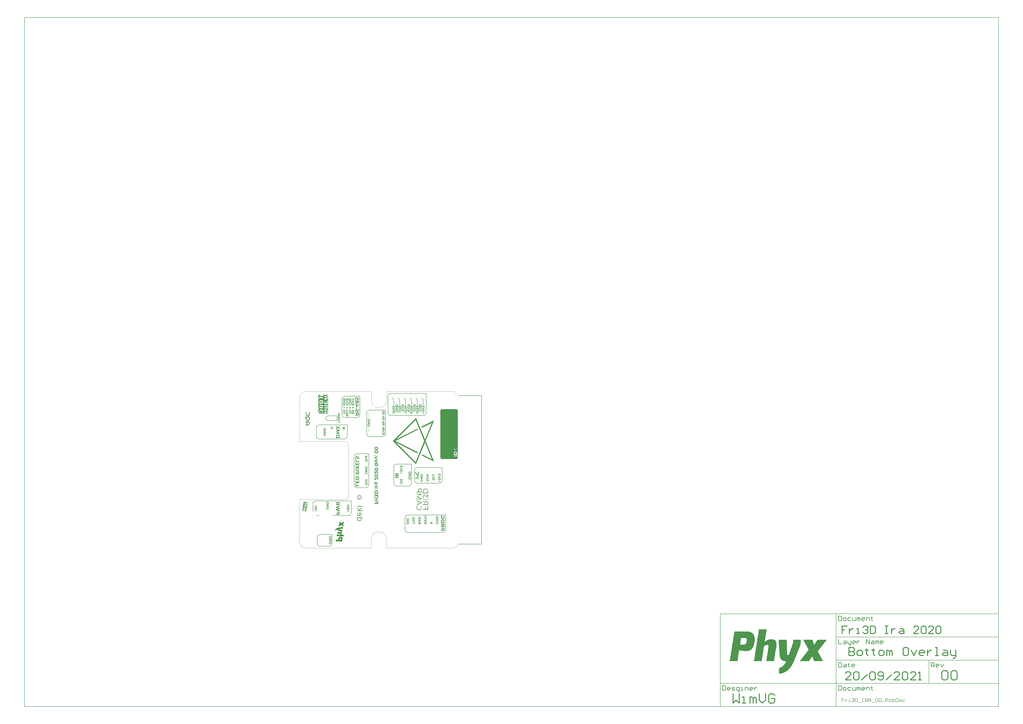
<source format=gbo>
G04*
G04 #@! TF.GenerationSoftware,Altium Limited,Altium Designer,21.7.0 (8)*
G04*
G04 Layer_Color=32896*
%FSLAX25Y25*%
%MOIN*%
G70*
G04*
G04 #@! TF.SameCoordinates,1325804E-F4F0-4480-9AD4-437C1A0D12FC*
G04*
G04*
G04 #@! TF.FilePolarity,Positive*
G04*
G01*
G75*
%ADD10C,0.00591*%
%ADD11C,0.00984*%
%ADD12C,0.00787*%
%ADD13C,0.00394*%
%ADD14C,0.01575*%
G36*
X46683Y259856D02*
X46741D01*
Y259044D01*
X47553D01*
Y258986D01*
X47611D01*
Y258928D01*
X47553D01*
Y258870D01*
X47611Y258870D01*
Y258812D01*
X47553D01*
Y258754D01*
X47611D01*
Y258696D01*
X47553Y258696D01*
Y258638D01*
X47611D01*
Y258580D01*
X47553D01*
Y258522D01*
X47611Y258522D01*
Y258464D01*
X47553D01*
Y258405D01*
X47611D01*
Y258348D01*
X47553D01*
Y258289D01*
X47611D01*
Y258231D01*
X47669D01*
Y258173D01*
X47727D01*
Y258231D01*
X47785D01*
Y258173D01*
X47843D01*
Y258231D01*
X47901D01*
Y258173D01*
X47959D01*
Y258231D01*
X48017D01*
Y258173D01*
X48076D01*
Y258231D01*
X48134D01*
Y258173D01*
X48191D01*
Y258231D01*
X48250D01*
Y258173D01*
X48308D01*
Y258231D01*
X48366D01*
Y258173D01*
X48424D01*
Y258115D01*
X48482D01*
Y258057D01*
X48424D01*
Y257999D01*
X48482D01*
Y257941D01*
X48424D01*
Y257883D01*
X48482D01*
Y257825D01*
X48424D01*
Y257767D01*
X48482D01*
Y257709D01*
X48424D01*
Y257651D01*
X48482D01*
Y257593D01*
X48424D01*
Y257535D01*
X48482D01*
Y257477D01*
X48424D01*
Y257419D01*
X48482D01*
Y257361D01*
X48424D01*
Y257303D01*
X48482D01*
Y257245D01*
X48424Y257245D01*
Y257187D01*
X48482D01*
Y257129D01*
X48424D01*
Y257071D01*
X48482Y257071D01*
Y257013D01*
X48424D01*
X48424Y256955D01*
X48482D01*
Y256897D01*
X48424D01*
X48424Y256839D01*
X48482D01*
Y256781D01*
X48424D01*
X48424Y256723D01*
X48482D01*
Y256664D01*
X48424D01*
X48424Y256607D01*
X48482D01*
Y256549D01*
X48424D01*
Y256490D01*
X48482D01*
Y256432D01*
X48424D01*
Y256374D01*
X48482Y256374D01*
Y256316D01*
X48424D01*
Y256258D01*
X48482D01*
Y256200D01*
X48424Y256200D01*
Y256142D01*
X48482Y256142D01*
Y256084D01*
X48424D01*
Y256026D01*
X48482D01*
Y255968D01*
X48424Y255968D01*
X48424Y255910D01*
X48482D01*
Y255852D01*
X48424D01*
Y255794D01*
X48482D01*
Y255736D01*
X48424D01*
X48424Y255678D01*
X48482D01*
Y255620D01*
X48424D01*
X48424Y255562D01*
X48482D01*
Y255504D01*
X48424Y255504D01*
Y255446D01*
X48482D01*
Y255388D01*
X48424D01*
Y255330D01*
X48482Y255330D01*
Y255272D01*
X48424Y255272D01*
Y255214D01*
X48482D01*
Y255156D01*
X48424D01*
Y255098D01*
X48482D01*
Y255040D01*
X48424D01*
Y254982D01*
X48482D01*
Y254924D01*
X48424Y254924D01*
Y254866D01*
X48482Y254866D01*
Y254807D01*
X48424D01*
Y254749D01*
X48482Y254749D01*
Y254691D01*
X48424D01*
X48424Y254633D01*
X48482D01*
Y254575D01*
X48424D01*
Y254517D01*
X48482D01*
Y254459D01*
X48424D01*
X48424Y254401D01*
X48482D01*
Y254343D01*
X48424D01*
X48424Y254285D01*
X48482D01*
Y254227D01*
X48424D01*
Y254169D01*
X48482D01*
Y254111D01*
X48424D01*
Y254053D01*
X48482D01*
Y253995D01*
X48424D01*
Y253937D01*
X48482D01*
Y253879D01*
X48424D01*
Y253821D01*
X48482D01*
Y253763D01*
X48424D01*
Y253705D01*
X48482Y253705D01*
Y253647D01*
X48424Y253647D01*
Y253589D01*
X48482D01*
Y253531D01*
X48424D01*
Y253473D01*
X48482Y253473D01*
Y253415D01*
X48424D01*
X48424Y253357D01*
X48482D01*
Y253299D01*
X48424D01*
X48424Y253241D01*
X48482D01*
Y253183D01*
X48424D01*
Y253125D01*
X48482D01*
Y253066D01*
X48424D01*
Y253009D01*
X48482Y253009D01*
Y252951D01*
X48424Y252951D01*
Y252892D01*
X48482D01*
Y252834D01*
X48424D01*
Y252776D01*
X48482Y252776D01*
Y252718D01*
X48424D01*
Y252660D01*
X48482D01*
Y252602D01*
X48424Y252602D01*
Y252544D01*
X48482D01*
Y252486D01*
X48424D01*
Y252428D01*
X48482Y252428D01*
Y252370D01*
X48424Y252370D01*
Y252312D01*
X48482D01*
Y252254D01*
X48424D01*
X48424Y252196D01*
X48482D01*
Y252138D01*
X48424D01*
Y252196D01*
X48250D01*
Y252138D01*
X48191D01*
Y252196D01*
X48017D01*
Y252138D01*
X47959D01*
Y252196D01*
X47785D01*
Y252138D01*
X47727D01*
Y252196D01*
X47553D01*
Y252138D01*
X47611D01*
X47611Y252080D01*
X47553D01*
Y252022D01*
X47611D01*
Y251964D01*
X47553D01*
Y251906D01*
X47611Y251906D01*
Y251848D01*
X47553D01*
Y251790D01*
X47611D01*
Y251732D01*
X47553Y251732D01*
Y251674D01*
X47611D01*
Y251616D01*
X47553D01*
Y251558D01*
X47611D01*
Y251500D01*
X47553D01*
Y251442D01*
X47611D01*
Y251384D01*
X47669D01*
X47669Y251325D01*
X47727Y251326D01*
Y251384D01*
X47785D01*
Y251326D01*
X47843D01*
Y251384D01*
X47901D01*
Y251326D01*
X47959D01*
Y251384D01*
X48017D01*
Y251326D01*
X48076D01*
Y251384D01*
X48134D01*
Y251326D01*
X48191D01*
Y251384D01*
X48250D01*
Y251326D01*
X48308D01*
Y251384D01*
X48366D01*
X48366Y251325D01*
X48424Y251326D01*
Y251268D01*
X48482D01*
Y251209D01*
X48424D01*
Y251151D01*
X48482D01*
Y251093D01*
X48424D01*
Y251035D01*
X48482D01*
Y250977D01*
X48424D01*
Y250919D01*
X48482D01*
Y250861D01*
X48424D01*
X48424Y250803D01*
X48482D01*
Y250745D01*
X48424D01*
Y250687D01*
X48482Y250687D01*
Y250629D01*
X48424D01*
Y250571D01*
X48482D01*
Y250513D01*
X48424D01*
Y250455D01*
X48482Y250455D01*
Y250397D01*
X48424D01*
Y250339D01*
X48482D01*
Y250281D01*
X48424Y250281D01*
Y250223D01*
X48482D01*
Y250165D01*
X48424D01*
Y250107D01*
X48482Y250107D01*
Y250049D01*
X48424Y250049D01*
Y249991D01*
X48482D01*
Y249933D01*
X48424D01*
Y249875D01*
X48482D01*
Y249817D01*
X48424D01*
X48424Y249759D01*
X48482D01*
Y249701D01*
X48424D01*
X48424Y249643D01*
X48482D01*
Y249585D01*
X48424Y249585D01*
Y249527D01*
X48482D01*
Y249468D01*
X48424D01*
Y249411D01*
X48482D01*
Y249353D01*
X48424D01*
Y249294D01*
X48482D01*
Y249236D01*
X48424D01*
Y249178D01*
X48482Y249178D01*
Y249120D01*
X48424D01*
Y249062D01*
X48482D01*
Y249004D01*
X48424Y249004D01*
Y248946D01*
X48482Y248946D01*
Y248888D01*
X48424D01*
Y248830D01*
X48482D01*
Y248772D01*
X48424D01*
X48424Y248714D01*
X48482D01*
Y248656D01*
X48424D01*
Y248598D01*
X48482D01*
Y248540D01*
X48424D01*
X48424Y248482D01*
X48482D01*
Y248424D01*
X48424D01*
X48424Y248366D01*
X48482D01*
Y248308D01*
X48424Y248308D01*
Y248250D01*
X48482D01*
Y248192D01*
X48424D01*
Y248134D01*
X48482Y248134D01*
Y248076D01*
X48424D01*
Y248018D01*
X48482D01*
Y247960D01*
X48424D01*
Y247902D01*
X48482D01*
Y247844D01*
X48424D01*
Y247786D01*
X48482Y247786D01*
Y247728D01*
X48424Y247728D01*
Y247670D01*
X48482D01*
Y247611D01*
X48424D01*
Y247553D01*
X48482D01*
Y247495D01*
X48424D01*
X48424Y247437D01*
X48482D01*
Y247379D01*
X48424D01*
X48424Y247321D01*
X48482D01*
Y247263D01*
X48424Y247263D01*
Y247205D01*
X48482Y247205D01*
Y247147D01*
X48424D01*
Y247089D01*
X48482D01*
Y247031D01*
X48424Y247031D01*
Y246973D01*
X48482D01*
Y246915D01*
X48424D01*
Y246857D01*
X48482D01*
Y246799D01*
X48424D01*
Y246741D01*
X48482D01*
Y246683D01*
X48424Y246683D01*
Y246625D01*
X48482D01*
Y246567D01*
X48424D01*
Y246509D01*
X48482Y246509D01*
Y246451D01*
X48424D01*
X48424Y246393D01*
X48482D01*
Y246335D01*
X48424D01*
Y246277D01*
X48482D01*
Y246219D01*
X48424D01*
X48424Y246161D01*
X48482D01*
Y246103D01*
X48424D01*
Y246045D01*
X48482D01*
Y245987D01*
X48424Y245987D01*
Y245929D01*
X48482D01*
Y245870D01*
X48424D01*
Y245813D01*
X48482Y245813D01*
Y245755D01*
X48424D01*
Y245696D01*
X48482D01*
Y245638D01*
X48424D01*
Y245580D01*
X48482D01*
Y245522D01*
X48424D01*
Y245464D01*
X48482D01*
Y245406D01*
X48424Y245406D01*
Y245348D01*
X48482D01*
Y245290D01*
X48424D01*
Y245232D01*
X48482Y245232D01*
Y245174D01*
X48424D01*
X48424Y245116D01*
X48482D01*
Y245058D01*
X48424D01*
Y245000D01*
X48482D01*
Y244942D01*
X48424D01*
X48424Y244884D01*
X48482D01*
Y244826D01*
X48424D01*
Y244768D01*
X48482Y244768D01*
Y244710D01*
X48424Y244710D01*
Y244652D01*
X48482D01*
Y244594D01*
X48424D01*
Y244536D01*
X48482Y244536D01*
Y244478D01*
X48424D01*
Y244420D01*
X48482D01*
Y244362D01*
X48424D01*
Y244304D01*
X48482D01*
Y244246D01*
X48424D01*
Y244188D01*
X48482D01*
Y244130D01*
X48424D01*
Y244072D01*
X48482D01*
Y244014D01*
X48424D01*
Y243955D01*
X48482D01*
Y243897D01*
X48424D01*
X48424Y243839D01*
X48482D01*
Y243781D01*
X48424D01*
X48424Y243723D01*
X48482D01*
Y243665D01*
X48424D01*
Y243607D01*
X47553D01*
Y243549D01*
X47611D01*
Y243491D01*
X47553Y243491D01*
Y243433D01*
X47611D01*
Y243375D01*
X47553D01*
Y243317D01*
X47611D01*
Y243259D01*
X47553D01*
Y243201D01*
X47611D01*
Y243143D01*
X47553D01*
Y243085D01*
X47611Y243085D01*
Y243027D01*
X47553D01*
Y242969D01*
X47611D01*
Y242911D01*
X47553D01*
Y242853D01*
X47611D01*
X47611Y242795D01*
X47669D01*
Y242737D01*
X47727Y242737D01*
Y242795D01*
X47785D01*
Y242737D01*
X47843D01*
Y242795D01*
X47901D01*
Y242737D01*
X47959D01*
Y242795D01*
X48017D01*
Y242737D01*
X48076D01*
Y242795D01*
X48134D01*
Y242737D01*
X48191D01*
Y242795D01*
X48250D01*
Y242737D01*
X48308D01*
Y242795D01*
X48366D01*
Y242737D01*
X48424Y242737D01*
Y242679D01*
X48482D01*
Y242621D01*
X48424D01*
X48424Y242563D01*
X48482D01*
Y242505D01*
X48424D01*
Y242447D01*
X48482D01*
Y242389D01*
X48424D01*
Y242331D01*
X48482D01*
Y242272D01*
X48424D01*
Y242214D01*
X48482D01*
Y242157D01*
X48424D01*
Y242098D01*
X48482D01*
Y242040D01*
X48424Y242040D01*
Y241982D01*
X48482Y241982D01*
Y241924D01*
X48424D01*
Y241866D01*
X48482D01*
Y241808D01*
X48424Y241808D01*
Y241750D01*
X48482D01*
Y241692D01*
X48424D01*
Y241634D01*
X48482D01*
Y241576D01*
X48424D01*
X48424Y241518D01*
X48482D01*
Y241460D01*
X48424D01*
X48424Y241402D01*
X48482D01*
Y241344D01*
X48424Y241344D01*
Y241286D01*
X48482D01*
Y241228D01*
X48424D01*
Y241170D01*
X48482Y241170D01*
Y241112D01*
X48424Y241112D01*
Y241054D01*
X48482D01*
Y240996D01*
X48424D01*
Y240938D01*
X48482D01*
Y240880D01*
X48424D01*
Y240822D01*
X48482D01*
Y240764D01*
X48424Y240764D01*
Y240706D01*
X48482Y240706D01*
Y240648D01*
X48424D01*
Y240590D01*
X48482D01*
Y240532D01*
X48424D01*
X48424Y240474D01*
X48482D01*
Y240416D01*
X48424D01*
Y240357D01*
X48482D01*
Y240299D01*
X48424D01*
X48424Y240241D01*
X48482Y240241D01*
Y240183D01*
X48424D01*
X48424Y240125D01*
X48482D01*
Y240067D01*
X48424Y240067D01*
Y240009D01*
X48482D01*
Y239951D01*
X48424D01*
Y239893D01*
X48482D01*
Y239835D01*
X48424D01*
Y239777D01*
X48482D01*
Y239719D01*
X48424D01*
Y239661D01*
X48482D01*
Y239603D01*
X48424D01*
Y239545D01*
X48482D01*
Y239487D01*
X48424D01*
Y239429D01*
X48482D01*
Y239371D01*
X48424D01*
Y239313D01*
X48482D01*
Y239255D01*
X48424D01*
X48424Y239197D01*
X48482D01*
Y239139D01*
X48424D01*
Y239081D01*
X48482D01*
Y239023D01*
X48424Y239023D01*
Y238965D01*
X48482D01*
Y238907D01*
X48424D01*
Y238849D01*
X48482Y238849D01*
Y238791D01*
X48424Y238791D01*
Y238733D01*
X48482D01*
Y238674D01*
X48424D01*
Y238616D01*
X48482Y238616D01*
Y238559D01*
X48424D01*
Y238500D01*
X48482D01*
Y238442D01*
X48424Y238442D01*
Y238384D01*
X48482D01*
Y238326D01*
X48424D01*
Y238268D01*
X48482Y238268D01*
Y238210D01*
X48424D01*
Y238152D01*
X48482D01*
Y238094D01*
X48424D01*
Y238036D01*
X48482D01*
Y237978D01*
X48424D01*
X48424Y237920D01*
X48482D01*
Y237862D01*
X48424D01*
X48424Y237804D01*
X48482D01*
Y237746D01*
X48424Y237746D01*
Y237688D01*
X48482D01*
Y237630D01*
X48424D01*
Y237572D01*
X48482Y237572D01*
Y237514D01*
X48424D01*
Y237456D01*
X48482D01*
Y237398D01*
X48424D01*
Y237340D01*
X48482Y237340D01*
Y237282D01*
X48424D01*
Y237224D01*
X48482D01*
Y237166D01*
X48424Y237166D01*
Y237108D01*
X48482D01*
Y237050D01*
X48424D01*
Y236992D01*
X48482D01*
Y236934D01*
X48424D01*
X48424Y236876D01*
X48482D01*
Y236818D01*
X48424D01*
X48424Y236759D01*
X48482D01*
Y236701D01*
X48424D01*
X48424Y236643D01*
X48482D01*
Y236585D01*
X48424D01*
Y236527D01*
X48482Y236527D01*
Y236469D01*
X48424Y236469D01*
Y236411D01*
X48482D01*
Y236353D01*
X48424D01*
Y236295D01*
X48482Y236295D01*
Y236237D01*
X48424D01*
Y236179D01*
X48482D01*
Y236121D01*
X48424D01*
Y236063D01*
X48482D01*
Y236005D01*
X48424D01*
Y235947D01*
X48482D01*
Y235889D01*
X48424Y235889D01*
X48366Y235889D01*
X48308D01*
Y235947D01*
X48250D01*
Y235889D01*
X48191D01*
X48191Y235947D01*
X48134D01*
Y235889D01*
X48076D01*
Y235947D01*
X48017D01*
Y235889D01*
X47959D01*
Y235947D01*
X47901D01*
Y235889D01*
X47843D01*
X47843Y235947D01*
X47785D01*
X47785Y235889D01*
X47727D01*
Y235947D01*
X47669D01*
X47669Y235889D01*
X47611Y235889D01*
Y235947D01*
X47553D01*
Y235889D01*
X47611Y235889D01*
Y235831D01*
X47553D01*
Y235773D01*
X47611D01*
Y235715D01*
X47553D01*
Y235657D01*
X47611D01*
Y235599D01*
X47553D01*
Y235541D01*
X47611D01*
Y235483D01*
X47553D01*
Y235425D01*
X47611D01*
Y235367D01*
X47553D01*
Y235309D01*
X47611D01*
Y235251D01*
X47553D01*
Y235193D01*
X47611D01*
Y235135D01*
X47553D01*
Y235076D01*
X47611D01*
Y235018D01*
X47669Y235018D01*
Y235076D01*
X47727D01*
Y235018D01*
X47785Y235018D01*
Y235076D01*
X47843D01*
X47843Y235018D01*
X47901D01*
Y235076D01*
X48076D01*
Y235018D01*
X48134D01*
Y235076D01*
X48191D01*
Y235018D01*
X48250Y235018D01*
Y235076D01*
X48308D01*
Y235018D01*
X48366D01*
Y235076D01*
X48424D01*
Y235018D01*
X48482Y235018D01*
Y234961D01*
X48424D01*
Y234902D01*
X48482D01*
Y234844D01*
X48424Y234844D01*
Y234786D01*
X48482D01*
Y234728D01*
X48424D01*
Y234670D01*
X48482D01*
Y234612D01*
X48424D01*
X48424Y234554D01*
X48482D01*
Y234496D01*
X48424D01*
X48424Y234438D01*
X48482D01*
Y234380D01*
X48424D01*
X48424Y234322D01*
X48482D01*
Y234264D01*
X48424D01*
Y234206D01*
X48482D01*
Y234148D01*
X48424Y234148D01*
Y234090D01*
X48482D01*
Y234032D01*
X48424D01*
Y233974D01*
X48482D01*
Y233916D01*
X48424D01*
Y233858D01*
X48482D01*
Y233800D01*
X48424Y233800D01*
Y233742D01*
X48482Y233742D01*
Y233684D01*
X48424D01*
Y233626D01*
X48482Y233626D01*
Y233568D01*
X48424Y233568D01*
X48424Y233510D01*
X48482D01*
Y233452D01*
X48424D01*
Y233394D01*
X48482D01*
Y233336D01*
X48424D01*
Y233278D01*
X48482D01*
Y233220D01*
X48424D01*
X48424Y233161D01*
X48482D01*
Y233103D01*
X48424Y233103D01*
Y233045D01*
X48482D01*
Y232987D01*
X48424D01*
Y232929D01*
X48482D01*
Y232871D01*
X48424Y232871D01*
Y232813D01*
X48482D01*
Y232755D01*
X48424D01*
Y232697D01*
X48482D01*
Y232639D01*
X48424D01*
Y232581D01*
X48482D01*
Y232523D01*
X48424Y232523D01*
Y232465D01*
X48482D01*
Y232407D01*
X48424D01*
Y232349D01*
X48482D01*
Y232291D01*
X48424D01*
X48424Y232233D01*
X48482D01*
Y232175D01*
X48424D01*
Y232117D01*
X48482D01*
Y232059D01*
X48424D01*
X48424Y232001D01*
X48482D01*
Y231943D01*
X48424D01*
X48424Y231885D01*
X48482D01*
Y231827D01*
X48424Y231827D01*
Y231769D01*
X48482D01*
Y231711D01*
X48424D01*
Y231653D01*
X48482D01*
Y231595D01*
X48424D01*
Y231537D01*
X48482D01*
Y231479D01*
X48424D01*
Y231420D01*
X48482D01*
Y231363D01*
X48424D01*
Y231304D01*
X48482D01*
Y231246D01*
X48424Y231246D01*
Y231188D01*
X48482D01*
Y231130D01*
X48424D01*
Y231072D01*
X48482Y231072D01*
Y231014D01*
X48424D01*
X48424Y230956D01*
X48482D01*
Y230898D01*
X48424D01*
Y230840D01*
X48482D01*
Y230782D01*
X48424Y230782D01*
Y230724D01*
X48482D01*
Y230666D01*
X48424D01*
Y230608D01*
X48482D01*
Y230550D01*
X48424Y230550D01*
Y230492D01*
X48482D01*
Y230434D01*
X48424D01*
Y230376D01*
X48482Y230376D01*
Y230318D01*
X48424D01*
Y230260D01*
X48482D01*
Y230202D01*
X48424Y230202D01*
Y230144D01*
X48482D01*
Y230086D01*
X48424D01*
Y230028D01*
X48482D01*
Y229970D01*
X48424D01*
X48424Y229912D01*
X48482D01*
Y229854D01*
X48424D01*
X48424Y229796D01*
X48482D01*
Y229738D01*
X48424D01*
X48424Y229679D01*
X48482D01*
Y229622D01*
X48424D01*
X48424Y229563D01*
X48482D01*
Y229505D01*
X48424Y229505D01*
Y229447D01*
X48482D01*
Y229389D01*
X48424D01*
Y229331D01*
X48482Y229331D01*
Y229273D01*
X48424D01*
Y229215D01*
X48482D01*
Y229157D01*
X48424D01*
Y229099D01*
X48482D01*
Y229041D01*
X48424D01*
Y229099D01*
X48366D01*
Y229041D01*
X48308D01*
Y229099D01*
X48250D01*
Y229041D01*
X48191D01*
Y229099D01*
X48134D01*
Y229041D01*
X48076D01*
Y229099D01*
X48017D01*
Y229041D01*
X47959D01*
Y229099D01*
X47901D01*
Y229041D01*
X47843D01*
Y229099D01*
X47785D01*
Y229041D01*
X47727D01*
Y229099D01*
X47669D01*
Y229041D01*
X47611D01*
Y228983D01*
X47553D01*
Y228925D01*
X47611Y228925D01*
Y228867D01*
X47553D01*
Y228809D01*
X47611D01*
Y228751D01*
X47553D01*
Y228693D01*
X47611D01*
X47611Y228635D01*
X47553D01*
Y228577D01*
X47611D01*
Y228519D01*
X47553D01*
Y228461D01*
X47611D01*
Y228403D01*
X47553D01*
Y228345D01*
X47611D01*
Y228287D01*
X47553D01*
Y228229D01*
X47611Y228229D01*
Y228171D01*
X47321D01*
Y228229D01*
X47263D01*
Y228171D01*
X46915D01*
X46857Y228171D01*
Y228229D01*
X46799D01*
Y228171D01*
X46393D01*
X46393Y228229D01*
X46334Y228229D01*
Y228171D01*
X45928D01*
Y228229D01*
X45870D01*
Y228171D01*
X45812D01*
X45754Y228171D01*
X45696Y228171D01*
X45638D01*
X45580Y228171D01*
X45522Y228171D01*
X45464D01*
Y228229D01*
X45406D01*
Y228171D01*
X45000D01*
Y228229D01*
X44942D01*
Y228171D01*
X44594D01*
X44535Y228171D01*
Y228229D01*
X44477D01*
Y228171D01*
X44419Y228171D01*
X44071D01*
X44071Y228229D01*
X44013D01*
Y228171D01*
X43607D01*
Y228229D01*
X43549Y228229D01*
Y228171D01*
X43143D01*
Y228229D01*
X43085Y228229D01*
Y228171D01*
X42678D01*
Y228229D01*
X42620D01*
Y228171D01*
X42272D01*
X42214Y228171D01*
Y228229D01*
X42156D01*
Y228171D01*
X42098D01*
X42040Y228171D01*
X41982Y228171D01*
X41750D01*
X41750Y228229D01*
X41692Y228229D01*
Y228171D01*
X41286D01*
Y228229D01*
X41228Y228229D01*
Y228171D01*
X41170D01*
X41112Y228171D01*
X41054Y228171D01*
X40995D01*
X40938Y228171D01*
X40879Y228171D01*
X40763D01*
Y228287D01*
X40705D01*
Y228345D01*
X40763D01*
Y228403D01*
X40705Y228403D01*
Y228461D01*
X40763D01*
Y228519D01*
X40705D01*
Y228577D01*
X40763Y228577D01*
Y228635D01*
X40705D01*
Y228693D01*
X40763D01*
Y228751D01*
X40705Y228751D01*
Y228809D01*
X40763D01*
Y228867D01*
X40705D01*
Y228925D01*
X40763D01*
Y228983D01*
X40705D01*
X40705Y229041D01*
X40763D01*
Y229099D01*
X40705D01*
Y229041D01*
X40647D01*
Y229099D01*
X40589D01*
Y229041D01*
X40531D01*
Y229099D01*
X40473D01*
Y229041D01*
X40415D01*
Y229099D01*
X40357D01*
Y229041D01*
X40299D01*
Y229099D01*
X40241D01*
Y229041D01*
X40183D01*
Y229099D01*
X40125D01*
Y229041D01*
X40067D01*
Y229099D01*
X40009D01*
Y229041D01*
X39951D01*
Y229099D01*
X39893D01*
Y228229D01*
X39835D01*
Y228171D01*
X39719D01*
X39661Y228171D01*
X39603Y228171D01*
X39429D01*
Y228229D01*
X39371D01*
Y228171D01*
X38964D01*
Y228229D01*
X38906Y228229D01*
Y228171D01*
X38848D01*
X38790Y228171D01*
X38732Y228171D01*
X38674D01*
X38616Y228171D01*
X38558Y228171D01*
X38500D01*
Y228229D01*
X38442D01*
Y228171D01*
X38036D01*
Y228229D01*
X37978D01*
X37978Y228171D01*
X37572D01*
X37572Y228229D01*
X37514D01*
Y228171D01*
X37455Y228171D01*
X37398Y228171D01*
X37339D01*
X37281Y228171D01*
X37223D01*
Y228229D01*
X37281D01*
Y228287D01*
X37223D01*
Y228345D01*
X37281D01*
Y228403D01*
X37223Y228403D01*
Y228461D01*
X37281D01*
Y228519D01*
X37223D01*
Y228577D01*
X37281Y228577D01*
Y228635D01*
X37223D01*
Y228693D01*
X37281D01*
Y228751D01*
X37223Y228751D01*
Y228809D01*
X37281D01*
Y228867D01*
X37223D01*
Y228925D01*
X37281D01*
X37281Y228983D01*
X37223D01*
Y229041D01*
X37165D01*
Y229099D01*
X37107D01*
Y229041D01*
X37049D01*
Y229099D01*
X36991D01*
Y229041D01*
X36933D01*
Y229099D01*
X36875D01*
Y229041D01*
X36817D01*
Y229099D01*
X36759D01*
Y229041D01*
X36701D01*
Y229099D01*
X36643D01*
Y229041D01*
X36585D01*
Y229099D01*
X36527D01*
Y229041D01*
X36469D01*
Y229099D01*
X36411D01*
Y229041D01*
X36353D01*
Y228983D01*
X36411D01*
Y228925D01*
X36353D01*
X36353Y228867D01*
X36411D01*
Y228809D01*
X36353D01*
Y228751D01*
X36411D01*
Y228693D01*
X36353D01*
X36353Y228635D01*
X36411D01*
Y228577D01*
X36353D01*
Y228519D01*
X36411D01*
Y228461D01*
X36353D01*
Y228403D01*
X36411D01*
Y228345D01*
X36353D01*
Y228287D01*
X36411D01*
Y228229D01*
X36353D01*
X36353Y228171D01*
X36179D01*
X36179Y228229D01*
X36121D01*
Y228171D01*
X35715D01*
Y228229D01*
X35656D01*
X35656Y228171D01*
X35250D01*
X35250Y228229D01*
X35192D01*
Y228171D01*
X35076D01*
X35018Y228171D01*
X34960Y228171D01*
X34786D01*
X34786Y228229D01*
X34728Y228229D01*
Y228171D01*
X34322D01*
Y228229D01*
X34264Y228229D01*
Y228171D01*
X34032D01*
X33974Y228171D01*
X33916Y228171D01*
X33858D01*
X33858Y228229D01*
X33799D01*
Y228171D01*
X33742D01*
X33742Y228229D01*
X33683Y228229D01*
Y228287D01*
X33742D01*
Y228345D01*
X33683D01*
Y228403D01*
X33742Y228403D01*
Y228461D01*
X33683D01*
Y228519D01*
X33742D01*
Y228577D01*
X33683Y228577D01*
X33683Y228635D01*
X33742D01*
Y228693D01*
X33683D01*
Y228751D01*
X33742Y228751D01*
Y228809D01*
X33683D01*
Y228867D01*
X33742D01*
Y228925D01*
X33683D01*
X33683Y228983D01*
X33742Y228983D01*
Y229041D01*
X33683D01*
Y229099D01*
X33625D01*
Y229041D01*
X33567D01*
Y229099D01*
X33509D01*
Y229041D01*
X33451D01*
Y229099D01*
X33393D01*
Y229041D01*
X33335D01*
Y229099D01*
X33277D01*
Y229041D01*
X33219D01*
Y229099D01*
X33161D01*
Y229041D01*
X33103D01*
Y229099D01*
X33045D01*
Y229041D01*
X32987D01*
Y229099D01*
X32929D01*
Y229041D01*
X32871D01*
Y229215D01*
X32813D01*
Y229273D01*
X32871D01*
Y229331D01*
X32813D01*
Y229389D01*
X32871D01*
Y229447D01*
X32813D01*
Y229505D01*
X32871D01*
Y229563D01*
X32813D01*
Y229622D01*
X32871D01*
Y229679D01*
X32813D01*
Y229738D01*
X32871D01*
Y229796D01*
X32813D01*
Y229854D01*
X32871D01*
Y229912D01*
X32813D01*
Y229970D01*
X32639D01*
Y229912D01*
X32581D01*
X32581Y229970D01*
X32407D01*
X32349Y229970D01*
X32291Y229970D01*
X32175D01*
Y229912D01*
X32117D01*
Y229970D01*
X31942D01*
X31942Y230028D01*
X32000D01*
Y230086D01*
X31942D01*
Y230144D01*
X32000D01*
Y230202D01*
X31942Y230202D01*
Y230260D01*
X32000D01*
Y230318D01*
X31942D01*
Y230376D01*
X32000Y230376D01*
Y230434D01*
X31942D01*
Y230492D01*
X32000D01*
Y230550D01*
X31942Y230550D01*
Y230608D01*
X32000D01*
Y230666D01*
X31942D01*
Y230724D01*
X32000D01*
Y230782D01*
X31942Y230782D01*
Y230840D01*
X32000D01*
Y230898D01*
X31942D01*
Y230956D01*
X32000D01*
Y231014D01*
X31942D01*
X31942Y231072D01*
X32000Y231072D01*
Y231130D01*
X31942D01*
Y231188D01*
X32000D01*
Y231246D01*
X31942Y231246D01*
Y231304D01*
X32000D01*
Y231363D01*
X31942D01*
Y231420D01*
X32000D01*
Y231479D01*
X31942D01*
Y231537D01*
X32000D01*
Y231595D01*
X31942D01*
Y231653D01*
X32000D01*
Y231711D01*
X31942D01*
Y231769D01*
X32000D01*
Y231827D01*
X31942Y231827D01*
X31942Y231885D01*
X32000D01*
Y231943D01*
X31942D01*
Y232001D01*
X32000D01*
Y232059D01*
X31942D01*
X31942Y232117D01*
X32000D01*
Y232175D01*
X31942D01*
Y232233D01*
X32000D01*
Y232291D01*
X31942D01*
X31942Y232349D01*
X32000D01*
Y232407D01*
X31942D01*
Y232465D01*
X32000D01*
Y232523D01*
X31942Y232523D01*
Y232581D01*
X32000D01*
Y232639D01*
X31942D01*
Y232697D01*
X32000D01*
Y232755D01*
X31942D01*
Y232813D01*
X32000D01*
Y232871D01*
X31942Y232871D01*
Y232929D01*
X32000D01*
Y232987D01*
X31942D01*
Y233045D01*
X32000D01*
Y233103D01*
X31942Y233103D01*
X31942Y233161D01*
X32000D01*
Y233220D01*
X31942D01*
X31942Y233278D01*
X32000D01*
Y233336D01*
X31942D01*
X31942Y233394D01*
X32000D01*
Y233452D01*
X31942D01*
X31942Y233510D01*
X32000D01*
Y233568D01*
X31942Y233568D01*
Y233626D01*
X32000Y233626D01*
Y233684D01*
X31942D01*
Y233742D01*
X32000Y233742D01*
Y233800D01*
X31942Y233800D01*
Y233858D01*
X32000D01*
Y233916D01*
X31942D01*
Y233974D01*
X32000D01*
Y234032D01*
X31942D01*
Y234090D01*
X32000D01*
Y234148D01*
X31942Y234148D01*
Y234206D01*
X32000D01*
Y234264D01*
X31942D01*
Y234322D01*
X32000D01*
Y234380D01*
X31942D01*
Y234438D01*
X32000D01*
Y234496D01*
X31942D01*
Y234554D01*
X32000D01*
Y234612D01*
X31942D01*
X31942Y234670D01*
X32000D01*
Y234728D01*
X31942D01*
Y234786D01*
X32000D01*
Y234844D01*
X31942Y234844D01*
Y234902D01*
X32000D01*
Y234961D01*
X31942D01*
Y235018D01*
X32000Y235018D01*
Y235076D01*
X31942D01*
Y235135D01*
X32000D01*
Y235193D01*
X31942D01*
Y235251D01*
X32000D01*
Y235309D01*
X31942D01*
Y235367D01*
X32000D01*
Y235425D01*
X31942D01*
Y235483D01*
X32000D01*
Y235541D01*
X31942D01*
Y235599D01*
X32000D01*
Y235657D01*
X31942D01*
Y235715D01*
X32000D01*
Y235773D01*
X31942D01*
Y235831D01*
X32000D01*
Y235889D01*
X31942Y235889D01*
Y235947D01*
X32000D01*
Y236005D01*
X31942D01*
Y236063D01*
X32000D01*
Y236121D01*
X31942D01*
Y236179D01*
X32000D01*
Y236121D01*
X32175D01*
Y236179D01*
X32233D01*
Y236121D01*
X32407D01*
Y236179D01*
X32465D01*
Y236121D01*
X32639D01*
Y236179D01*
X32697Y236179D01*
Y236121D01*
X32755Y236121D01*
X32871D01*
Y236179D01*
X32813D01*
Y236237D01*
X32871D01*
Y236295D01*
X32813D01*
Y236353D01*
X32871D01*
Y236411D01*
X32813D01*
Y236469D01*
X32871D01*
Y236643D01*
X32813D01*
Y236701D01*
X32871D01*
Y236759D01*
X32813D01*
Y236818D01*
X32871D01*
Y236876D01*
X32813D01*
Y236934D01*
X32871D01*
Y236992D01*
X32813D01*
Y237050D01*
X32871D01*
Y237108D01*
X32813D01*
Y237166D01*
X32871D01*
Y237224D01*
X32813D01*
Y237282D01*
X32871D01*
Y237340D01*
X32813D01*
Y237398D01*
X32871D01*
Y237572D01*
X32813D01*
Y237630D01*
X32871D01*
Y237688D01*
X32813D01*
Y237746D01*
X32871D01*
Y237804D01*
X32813D01*
Y237862D01*
X32871D01*
Y237920D01*
X32813D01*
Y237862D01*
X32755D01*
Y237920D01*
X32697Y237920D01*
Y237862D01*
X32639Y237862D01*
Y237920D01*
X32581D01*
Y237862D01*
X32523D01*
Y237920D01*
X32465D01*
Y237862D01*
X32407D01*
X32407Y237920D01*
X32349Y237920D01*
Y237862D01*
X32291D01*
Y237920D01*
X32233D01*
Y237862D01*
X32175D01*
Y237920D01*
X32117D01*
Y237862D01*
X32059D01*
X32059Y237920D01*
X32000Y237920D01*
Y237978D01*
X31942D01*
X31942Y238036D01*
X32000D01*
Y238094D01*
X31942D01*
X31942Y238152D01*
X32000D01*
Y238210D01*
X31942D01*
X31942Y238268D01*
X32000Y238268D01*
Y238326D01*
X31942D01*
Y238384D01*
X32000D01*
Y238442D01*
X31942Y238442D01*
Y238500D01*
X32000D01*
Y238559D01*
X31942D01*
Y238616D01*
X32000Y238616D01*
Y238674D01*
X31942D01*
Y238733D01*
X32000D01*
Y238791D01*
X31942Y238791D01*
Y238849D01*
X32000Y238849D01*
Y238907D01*
X31942D01*
Y238965D01*
X32000D01*
Y239023D01*
X31942Y239023D01*
Y239081D01*
X32000D01*
Y239139D01*
X31942D01*
Y239197D01*
X32000D01*
Y239255D01*
X31942D01*
X31942Y239313D01*
X32000D01*
Y239371D01*
X31942D01*
Y239429D01*
X32000D01*
Y239487D01*
X31942D01*
Y239545D01*
X32000D01*
Y239603D01*
X31942D01*
Y239661D01*
X32000D01*
Y239719D01*
X31942D01*
Y239777D01*
X32000D01*
Y239835D01*
X31942D01*
Y239893D01*
X32000D01*
Y239951D01*
X31942D01*
Y240009D01*
X32000D01*
Y240067D01*
X31942Y240067D01*
X31942Y240125D01*
X32000D01*
Y240183D01*
X31942D01*
Y240241D01*
X32000Y240241D01*
Y240299D01*
X31942D01*
X31942Y240357D01*
X32000D01*
Y240416D01*
X31942D01*
Y240474D01*
X32000D01*
Y240532D01*
X31942D01*
X31942Y240590D01*
X32000D01*
Y240648D01*
X31942D01*
Y240706D01*
X32000Y240706D01*
Y240764D01*
X31942Y240764D01*
Y240822D01*
X32000D01*
Y240880D01*
X31942D01*
Y240938D01*
X32000D01*
Y240996D01*
X31942D01*
Y241054D01*
X32000D01*
Y241112D01*
X31942Y241112D01*
Y241170D01*
X32000Y241170D01*
Y241228D01*
X31942D01*
Y241286D01*
X32000D01*
Y241344D01*
X31942Y241344D01*
X31942Y241402D01*
X32000D01*
Y241460D01*
X31942D01*
Y241518D01*
X32000D01*
Y241576D01*
X31942D01*
X31942Y241634D01*
X32000D01*
Y241692D01*
X31942D01*
Y241750D01*
X32000D01*
Y241808D01*
X31942Y241808D01*
Y241866D01*
X32000D01*
Y241924D01*
X31942D01*
Y241982D01*
X32000Y241982D01*
Y242040D01*
X31942Y242040D01*
Y242098D01*
X32000D01*
Y242157D01*
X31942D01*
Y242214D01*
X32000D01*
Y242272D01*
X31942D01*
Y242331D01*
X32000D01*
Y242389D01*
X31942D01*
Y242447D01*
X32000D01*
Y242505D01*
X31942D01*
Y242563D01*
X32000D01*
Y242621D01*
X31942D01*
X31942Y242679D01*
X32000D01*
Y242737D01*
X31942D01*
Y242795D01*
X32000D01*
Y242853D01*
X31942D01*
X31942Y242911D01*
X32000D01*
Y242969D01*
X31942D01*
Y243027D01*
X32000D01*
Y243085D01*
X31942Y243085D01*
Y243143D01*
X32000D01*
Y243201D01*
X31942D01*
Y243259D01*
X32000D01*
Y243317D01*
X31942D01*
Y243375D01*
X32000D01*
Y243433D01*
X31942D01*
Y243491D01*
X32000Y243491D01*
Y243549D01*
X31942D01*
Y243607D01*
X32000D01*
Y243665D01*
X31942D01*
X31942Y243723D01*
X32000D01*
Y243781D01*
X31942D01*
Y243839D01*
X32000D01*
Y243897D01*
X31942D01*
X31942Y243955D01*
X32000D01*
Y244014D01*
X31942D01*
Y244072D01*
X32000D01*
Y244014D01*
X32059D01*
Y244072D01*
X32117D01*
Y244014D01*
X32175D01*
Y244072D01*
X32233D01*
Y244014D01*
X32291D01*
Y244072D01*
X32349D01*
Y244014D01*
X32407D01*
Y244072D01*
X32465D01*
Y244014D01*
X32523D01*
Y244072D01*
X32581D01*
Y244014D01*
X32639D01*
Y244072D01*
X32697D01*
Y244014D01*
X32755D01*
Y244072D01*
X32813D01*
Y244014D01*
X32871D01*
Y244072D01*
X32813D01*
Y244130D01*
X32871D01*
Y244188D01*
X32813D01*
Y244246D01*
X32871D01*
Y244304D01*
X32813D01*
Y244362D01*
X32871D01*
Y244420D01*
X32813D01*
Y244478D01*
X32871D01*
Y244536D01*
X32813D01*
Y244594D01*
X32871D01*
Y244652D01*
X32813D01*
Y244710D01*
X32871D01*
Y244768D01*
X32813D01*
Y244826D01*
X32871D01*
Y245000D01*
X32813D01*
Y245058D01*
X32871D01*
Y245116D01*
X32813D01*
Y245174D01*
X32871D01*
Y245232D01*
X32813D01*
Y245290D01*
X32871D01*
Y245348D01*
X32813D01*
Y245406D01*
X32871D01*
Y245464D01*
X32813D01*
Y245522D01*
X32871D01*
Y245580D01*
X32813D01*
Y245638D01*
X32871D01*
Y245696D01*
X32813D01*
Y245755D01*
X32871D01*
Y245813D01*
X32697D01*
Y245755D01*
X32639D01*
Y245813D01*
X32581Y245813D01*
Y245755D01*
X32523D01*
Y245813D01*
X32407D01*
X32349Y245813D01*
Y245755D01*
X32291D01*
Y245813D01*
X32233D01*
Y245755D01*
X32175D01*
Y245813D01*
X32117D01*
Y245755D01*
X32059D01*
Y245813D01*
X32000D01*
Y245870D01*
X31942D01*
Y245929D01*
X32000D01*
Y245987D01*
X31942Y245987D01*
Y246045D01*
X32000D01*
Y246103D01*
X31942D01*
Y246161D01*
X32000D01*
Y246219D01*
X31942D01*
X31942Y246277D01*
X32000D01*
Y246335D01*
X31942D01*
Y246393D01*
X32000D01*
Y246451D01*
X31942D01*
X31942Y246509D01*
X32000Y246509D01*
Y246567D01*
X31942D01*
Y246625D01*
X32000D01*
Y246683D01*
X31942Y246683D01*
Y246741D01*
X32000D01*
Y246799D01*
X31942D01*
Y246857D01*
X32000D01*
Y246915D01*
X31942D01*
Y246973D01*
X32000D01*
Y247031D01*
X31942Y247031D01*
Y247089D01*
X32000D01*
Y247147D01*
X31942D01*
Y247205D01*
X32000Y247205D01*
Y247263D01*
X31942Y247263D01*
X31942Y247321D01*
X32000D01*
Y247379D01*
X31942D01*
Y247437D01*
X32000D01*
Y247495D01*
X31942D01*
X31942Y247553D01*
X32000D01*
Y247611D01*
X31942D01*
Y247670D01*
X32000D01*
Y247728D01*
X31942Y247728D01*
Y247786D01*
X32000Y247786D01*
Y247844D01*
X31942D01*
Y247902D01*
X32000D01*
Y247960D01*
X31942D01*
Y248018D01*
X32000D01*
Y248076D01*
X31942D01*
Y248134D01*
X32000Y248134D01*
Y248192D01*
X31942D01*
Y248250D01*
X32000D01*
Y248308D01*
X31942Y248308D01*
Y248366D01*
X32000Y248366D01*
Y248424D01*
X31942D01*
Y248482D01*
X32000D01*
Y248540D01*
X31942D01*
X31942Y248598D01*
X32000D01*
Y248656D01*
X31942D01*
Y248714D01*
X32000D01*
Y248772D01*
X31942D01*
X31942Y248830D01*
X32000D01*
Y248888D01*
X31942D01*
Y248946D01*
X32000Y248946D01*
Y249004D01*
X31942Y249004D01*
Y249062D01*
X32000D01*
Y249120D01*
X31942D01*
Y249178D01*
X32000Y249178D01*
Y249236D01*
X31942D01*
Y249294D01*
X32000D01*
Y249353D01*
X31942D01*
Y249411D01*
X32000D01*
Y249468D01*
X31942D01*
Y249527D01*
X32000D01*
Y249585D01*
X31942Y249585D01*
X31942Y249643D01*
X32000D01*
Y249701D01*
X31942D01*
Y249759D01*
X32000D01*
Y249817D01*
X31942D01*
X31942Y249875D01*
X32000D01*
Y249933D01*
X31942D01*
Y249991D01*
X32000D01*
Y250049D01*
X31942Y250049D01*
Y250107D01*
X32000Y250107D01*
Y250165D01*
X31942D01*
Y250223D01*
X32000D01*
Y250281D01*
X31942Y250281D01*
Y250339D01*
X32000D01*
Y250397D01*
X31942D01*
Y250455D01*
X32000Y250455D01*
Y250513D01*
X31942D01*
Y250571D01*
X32000D01*
Y250629D01*
X31942D01*
Y250687D01*
X32000Y250687D01*
Y250745D01*
X31942D01*
Y250803D01*
X32000D01*
Y250861D01*
X31942D01*
X31942Y250919D01*
X32000D01*
Y250977D01*
X31942D01*
Y251035D01*
X32000D01*
Y251093D01*
X31942D01*
Y251151D01*
X32000D01*
Y251209D01*
X31942D01*
Y251268D01*
X32000D01*
Y251326D01*
X31942D01*
Y251384D01*
X32000D01*
Y251442D01*
X31942D01*
Y251500D01*
X32000D01*
Y251558D01*
X31942D01*
Y251616D01*
X32000D01*
Y251674D01*
X31942D01*
Y251732D01*
X32000Y251732D01*
Y251790D01*
X31942D01*
Y251848D01*
X32000D01*
Y251906D01*
X31942Y251906D01*
Y251964D01*
X32465D01*
X32465Y251906D01*
X32523D01*
Y251964D01*
X32813D01*
Y252022D01*
X32871D01*
Y252080D01*
X32813D01*
Y252138D01*
X32871D01*
Y252196D01*
X32813D01*
Y252254D01*
X32871D01*
Y252428D01*
X32813D01*
Y252486D01*
X32871D01*
Y252544D01*
X32813D01*
Y252602D01*
X32871D01*
Y252660D01*
X32813D01*
Y252718D01*
X32871D01*
Y252834D01*
X32755D01*
Y252892D01*
X32697Y252892D01*
Y252834D01*
X32639D01*
Y252892D01*
X32581D01*
Y252834D01*
X32523D01*
Y252892D01*
X32465D01*
Y252834D01*
X32407D01*
X32407Y252892D01*
X32349D01*
Y252834D01*
X32291D01*
Y252892D01*
X32233D01*
Y252834D01*
X32175D01*
Y252892D01*
X32117D01*
Y252834D01*
X32059D01*
X32059Y252892D01*
X32000D01*
Y252951D01*
X31942Y252951D01*
Y253009D01*
X32000Y253009D01*
Y253066D01*
X31942D01*
Y253125D01*
X32000D01*
Y253183D01*
X31942D01*
X31942Y253241D01*
X32000D01*
Y253299D01*
X31942D01*
Y253357D01*
X32000D01*
Y253415D01*
X31942D01*
X31942Y253473D01*
X32000Y253473D01*
Y253531D01*
X31942D01*
Y253589D01*
X32000D01*
Y253647D01*
X31942Y253647D01*
Y253705D01*
X32000Y253705D01*
Y253763D01*
X31942D01*
Y253821D01*
X32000D01*
Y253879D01*
X31942D01*
Y253937D01*
X32000D01*
Y253995D01*
X31942D01*
Y254053D01*
X32000D01*
Y254111D01*
X31942D01*
Y254169D01*
X32000D01*
Y254227D01*
X31942D01*
X31942Y254285D01*
X32000D01*
Y254343D01*
X31942D01*
Y254401D01*
X32000D01*
Y254459D01*
X31942D01*
X31942Y254517D01*
X32000D01*
Y254575D01*
X31942D01*
Y254633D01*
X32000D01*
Y254691D01*
X31942D01*
X31942Y254749D01*
X32000Y254749D01*
Y254807D01*
X31942D01*
Y254866D01*
X32000Y254866D01*
Y254924D01*
X31942Y254924D01*
Y254982D01*
X32000D01*
Y255040D01*
X31942D01*
Y255098D01*
X32000D01*
Y255156D01*
X31942D01*
Y255214D01*
X32000D01*
Y255272D01*
X31942Y255272D01*
Y255330D01*
X32000Y255330D01*
Y255388D01*
X31942D01*
Y255446D01*
X32000D01*
Y255504D01*
X31942Y255504D01*
X31942Y255562D01*
X32000D01*
Y255620D01*
X31942D01*
Y255678D01*
X32000D01*
Y255736D01*
X31942D01*
X31942Y255794D01*
X32000D01*
Y255852D01*
X31942D01*
X31942Y255910D01*
X32000D01*
Y255968D01*
X31942Y255968D01*
Y256026D01*
X32000D01*
Y256084D01*
X31942D01*
Y256142D01*
X32000Y256142D01*
Y256200D01*
X31942Y256200D01*
Y256258D01*
X32000D01*
Y256316D01*
X31942D01*
Y256374D01*
X32000Y256374D01*
Y256432D01*
X31942D01*
Y256490D01*
X32000D01*
Y256549D01*
X31942D01*
Y256607D01*
X32000Y256607D01*
Y256664D01*
X31942D01*
Y256723D01*
X32000D01*
Y256781D01*
X31942D01*
Y256839D01*
X32000D01*
Y256897D01*
X31942D01*
Y256955D01*
X32000D01*
Y257013D01*
X31942D01*
X31942Y257071D01*
X32000Y257071D01*
Y257129D01*
X31942D01*
Y257187D01*
X32000D01*
Y257245D01*
X31942Y257245D01*
Y257303D01*
X32000D01*
Y257361D01*
X31942D01*
Y257419D01*
X32000D01*
Y257477D01*
X31942D01*
Y257535D01*
X32000D01*
Y257593D01*
X31942D01*
Y257651D01*
X32000D01*
Y257709D01*
X31942D01*
Y257767D01*
X32000D01*
Y257825D01*
X31942D01*
Y257883D01*
X32000D01*
Y257941D01*
X31942D01*
Y257999D01*
X32000D01*
Y258057D01*
X31942D01*
Y258115D01*
X32000D01*
Y258173D01*
X31942D01*
Y258231D01*
X32000D01*
Y258289D01*
X31942D01*
Y258348D01*
X32000D01*
Y258405D01*
X31942D01*
Y258464D01*
X32000D01*
Y258522D01*
X31942Y258522D01*
Y258580D01*
X32000D01*
Y258638D01*
X31942D01*
Y258696D01*
X32000Y258696D01*
Y258754D01*
X31942D01*
Y258812D01*
X32000D01*
Y258870D01*
X31942Y258870D01*
Y258928D01*
X32000D01*
Y258986D01*
X31942D01*
Y259044D01*
X32000D01*
Y259102D01*
X31942D01*
Y259160D01*
X32000D01*
Y259218D01*
X31942D01*
Y259276D01*
X32000D01*
Y259334D01*
X31942D01*
X31942Y259392D01*
X32000Y259392D01*
Y259450D01*
X31942D01*
Y259508D01*
X32000D01*
Y259566D01*
X31942Y259566D01*
Y259624D01*
X32000D01*
Y259682D01*
X31942D01*
Y259740D01*
X32000D01*
Y259798D01*
X31942D01*
Y259856D01*
X32000D01*
Y259914D01*
X32059D01*
X32059Y259856D01*
X32117D01*
Y259914D01*
X32291D01*
Y259856D01*
X32349D01*
Y259914D01*
X32523D01*
Y259856D01*
X32581D01*
Y259914D01*
X32755D01*
Y259856D01*
X32813D01*
Y259914D01*
X32987D01*
Y259856D01*
X33045D01*
Y259914D01*
X33219D01*
Y259856D01*
X33277D01*
Y259914D01*
X33451D01*
Y259856D01*
X33509D01*
X33509Y259914D01*
X33683D01*
Y259856D01*
X33742D01*
X33742Y259914D01*
X33916D01*
Y259856D01*
X33974D01*
X33974Y259914D01*
X34148D01*
X34148Y259856D01*
X34206D01*
Y259914D01*
X34380D01*
X34380Y259856D01*
X34438D01*
Y259914D01*
X34612D01*
Y259856D01*
X34554D01*
Y259798D01*
X34612D01*
Y259740D01*
X34554D01*
Y259682D01*
X34612D01*
Y259624D01*
X34554D01*
Y259566D01*
X34612D01*
Y259508D01*
X34554D01*
Y259450D01*
X34612D01*
Y259392D01*
X34554D01*
Y259334D01*
X34612D01*
Y259276D01*
X34554D01*
Y259218D01*
X34612D01*
Y259160D01*
X34554D01*
Y259102D01*
X34612D01*
Y259044D01*
X34670D01*
Y258986D01*
X34728D01*
Y259044D01*
X34786D01*
Y258986D01*
X34844D01*
Y259044D01*
X34902D01*
Y258986D01*
X34960D01*
Y259044D01*
X35018D01*
Y258986D01*
X35076D01*
Y259044D01*
X35134D01*
Y258986D01*
X35192D01*
Y259044D01*
X35250D01*
Y258986D01*
X35308D01*
Y259044D01*
X35366D01*
Y258986D01*
X35424D01*
Y259044D01*
X35482D01*
Y258115D01*
X39893D01*
Y258173D01*
X39835D01*
Y258231D01*
X39893D01*
Y258405D01*
X39835D01*
Y258464D01*
X39893D01*
Y258405D01*
X39951D01*
Y258464D01*
X39893D01*
Y258638D01*
X39835D01*
Y258696D01*
X39893D01*
Y258870D01*
X39835D01*
Y258928D01*
X39893D01*
Y259102D01*
X39835D01*
Y259160D01*
X39893D01*
Y259334D01*
X39835D01*
Y259392D01*
X39893D01*
Y259334D01*
X39951D01*
Y259392D01*
X39893D01*
Y259566D01*
X39835D01*
Y259624D01*
X39893D01*
Y259798D01*
X39835D01*
Y259856D01*
X39893D01*
Y259914D01*
X39951D01*
Y259856D01*
X40009D01*
Y259914D01*
X40183D01*
Y259856D01*
X40241D01*
Y259914D01*
X40415D01*
Y259856D01*
X40473D01*
X40473Y259914D01*
X40647D01*
Y259856D01*
X40705D01*
X40705Y259914D01*
X40879D01*
Y259856D01*
X40938Y259856D01*
Y259914D01*
X41112D01*
X41112Y259856D01*
X41170D01*
Y259914D01*
X41344D01*
Y259856D01*
X41402D01*
X41402Y259914D01*
X41576D01*
X41576Y259856D01*
X41634D01*
Y259914D01*
X41808D01*
Y259856D01*
X41866D01*
Y259914D01*
X42040D01*
Y259856D01*
X42098Y259856D01*
Y259914D01*
X42272D01*
X42272Y259856D01*
X42330D01*
Y259914D01*
X42504D01*
Y259856D01*
X42562D01*
Y259914D01*
X42737D01*
Y259856D01*
X42794D01*
Y259914D01*
X42969D01*
Y259856D01*
X43027D01*
X43027Y259914D01*
X43201D01*
Y259856D01*
X43259D01*
Y259914D01*
X43433D01*
Y259856D01*
X43491D01*
X43491Y259914D01*
X43665D01*
X43665Y259856D01*
X43723D01*
X43723Y259914D01*
X43897D01*
X43897Y259856D01*
X43955D01*
Y259914D01*
X44129D01*
Y259856D01*
X44187D01*
Y259914D01*
X44361D01*
Y259856D01*
X44419D01*
Y259914D01*
X44594D01*
Y259856D01*
X44651D01*
Y259914D01*
X44826D01*
Y259856D01*
X44884D01*
Y259914D01*
X45058D01*
Y259856D01*
X45116D01*
Y259914D01*
X45290D01*
Y259856D01*
X45348D01*
X45348Y259914D01*
X45522D01*
Y259856D01*
X45580D01*
X45580Y259914D01*
X45754D01*
Y259856D01*
X45812Y259856D01*
X45812Y259914D01*
X45986D01*
X45986Y259856D01*
X46044D01*
Y259914D01*
X46218D01*
X46218Y259856D01*
X46276D01*
Y259914D01*
X46450D01*
Y259856D01*
X46509D01*
Y259914D01*
X46683D01*
Y259856D01*
D02*
G37*
G36*
X96678Y255926D02*
X96826Y255907D01*
X96964Y255877D01*
X97092Y255838D01*
X97210Y255793D01*
X97323Y255739D01*
X97426Y255685D01*
X97515Y255631D01*
X97598Y255572D01*
X97672Y255518D01*
X97731Y255469D01*
X97780Y255419D01*
X97820Y255380D01*
X97849Y255350D01*
X97869Y255331D01*
X97874Y255326D01*
X97962Y255203D01*
X98041Y255070D01*
X98110Y254927D01*
X98169Y254780D01*
X98218Y254622D01*
X98258Y254470D01*
X98292Y254312D01*
X98317Y254165D01*
X98336Y254022D01*
X98356Y253889D01*
X98366Y253766D01*
X98371Y253663D01*
X98376Y253619D01*
Y253579D01*
X98381Y253540D01*
Y252969D01*
X99517Y253063D01*
Y255562D01*
X100634D01*
Y251906D01*
X97259Y251597D01*
Y253269D01*
X97249Y253397D01*
X97239Y253515D01*
X97229Y253624D01*
X97215Y253722D01*
X97195Y253811D01*
X97180Y253889D01*
X97161Y253958D01*
X97141Y254017D01*
X97126Y254071D01*
X97106Y254116D01*
X97092Y254150D01*
X97082Y254175D01*
X97072Y254194D01*
X97062Y254204D01*
Y254209D01*
X97023Y254263D01*
X96978Y254312D01*
X96934Y254357D01*
X96890Y254391D01*
X96841Y254421D01*
X96791Y254445D01*
X96698Y254485D01*
X96614Y254509D01*
X96575Y254514D01*
X96545Y254519D01*
X96516Y254524D01*
X96496D01*
X96487D01*
X96482D01*
X96413Y254519D01*
X96349Y254509D01*
X96290Y254495D01*
X96236Y254480D01*
X96137Y254431D01*
X96053Y254376D01*
X95990Y254317D01*
X95945Y254273D01*
X95926Y254253D01*
X95916Y254239D01*
X95911Y254229D01*
X95906Y254224D01*
X95872Y254165D01*
X95837Y254106D01*
X95788Y253973D01*
X95749Y253835D01*
X95724Y253707D01*
X95719Y253643D01*
X95709Y253589D01*
X95704Y253535D01*
Y253496D01*
X95699Y253456D01*
Y253407D01*
X95704Y253230D01*
X95724Y253063D01*
X95744Y252910D01*
X95758Y252836D01*
X95773Y252772D01*
X95783Y252709D01*
X95798Y252654D01*
X95807Y252605D01*
X95822Y252566D01*
X95827Y252531D01*
X95837Y252507D01*
X95842Y252492D01*
Y252487D01*
X95901Y252325D01*
X95965Y252177D01*
X96029Y252044D01*
X96063Y251985D01*
X96093Y251926D01*
X96122Y251877D01*
X96152Y251833D01*
X96176Y251793D01*
X96196Y251759D01*
X96216Y251734D01*
X96231Y251715D01*
X96236Y251705D01*
X96241Y251700D01*
X95178Y251154D01*
X95069Y251321D01*
X94971Y251498D01*
X94892Y251670D01*
X94858Y251754D01*
X94823Y251833D01*
X94799Y251906D01*
X94774Y251975D01*
X94755Y252039D01*
X94735Y252089D01*
X94720Y252133D01*
X94715Y252167D01*
X94705Y252187D01*
Y252192D01*
X94651Y252423D01*
X94612Y252644D01*
X94597Y252753D01*
X94582Y252856D01*
X94573Y252955D01*
X94563Y253043D01*
X94558Y253132D01*
X94553Y253205D01*
X94548Y253274D01*
Y253328D01*
X94543Y253373D01*
Y253437D01*
X94548Y253589D01*
X94553Y253732D01*
X94568Y253870D01*
X94582Y254002D01*
X94607Y254125D01*
X94627Y254239D01*
X94651Y254342D01*
X94676Y254440D01*
X94700Y254524D01*
X94725Y254598D01*
X94750Y254667D01*
X94769Y254721D01*
X94784Y254760D01*
X94799Y254795D01*
X94804Y254814D01*
X94809Y254819D01*
X94863Y254923D01*
X94917Y255016D01*
X94971Y255104D01*
X95030Y255188D01*
X95094Y255262D01*
X95153Y255331D01*
X95207Y255395D01*
X95266Y255449D01*
X95315Y255498D01*
X95365Y255538D01*
X95409Y255577D01*
X95448Y255606D01*
X95478Y255626D01*
X95503Y255641D01*
X95517Y255651D01*
X95522Y255656D01*
X95606Y255705D01*
X95694Y255749D01*
X95783Y255784D01*
X95872Y255813D01*
X96039Y255862D01*
X96118Y255882D01*
X96191Y255897D01*
X96260Y255907D01*
X96324Y255916D01*
X96378Y255921D01*
X96427Y255926D01*
X96467Y255931D01*
X96496D01*
X96516D01*
X96521D01*
X96678Y255926D01*
D02*
G37*
G36*
X92456Y250736D02*
X91049D01*
Y251556D01*
X91702D01*
Y252881D01*
X88461Y251448D01*
Y252451D01*
X91856Y253937D01*
X92456D01*
Y250736D01*
D02*
G37*
G36*
X79828Y253934D02*
X79883Y253930D01*
X79985Y253914D01*
X80080Y253888D01*
X80123Y253875D01*
X80162Y253858D01*
X80195Y253845D01*
X80228Y253829D01*
X80254Y253816D01*
X80277Y253806D01*
X80297Y253793D01*
X80310Y253786D01*
X80316Y253783D01*
X80320Y253780D01*
X80405Y253714D01*
X80484Y253642D01*
X80549Y253566D01*
X80605Y253494D01*
X80651Y253429D01*
X80667Y253399D01*
X80684Y253376D01*
X80694Y253356D01*
X80703Y253340D01*
X80710Y253330D01*
Y253327D01*
X80766Y253406D01*
X80822Y253478D01*
X80880Y253537D01*
X80933Y253586D01*
X80982Y253625D01*
X81022Y253652D01*
X81035Y253661D01*
X81045Y253668D01*
X81051Y253675D01*
X81054D01*
X81136Y253714D01*
X81218Y253744D01*
X81297Y253766D01*
X81372Y253780D01*
X81405Y253786D01*
X81435Y253789D01*
X81461Y253793D01*
X81484D01*
X81504Y253796D01*
X81517D01*
X81527D01*
X81530D01*
X81596Y253793D01*
X81658Y253786D01*
X81717Y253776D01*
X81773Y253766D01*
X81825Y253750D01*
X81878Y253734D01*
X81924Y253717D01*
X81966Y253698D01*
X82002Y253678D01*
X82038Y253661D01*
X82068Y253645D01*
X82091Y253629D01*
X82111Y253619D01*
X82124Y253609D01*
X82134Y253602D01*
X82137Y253599D01*
X82183Y253560D01*
X82229Y253520D01*
X82307Y253432D01*
X82373Y253343D01*
X82429Y253255D01*
X82452Y253212D01*
X82475Y253176D01*
X82491Y253143D01*
X82504Y253114D01*
X82517Y253087D01*
X82524Y253071D01*
X82530Y253058D01*
Y253055D01*
X82557Y252989D01*
X82576Y252920D01*
X82612Y252779D01*
X82639Y252645D01*
X82645Y252582D01*
X82655Y252520D01*
X82658Y252464D01*
X82665Y252412D01*
X82668Y252366D01*
Y252323D01*
X82671Y252294D01*
Y252166D01*
X82665Y252084D01*
X82658Y252008D01*
X82648Y251933D01*
X82639Y251864D01*
X82626Y251798D01*
X82616Y251736D01*
X82603Y251680D01*
X82589Y251628D01*
X82576Y251582D01*
X82563Y251543D01*
X82553Y251510D01*
X82543Y251484D01*
X82537Y251464D01*
X82534Y251451D01*
X82530Y251448D01*
X82504Y251385D01*
X82475Y251326D01*
X82442Y251267D01*
X82412Y251218D01*
X82380Y251169D01*
X82347Y251123D01*
X82314Y251083D01*
X82281Y251047D01*
X82252Y251014D01*
X82225Y250985D01*
X82199Y250962D01*
X82179Y250942D01*
X82163Y250926D01*
X82147Y250916D01*
X82140Y250910D01*
X82137Y250906D01*
X82088Y250873D01*
X82038Y250844D01*
X81986Y250818D01*
X81933Y250795D01*
X81884Y250775D01*
X81832Y250759D01*
X81737Y250736D01*
X81694Y250729D01*
X81655Y250723D01*
X81618Y250719D01*
X81589Y250716D01*
X81563Y250713D01*
X81546D01*
X81533D01*
X81530D01*
X81435Y250719D01*
X81343Y250732D01*
X81264Y250749D01*
X81192Y250772D01*
X81163Y250782D01*
X81136Y250795D01*
X81110Y250805D01*
X81090Y250811D01*
X81074Y250821D01*
X81064Y250824D01*
X81058Y250831D01*
X81054D01*
X80979Y250880D01*
X80913Y250936D01*
X80854Y250995D01*
X80805Y251047D01*
X80766Y251100D01*
X80749Y251119D01*
X80736Y251139D01*
X80723Y251156D01*
X80717Y251165D01*
X80713Y251172D01*
X80710Y251175D01*
X80651Y251074D01*
X80618Y251024D01*
X80585Y250982D01*
X80553Y250942D01*
X80523Y250906D01*
X80490Y250870D01*
X80461Y250841D01*
X80431Y250814D01*
X80405Y250792D01*
X80382Y250772D01*
X80359Y250755D01*
X80343Y250742D01*
X80330Y250732D01*
X80323Y250729D01*
X80320Y250726D01*
X80274Y250700D01*
X80228Y250673D01*
X80133Y250634D01*
X80041Y250608D01*
X79956Y250588D01*
X79916Y250582D01*
X79880Y250578D01*
X79847Y250572D01*
X79821D01*
X79798Y250568D01*
X79782D01*
X79772D01*
X79769D01*
X79700Y250572D01*
X79634Y250578D01*
X79572Y250588D01*
X79510Y250601D01*
X79454Y250618D01*
X79401Y250634D01*
X79352Y250654D01*
X79306Y250673D01*
X79264Y250690D01*
X79227Y250710D01*
X79195Y250726D01*
X79168Y250742D01*
X79149Y250755D01*
X79132Y250765D01*
X79123Y250772D01*
X79119Y250775D01*
X79070Y250818D01*
X79021Y250860D01*
X78935Y250956D01*
X78863Y251054D01*
X78804Y251149D01*
X78778Y251192D01*
X78755Y251234D01*
X78735Y251270D01*
X78722Y251303D01*
X78709Y251329D01*
X78699Y251349D01*
X78696Y251362D01*
X78693Y251365D01*
X78667Y251438D01*
X78644Y251513D01*
X78607Y251664D01*
X78581Y251812D01*
X78571Y251884D01*
X78565Y251949D01*
X78558Y252012D01*
X78552Y252071D01*
X78549Y252120D01*
Y252163D01*
X78545Y252199D01*
Y252248D01*
X78549Y252340D01*
X78552Y252432D01*
X78558Y252517D01*
X78568Y252599D01*
X78578Y252674D01*
X78591Y252746D01*
X78604Y252815D01*
X78621Y252878D01*
X78634Y252933D01*
X78647Y252982D01*
X78660Y253025D01*
X78670Y253064D01*
X78680Y253091D01*
X78686Y253114D01*
X78693Y253127D01*
Y253130D01*
X78722Y253199D01*
X78755Y253265D01*
X78788Y253327D01*
X78824Y253386D01*
X78860Y253438D01*
X78893Y253488D01*
X78929Y253530D01*
X78962Y253570D01*
X78995Y253606D01*
X79024Y253639D01*
X79050Y253665D01*
X79073Y253684D01*
X79093Y253701D01*
X79106Y253714D01*
X79116Y253720D01*
X79119Y253724D01*
X79172Y253760D01*
X79227Y253793D01*
X79283Y253822D01*
X79339Y253848D01*
X79395Y253868D01*
X79447Y253885D01*
X79549Y253911D01*
X79595Y253921D01*
X79637Y253927D01*
X79673Y253930D01*
X79706Y253934D01*
X79733Y253937D01*
X79752D01*
X79765D01*
X79769D01*
X79828Y253934D01*
D02*
G37*
G36*
X75942Y253927D02*
X76106Y253914D01*
X76260Y253891D01*
X76401Y253858D01*
X76533Y253822D01*
X76654Y253783D01*
X76762Y253740D01*
X76861Y253698D01*
X76949Y253652D01*
X77025Y253609D01*
X77087Y253570D01*
X77139Y253534D01*
X77182Y253501D01*
X77211Y253478D01*
X77228Y253465D01*
X77235Y253458D01*
X77323Y253366D01*
X77405Y253268D01*
X77471Y253163D01*
X77530Y253055D01*
X77579Y252943D01*
X77622Y252835D01*
X77654Y252730D01*
X77684Y252625D01*
X77703Y252527D01*
X77720Y252438D01*
X77730Y252356D01*
X77740Y252284D01*
Y252254D01*
X77743Y252228D01*
Y252202D01*
X77746Y252182D01*
Y252146D01*
X77743Y252067D01*
X77740Y251992D01*
X77730Y251920D01*
X77720Y251848D01*
X77707Y251782D01*
X77694Y251720D01*
X77681Y251661D01*
X77664Y251605D01*
X77648Y251556D01*
X77635Y251510D01*
X77622Y251474D01*
X77608Y251441D01*
X77599Y251415D01*
X77589Y251395D01*
X77585Y251382D01*
X77582Y251379D01*
X77549Y251316D01*
X77517Y251257D01*
X77481Y251202D01*
X77441Y251149D01*
X77405Y251100D01*
X77366Y251054D01*
X77326Y251014D01*
X77290Y250978D01*
X77257Y250946D01*
X77225Y250916D01*
X77195Y250890D01*
X77169Y250870D01*
X77149Y250854D01*
X77133Y250844D01*
X77123Y250837D01*
X77120Y250834D01*
X77061Y250798D01*
X77002Y250768D01*
X76943Y250742D01*
X76884Y250719D01*
X76824Y250700D01*
X76765Y250683D01*
X76710Y250670D01*
X76657Y250660D01*
X76605Y250650D01*
X76559Y250644D01*
X76519Y250641D01*
X76487Y250637D01*
X76457Y250634D01*
X76434D01*
X76421D01*
X76418D01*
X76349Y250637D01*
X76283Y250641D01*
X76159Y250664D01*
X76103Y250677D01*
X76047Y250693D01*
X75998Y250710D01*
X75952Y250726D01*
X75909Y250742D01*
X75873Y250759D01*
X75841Y250775D01*
X75814Y250788D01*
X75795Y250801D01*
X75778Y250811D01*
X75768Y250814D01*
X75765Y250818D01*
X75667Y250893D01*
X75578Y250972D01*
X75503Y251054D01*
X75470Y251097D01*
X75440Y251136D01*
X75414Y251172D01*
X75391Y251205D01*
X75375Y251234D01*
X75358Y251260D01*
X75345Y251284D01*
X75335Y251300D01*
X75332Y251310D01*
X75329Y251313D01*
X75303Y251372D01*
X75280Y251434D01*
X75240Y251556D01*
X75214Y251674D01*
X75201Y251730D01*
X75194Y251782D01*
X75188Y251828D01*
X75185Y251874D01*
X75178Y251913D01*
Y251946D01*
X75175Y251976D01*
Y252012D01*
X75178Y252126D01*
X75191Y252235D01*
X75207Y252340D01*
X75230Y252435D01*
X75257Y252523D01*
X75289Y252602D01*
X75319Y252677D01*
X75355Y252743D01*
X75388Y252805D01*
X75421Y252855D01*
X75450Y252901D01*
X75476Y252937D01*
X75499Y252966D01*
X75516Y252986D01*
X75529Y252999D01*
X75532Y253002D01*
X75431Y252996D01*
X75332Y252982D01*
X75244Y252963D01*
X75158Y252943D01*
X75083Y252917D01*
X75011Y252891D01*
X74945Y252861D01*
X74889Y252832D01*
X74837Y252805D01*
X74791Y252776D01*
X74755Y252750D01*
X74722Y252727D01*
X74699Y252707D01*
X74679Y252694D01*
X74669Y252684D01*
X74666Y252681D01*
X74614Y252622D01*
X74568Y252563D01*
X74528Y252497D01*
X74492Y252432D01*
X74466Y252366D01*
X74440Y252297D01*
X74420Y252231D01*
X74404Y252169D01*
X74394Y252110D01*
X74384Y252058D01*
X74378Y252005D01*
X74371Y251966D01*
Y251930D01*
X74368Y251903D01*
Y251880D01*
X74371Y251795D01*
X74378Y251716D01*
X74387Y251641D01*
X74401Y251569D01*
X74414Y251503D01*
X74430Y251441D01*
X74450Y251385D01*
X74469Y251336D01*
X74486Y251290D01*
X74506Y251247D01*
X74522Y251215D01*
X74538Y251185D01*
X74548Y251162D01*
X74558Y251146D01*
X74565Y251136D01*
X74568Y251133D01*
X73889Y250788D01*
X73843Y250870D01*
X73804Y250952D01*
X73768Y251034D01*
X73741Y251113D01*
X73728Y251149D01*
X73718Y251182D01*
X73708Y251211D01*
X73702Y251234D01*
X73695Y251254D01*
X73692Y251270D01*
X73689Y251280D01*
Y251284D01*
X73666Y251395D01*
X73649Y251503D01*
X73636Y251605D01*
X73633Y251654D01*
X73630Y251700D01*
X73627Y251743D01*
X73623Y251779D01*
Y251815D01*
X73620Y251841D01*
Y251897D01*
X73623Y252008D01*
X73630Y252117D01*
X73643Y252218D01*
X73659Y252317D01*
X73679Y252412D01*
X73699Y252500D01*
X73722Y252582D01*
X73745Y252658D01*
X73768Y252723D01*
X73791Y252786D01*
X73810Y252838D01*
X73830Y252881D01*
X73846Y252917D01*
X73859Y252943D01*
X73866Y252956D01*
X73869Y252963D01*
X73918Y253048D01*
X73971Y253127D01*
X74030Y253202D01*
X74089Y253271D01*
X74151Y253333D01*
X74210Y253393D01*
X74273Y253445D01*
X74332Y253494D01*
X74384Y253537D01*
X74437Y253573D01*
X74483Y253606D01*
X74525Y253632D01*
X74558Y253652D01*
X74584Y253665D01*
X74597Y253675D01*
X74604Y253678D01*
X74696Y253724D01*
X74794Y253763D01*
X74893Y253796D01*
X74991Y253825D01*
X75089Y253852D01*
X75185Y253871D01*
X75280Y253888D01*
X75368Y253901D01*
X75450Y253911D01*
X75529Y253921D01*
X75598Y253927D01*
X75653Y253930D01*
X75703Y253934D01*
X75722D01*
X75739D01*
X75752D01*
X75762D01*
X75765D01*
X75768D01*
X75942Y253927D01*
D02*
G37*
G36*
X84864Y253930D02*
X84930Y253927D01*
X85055Y253904D01*
X85110Y253891D01*
X85166Y253875D01*
X85215Y253858D01*
X85261Y253842D01*
X85304Y253825D01*
X85340Y253809D01*
X85373Y253793D01*
X85399Y253780D01*
X85419Y253766D01*
X85435Y253757D01*
X85445Y253753D01*
X85448Y253750D01*
X85547Y253678D01*
X85635Y253596D01*
X85711Y253514D01*
X85743Y253474D01*
X85773Y253435D01*
X85799Y253399D01*
X85822Y253363D01*
X85842Y253333D01*
X85855Y253307D01*
X85868Y253284D01*
X85878Y253268D01*
X85881Y253258D01*
X85884Y253255D01*
X85911Y253196D01*
X85937Y253133D01*
X85973Y253012D01*
X86003Y252897D01*
X86012Y252841D01*
X86019Y252789D01*
X86026Y252740D01*
X86032Y252697D01*
X86035Y252658D01*
Y252625D01*
X86039Y252595D01*
Y252559D01*
X86035Y252445D01*
X86022Y252336D01*
X86006Y252235D01*
X85983Y252140D01*
X85957Y252051D01*
X85927Y251969D01*
X85894Y251894D01*
X85861Y251828D01*
X85829Y251769D01*
X85796Y251716D01*
X85766Y251674D01*
X85740Y251638D01*
X85717Y251608D01*
X85701Y251589D01*
X85688Y251575D01*
X85684Y251572D01*
X85786Y251579D01*
X85884Y251592D01*
X85976Y251611D01*
X86058Y251631D01*
X86137Y251657D01*
X86206Y251684D01*
X86272Y251710D01*
X86327Y251739D01*
X86380Y251769D01*
X86422Y251795D01*
X86462Y251821D01*
X86491Y251844D01*
X86518Y251864D01*
X86534Y251877D01*
X86544Y251887D01*
X86547Y251890D01*
X86599Y251949D01*
X86646Y252012D01*
X86685Y252077D01*
X86721Y252143D01*
X86747Y252208D01*
X86773Y252277D01*
X86793Y252343D01*
X86809Y252405D01*
X86819Y252464D01*
X86829Y252520D01*
X86836Y252569D01*
X86842Y252612D01*
Y252648D01*
X86845Y252674D01*
Y252697D01*
X86842Y252779D01*
X86836Y252858D01*
X86826Y252933D01*
X86816Y253002D01*
X86800Y253068D01*
X86783Y253130D01*
X86764Y253186D01*
X86747Y253238D01*
X86727Y253284D01*
X86708Y253324D01*
X86691Y253360D01*
X86678Y253389D01*
X86665Y253412D01*
X86655Y253429D01*
X86649Y253438D01*
X86646Y253442D01*
X87324Y253786D01*
X87370Y253704D01*
X87410Y253622D01*
X87446Y253537D01*
X87475Y253458D01*
X87485Y253422D01*
X87495Y253389D01*
X87505Y253360D01*
X87511Y253333D01*
X87518Y253314D01*
X87521Y253297D01*
X87524Y253288D01*
Y253284D01*
X87547Y253173D01*
X87567Y253064D01*
X87580Y252963D01*
X87584Y252914D01*
X87587Y252871D01*
X87590Y252828D01*
X87593Y252789D01*
Y252756D01*
X87597Y252730D01*
Y252674D01*
X87593Y252563D01*
X87587Y252454D01*
X87574Y252349D01*
X87557Y252251D01*
X87538Y252159D01*
X87518Y252071D01*
X87495Y251989D01*
X87472Y251913D01*
X87446Y251844D01*
X87423Y251785D01*
X87403Y251733D01*
X87384Y251690D01*
X87367Y251654D01*
X87354Y251628D01*
X87347Y251615D01*
X87344Y251608D01*
X87295Y251526D01*
X87242Y251444D01*
X87183Y251372D01*
X87124Y251303D01*
X87062Y251238D01*
X87003Y251179D01*
X86941Y251126D01*
X86885Y251077D01*
X86829Y251034D01*
X86777Y250995D01*
X86731Y250965D01*
X86688Y250939D01*
X86655Y250916D01*
X86632Y250903D01*
X86616Y250893D01*
X86609Y250890D01*
X86518Y250844D01*
X86419Y250805D01*
X86321Y250772D01*
X86222Y250742D01*
X86124Y250716D01*
X86029Y250696D01*
X85934Y250680D01*
X85845Y250667D01*
X85763Y250657D01*
X85684Y250647D01*
X85619Y250641D01*
X85560Y250637D01*
X85511D01*
X85491Y250634D01*
X85474D01*
X85461D01*
X85452D01*
X85448D01*
X85445D01*
X85271Y250641D01*
X85110Y250654D01*
X84956Y250677D01*
X84815Y250710D01*
X84684Y250742D01*
X84563Y250785D01*
X84454Y250828D01*
X84356Y250870D01*
X84271Y250913D01*
X84195Y250956D01*
X84130Y250998D01*
X84077Y251034D01*
X84035Y251064D01*
X84005Y251087D01*
X83989Y251100D01*
X83982Y251106D01*
X83894Y251198D01*
X83815Y251300D01*
X83746Y251405D01*
X83687Y251513D01*
X83638Y251621D01*
X83595Y251733D01*
X83562Y251838D01*
X83536Y251943D01*
X83513Y252041D01*
X83497Y252130D01*
X83487Y252212D01*
X83477Y252284D01*
Y252313D01*
X83474Y252340D01*
Y252366D01*
X83470Y252386D01*
Y252422D01*
X83474Y252500D01*
X83477Y252576D01*
X83487Y252651D01*
X83497Y252720D01*
X83507Y252786D01*
X83523Y252851D01*
X83536Y252910D01*
X83552Y252963D01*
X83565Y253015D01*
X83582Y253058D01*
X83595Y253097D01*
X83605Y253130D01*
X83618Y253153D01*
X83625Y253173D01*
X83628Y253186D01*
X83631Y253189D01*
X83664Y253252D01*
X83697Y253310D01*
X83733Y253366D01*
X83772Y253419D01*
X83808Y253468D01*
X83848Y253514D01*
X83887Y253553D01*
X83923Y253589D01*
X83959Y253622D01*
X83989Y253652D01*
X84018Y253678D01*
X84044Y253698D01*
X84064Y253714D01*
X84080Y253724D01*
X84090Y253730D01*
X84094Y253734D01*
X84153Y253770D01*
X84212Y253799D01*
X84271Y253825D01*
X84330Y253848D01*
X84389Y253868D01*
X84448Y253885D01*
X84504Y253898D01*
X84559Y253907D01*
X84609Y253917D01*
X84654Y253924D01*
X84694Y253927D01*
X84730Y253930D01*
X84756Y253934D01*
X84779D01*
X84792D01*
X84795D01*
X84864Y253930D01*
D02*
G37*
G36*
X92456Y248391D02*
X91712D01*
Y249188D01*
X88461D01*
Y250113D01*
X92456D01*
Y248391D01*
D02*
G37*
G36*
X77681Y248325D02*
X76936D01*
Y249122D01*
X73685D01*
Y250047D01*
X77681D01*
Y248325D01*
D02*
G37*
G36*
X87531Y248217D02*
X86787D01*
Y249014D01*
X83536D01*
Y249939D01*
X87531D01*
Y248217D01*
D02*
G37*
G36*
X82606Y248174D02*
X81861D01*
Y248971D01*
X78611D01*
Y249896D01*
X82606D01*
Y248174D01*
D02*
G37*
G36*
X96467Y250765D02*
X96551Y250760D01*
X96703Y250736D01*
X96846Y250696D01*
X96910Y250676D01*
X96969Y250652D01*
X97018Y250632D01*
X97067Y250608D01*
X97106Y250588D01*
X97141Y250573D01*
X97170Y250553D01*
X97190Y250544D01*
X97200Y250539D01*
X97205Y250534D01*
X97333Y250435D01*
X97451Y250327D01*
X97549Y250214D01*
X97633Y250106D01*
X97702Y250007D01*
X97726Y249963D01*
X97751Y249929D01*
X97766Y249899D01*
X97780Y249875D01*
X97790Y249860D01*
Y249855D01*
X97874Y249973D01*
X97958Y250081D01*
X98046Y250170D01*
X98125Y250244D01*
X98199Y250303D01*
X98258Y250342D01*
X98277Y250357D01*
X98292Y250367D01*
X98302Y250376D01*
X98307D01*
X98430Y250435D01*
X98553Y250480D01*
X98671Y250514D01*
X98784Y250534D01*
X98833Y250544D01*
X98878Y250549D01*
X98917Y250553D01*
X98951D01*
X98981Y250558D01*
X99001D01*
X99015D01*
X99020D01*
X99119Y250553D01*
X99212Y250544D01*
X99301Y250529D01*
X99384Y250514D01*
X99463Y250490D01*
X99542Y250465D01*
X99611Y250440D01*
X99675Y250411D01*
X99729Y250381D01*
X99783Y250357D01*
X99827Y250332D01*
X99862Y250307D01*
X99891Y250293D01*
X99911Y250278D01*
X99926Y250268D01*
X99931Y250263D01*
X99999Y250204D01*
X100068Y250145D01*
X100186Y250012D01*
X100285Y249880D01*
X100368Y249747D01*
X100403Y249683D01*
X100437Y249629D01*
X100462Y249579D01*
X100481Y249535D01*
X100501Y249496D01*
X100511Y249471D01*
X100521Y249451D01*
Y249447D01*
X100560Y249348D01*
X100590Y249245D01*
X100644Y249033D01*
X100683Y248832D01*
X100693Y248738D01*
X100708Y248645D01*
X100713Y248561D01*
X100723Y248482D01*
X100727Y248413D01*
Y248349D01*
X100732Y248305D01*
Y248113D01*
X100723Y247990D01*
X100713Y247877D01*
X100698Y247764D01*
X100683Y247661D01*
X100664Y247562D01*
X100649Y247469D01*
X100629Y247385D01*
X100610Y247306D01*
X100590Y247237D01*
X100570Y247178D01*
X100555Y247129D01*
X100541Y247090D01*
X100531Y247060D01*
X100526Y247041D01*
X100521Y247036D01*
X100481Y246942D01*
X100437Y246854D01*
X100388Y246765D01*
X100344Y246691D01*
X100295Y246618D01*
X100245Y246549D01*
X100196Y246490D01*
X100147Y246435D01*
X100103Y246386D01*
X100063Y246342D01*
X100024Y246308D01*
X99994Y246278D01*
X99970Y246253D01*
X99945Y246239D01*
X99935Y246229D01*
X99931Y246224D01*
X99857Y246175D01*
X99783Y246130D01*
X99704Y246091D01*
X99625Y246057D01*
X99552Y246027D01*
X99473Y246003D01*
X99330Y245968D01*
X99266Y245958D01*
X99207Y245948D01*
X99153Y245943D01*
X99109Y245939D01*
X99069Y245934D01*
X99045D01*
X99025D01*
X99020D01*
X98878Y245943D01*
X98740Y245963D01*
X98622Y245988D01*
X98514Y246022D01*
X98469Y246037D01*
X98430Y246057D01*
X98391Y246071D01*
X98361Y246081D01*
X98336Y246096D01*
X98322Y246101D01*
X98312Y246111D01*
X98307D01*
X98194Y246185D01*
X98095Y246268D01*
X98007Y246357D01*
X97933Y246435D01*
X97874Y246514D01*
X97849Y246544D01*
X97830Y246573D01*
X97810Y246598D01*
X97800Y246613D01*
X97795Y246622D01*
X97790Y246627D01*
X97702Y246475D01*
X97653Y246401D01*
X97603Y246337D01*
X97554Y246278D01*
X97510Y246224D01*
X97461Y246170D01*
X97416Y246126D01*
X97372Y246086D01*
X97333Y246052D01*
X97298Y246022D01*
X97264Y245998D01*
X97239Y245978D01*
X97220Y245963D01*
X97210Y245958D01*
X97205Y245953D01*
X97136Y245914D01*
X97067Y245875D01*
X96924Y245816D01*
X96787Y245776D01*
X96659Y245747D01*
X96600Y245737D01*
X96545Y245732D01*
X96496Y245722D01*
X96457D01*
X96422Y245717D01*
X96398D01*
X96383D01*
X96378D01*
X96275Y245722D01*
X96176Y245732D01*
X96083Y245747D01*
X95990Y245766D01*
X95906Y245791D01*
X95827Y245816D01*
X95753Y245845D01*
X95684Y245875D01*
X95621Y245899D01*
X95566Y245929D01*
X95517Y245953D01*
X95478Y245978D01*
X95448Y245998D01*
X95424Y246012D01*
X95409Y246022D01*
X95404Y246027D01*
X95330Y246091D01*
X95257Y246155D01*
X95129Y246298D01*
X95020Y246445D01*
X94932Y246588D01*
X94892Y246652D01*
X94858Y246716D01*
X94828Y246770D01*
X94809Y246819D01*
X94789Y246859D01*
X94774Y246888D01*
X94769Y246908D01*
X94765Y246913D01*
X94725Y247021D01*
X94691Y247134D01*
X94637Y247360D01*
X94597Y247582D01*
X94582Y247690D01*
X94573Y247789D01*
X94563Y247882D01*
X94553Y247971D01*
X94548Y248044D01*
Y248108D01*
X94543Y248162D01*
Y248236D01*
X94548Y248374D01*
X94553Y248512D01*
X94563Y248640D01*
X94577Y248763D01*
X94592Y248876D01*
X94612Y248984D01*
X94632Y249087D01*
X94656Y249181D01*
X94676Y249265D01*
X94696Y249338D01*
X94715Y249402D01*
X94730Y249461D01*
X94745Y249501D01*
X94755Y249535D01*
X94765Y249555D01*
Y249560D01*
X94809Y249663D01*
X94858Y249761D01*
X94907Y249855D01*
X94961Y249943D01*
X95015Y250022D01*
X95065Y250096D01*
X95119Y250160D01*
X95168Y250219D01*
X95217Y250273D01*
X95261Y250322D01*
X95301Y250362D01*
X95335Y250391D01*
X95365Y250416D01*
X95384Y250435D01*
X95399Y250445D01*
X95404Y250450D01*
X95483Y250504D01*
X95566Y250553D01*
X95650Y250598D01*
X95734Y250637D01*
X95817Y250667D01*
X95896Y250691D01*
X96049Y250731D01*
X96118Y250745D01*
X96181Y250755D01*
X96236Y250760D01*
X96285Y250765D01*
X96324Y250770D01*
X96354D01*
X96373D01*
X96378D01*
X96467Y250765D01*
D02*
G37*
G36*
X90567Y248122D02*
X90672Y248112D01*
X90774Y248099D01*
X90872Y248079D01*
X90964Y248059D01*
X91053Y248036D01*
X91131Y248010D01*
X91207Y247984D01*
X91276Y247954D01*
X91335Y247931D01*
X91387Y247905D01*
X91433Y247885D01*
X91469Y247866D01*
X91495Y247853D01*
X91508Y247843D01*
X91515Y247839D01*
X91600Y247784D01*
X91682Y247725D01*
X91758Y247662D01*
X91830Y247597D01*
X91895Y247531D01*
X91958Y247466D01*
X92010Y247403D01*
X92063Y247341D01*
X92105Y247282D01*
X92145Y247229D01*
X92177Y247180D01*
X92204Y247138D01*
X92227Y247105D01*
X92240Y247078D01*
X92250Y247062D01*
X92253Y247056D01*
X92299Y246960D01*
X92342Y246865D01*
X92378Y246770D01*
X92407Y246672D01*
X92433Y246577D01*
X92456Y246485D01*
X92473Y246396D01*
X92489Y246311D01*
X92499Y246236D01*
X92509Y246163D01*
X92515Y246098D01*
X92519Y246045D01*
Y245999D01*
X92522Y245967D01*
Y245940D01*
X92519Y245826D01*
X92512Y245714D01*
X92496Y245606D01*
X92479Y245501D01*
X92460Y245406D01*
X92437Y245311D01*
X92414Y245225D01*
X92387Y245147D01*
X92361Y245074D01*
X92338Y245009D01*
X92315Y244953D01*
X92296Y244907D01*
X92279Y244868D01*
X92266Y244842D01*
X92256Y244825D01*
X92253Y244819D01*
X92200Y244727D01*
X92145Y244641D01*
X92086Y244563D01*
X92027Y244487D01*
X91964Y244415D01*
X91902Y244353D01*
X91843Y244294D01*
X91784Y244241D01*
X91728Y244192D01*
X91679Y244153D01*
X91633Y244117D01*
X91594Y244087D01*
X91561Y244064D01*
X91535Y244048D01*
X91522Y244038D01*
X91515Y244035D01*
X91426Y243986D01*
X91335Y243943D01*
X91243Y243903D01*
X91151Y243871D01*
X91062Y243844D01*
X90974Y243822D01*
X90892Y243802D01*
X90810Y243789D01*
X90738Y243776D01*
X90669Y243769D01*
X90610Y243762D01*
X90557Y243756D01*
X90514D01*
X90485Y243753D01*
X90465D01*
X90462D01*
X90459D01*
X90351Y243756D01*
X90242Y243766D01*
X90141Y243779D01*
X90042Y243795D01*
X89950Y243818D01*
X89862Y243841D01*
X89780Y243867D01*
X89708Y243894D01*
X89639Y243920D01*
X89577Y243946D01*
X89524Y243969D01*
X89478Y243992D01*
X89445Y244008D01*
X89419Y244022D01*
X89403Y244031D01*
X89396Y244035D01*
X89311Y244090D01*
X89229Y244149D01*
X89153Y244212D01*
X89085Y244277D01*
X89019Y244343D01*
X88957Y244409D01*
X88904Y244471D01*
X88852Y244533D01*
X88809Y244592D01*
X88770Y244645D01*
X88737Y244694D01*
X88711Y244737D01*
X88688Y244769D01*
X88674Y244796D01*
X88665Y244812D01*
X88661Y244819D01*
X88615Y244914D01*
X88573Y245009D01*
X88537Y245107D01*
X88507Y245206D01*
X88481Y245301D01*
X88461Y245393D01*
X88442Y245481D01*
X88428Y245566D01*
X88419Y245645D01*
X88409Y245717D01*
X88406Y245780D01*
X88399Y245835D01*
Y245878D01*
X88396Y245914D01*
Y245940D01*
X88399Y246055D01*
X88409Y246167D01*
X88422Y246275D01*
X88438Y246377D01*
X88458Y246475D01*
X88481Y246567D01*
X88504Y246652D01*
X88530Y246731D01*
X88553Y246803D01*
X88576Y246865D01*
X88599Y246921D01*
X88619Y246967D01*
X88638Y247006D01*
X88652Y247033D01*
X88658Y247049D01*
X88661Y247056D01*
X88714Y247147D01*
X88770Y247233D01*
X88829Y247315D01*
X88888Y247390D01*
X88950Y247459D01*
X89012Y247521D01*
X89071Y247580D01*
X89127Y247636D01*
X89183Y247682D01*
X89235Y247721D01*
X89278Y247758D01*
X89317Y247787D01*
X89350Y247810D01*
X89376Y247826D01*
X89389Y247836D01*
X89396Y247839D01*
X89485Y247889D01*
X89577Y247935D01*
X89668Y247971D01*
X89760Y248004D01*
X89852Y248033D01*
X89941Y248056D01*
X90026Y248076D01*
X90105Y248089D01*
X90180Y248102D01*
X90246Y248108D01*
X90308Y248115D01*
X90360Y248122D01*
X90400D01*
X90433Y248125D01*
X90452D01*
X90459D01*
X90567Y248122D01*
D02*
G37*
G36*
X75791Y248056D02*
X75896Y248046D01*
X75998Y248033D01*
X76096Y248013D01*
X76188Y247994D01*
X76277Y247971D01*
X76355Y247944D01*
X76431Y247918D01*
X76500Y247889D01*
X76559Y247866D01*
X76611Y247839D01*
X76657Y247820D01*
X76693Y247800D01*
X76719Y247787D01*
X76733Y247777D01*
X76739Y247774D01*
X76824Y247718D01*
X76907Y247659D01*
X76982Y247597D01*
X77054Y247531D01*
X77120Y247466D01*
X77182Y247400D01*
X77235Y247338D01*
X77287Y247275D01*
X77330Y247216D01*
X77369Y247164D01*
X77402Y247115D01*
X77428Y247072D01*
X77451Y247039D01*
X77464Y247013D01*
X77474Y246996D01*
X77477Y246990D01*
X77523Y246895D01*
X77566Y246800D01*
X77602Y246705D01*
X77631Y246606D01*
X77658Y246511D01*
X77681Y246419D01*
X77697Y246331D01*
X77713Y246245D01*
X77723Y246170D01*
X77733Y246098D01*
X77740Y246032D01*
X77743Y245980D01*
Y245934D01*
X77746Y245901D01*
Y245875D01*
X77743Y245760D01*
X77736Y245648D01*
X77720Y245540D01*
X77703Y245435D01*
X77684Y245340D01*
X77661Y245245D01*
X77638Y245160D01*
X77612Y245081D01*
X77585Y245009D01*
X77562Y244943D01*
X77539Y244887D01*
X77520Y244842D01*
X77503Y244802D01*
X77490Y244776D01*
X77481Y244760D01*
X77477Y244753D01*
X77425Y244661D01*
X77369Y244576D01*
X77310Y244497D01*
X77251Y244422D01*
X77189Y244350D01*
X77126Y244287D01*
X77067Y244228D01*
X77008Y244176D01*
X76952Y244127D01*
X76903Y244087D01*
X76857Y244051D01*
X76818Y244022D01*
X76785Y243999D01*
X76759Y243982D01*
X76746Y243972D01*
X76739Y243969D01*
X76651Y243920D01*
X76559Y243877D01*
X76467Y243838D01*
X76375Y243805D01*
X76287Y243779D01*
X76198Y243756D01*
X76116Y243736D01*
X76034Y243723D01*
X75962Y243710D01*
X75893Y243703D01*
X75834Y243697D01*
X75781Y243690D01*
X75739D01*
X75709Y243687D01*
X75690D01*
X75686D01*
X75683D01*
X75575Y243690D01*
X75467Y243700D01*
X75365Y243713D01*
X75266Y243730D01*
X75175Y243753D01*
X75086Y243776D01*
X75004Y243802D01*
X74932Y243828D01*
X74863Y243854D01*
X74801Y243881D01*
X74748Y243903D01*
X74702Y243926D01*
X74669Y243943D01*
X74643Y243956D01*
X74627Y243966D01*
X74620Y243969D01*
X74535Y244025D01*
X74453Y244084D01*
X74378Y244146D01*
X74309Y244212D01*
X74243Y244277D01*
X74181Y244343D01*
X74128Y244405D01*
X74076Y244468D01*
X74033Y244527D01*
X73994Y244579D01*
X73961Y244628D01*
X73935Y244671D01*
X73912Y244704D01*
X73899Y244730D01*
X73889Y244746D01*
X73886Y244753D01*
X73840Y244848D01*
X73797Y244943D01*
X73761Y245042D01*
X73731Y245140D01*
X73705Y245235D01*
X73685Y245327D01*
X73666Y245416D01*
X73653Y245501D01*
X73643Y245580D01*
X73633Y245652D01*
X73630Y245714D01*
X73623Y245770D01*
Y245812D01*
X73620Y245848D01*
Y245875D01*
X73623Y245990D01*
X73633Y246101D01*
X73646Y246209D01*
X73663Y246311D01*
X73682Y246409D01*
X73705Y246501D01*
X73728Y246586D01*
X73754Y246665D01*
X73777Y246737D01*
X73800Y246800D01*
X73823Y246855D01*
X73843Y246901D01*
X73863Y246941D01*
X73876Y246967D01*
X73882Y246983D01*
X73886Y246990D01*
X73938Y247082D01*
X73994Y247167D01*
X74053Y247249D01*
X74112Y247324D01*
X74174Y247393D01*
X74237Y247456D01*
X74296Y247515D01*
X74351Y247570D01*
X74407Y247616D01*
X74460Y247656D01*
X74502Y247692D01*
X74542Y247721D01*
X74574Y247744D01*
X74601Y247761D01*
X74614Y247771D01*
X74620Y247774D01*
X74709Y247823D01*
X74801Y247869D01*
X74893Y247905D01*
X74984Y247938D01*
X75076Y247967D01*
X75165Y247990D01*
X75250Y248010D01*
X75329Y248023D01*
X75404Y248036D01*
X75470Y248043D01*
X75532Y248049D01*
X75585Y248056D01*
X75624D01*
X75657Y248059D01*
X75677D01*
X75683D01*
X75791Y248056D01*
D02*
G37*
G36*
X85642Y247948D02*
X85747Y247938D01*
X85848Y247925D01*
X85947Y247905D01*
X86039Y247885D01*
X86127Y247862D01*
X86206Y247836D01*
X86281Y247810D01*
X86350Y247780D01*
X86409Y247758D01*
X86462Y247731D01*
X86508Y247712D01*
X86544Y247692D01*
X86570Y247679D01*
X86583Y247669D01*
X86590Y247666D01*
X86675Y247610D01*
X86757Y247551D01*
X86832Y247488D01*
X86905Y247423D01*
X86970Y247357D01*
X87033Y247292D01*
X87085Y247229D01*
X87138Y247167D01*
X87180Y247108D01*
X87220Y247056D01*
X87252Y247006D01*
X87278Y246964D01*
X87301Y246931D01*
X87315Y246905D01*
X87324Y246888D01*
X87328Y246882D01*
X87374Y246787D01*
X87416Y246691D01*
X87452Y246596D01*
X87482Y246498D01*
X87508Y246403D01*
X87531Y246311D01*
X87547Y246222D01*
X87564Y246137D01*
X87574Y246062D01*
X87584Y245990D01*
X87590Y245924D01*
X87593Y245871D01*
Y245826D01*
X87597Y245793D01*
Y245766D01*
X87593Y245652D01*
X87587Y245540D01*
X87570Y245432D01*
X87554Y245327D01*
X87534Y245232D01*
X87511Y245137D01*
X87488Y245052D01*
X87462Y244973D01*
X87436Y244901D01*
X87413Y244835D01*
X87390Y244779D01*
X87370Y244733D01*
X87354Y244694D01*
X87341Y244668D01*
X87331Y244651D01*
X87328Y244645D01*
X87275Y244553D01*
X87220Y244468D01*
X87160Y244389D01*
X87101Y244314D01*
X87039Y244241D01*
X86977Y244179D01*
X86918Y244120D01*
X86859Y244068D01*
X86803Y244018D01*
X86754Y243979D01*
X86708Y243943D01*
X86668Y243913D01*
X86636Y243890D01*
X86609Y243874D01*
X86596Y243864D01*
X86590Y243861D01*
X86501Y243812D01*
X86409Y243769D01*
X86317Y243730D01*
X86226Y243697D01*
X86137Y243671D01*
X86049Y243648D01*
X85966Y243628D01*
X85884Y243615D01*
X85812Y243602D01*
X85743Y243595D01*
X85684Y243589D01*
X85632Y243582D01*
X85589D01*
X85560Y243579D01*
X85540D01*
X85537D01*
X85533D01*
X85425Y243582D01*
X85317Y243592D01*
X85215Y243605D01*
X85117Y243621D01*
X85025Y243644D01*
X84937Y243667D01*
X84855Y243694D01*
X84782Y243720D01*
X84714Y243746D01*
X84651Y243772D01*
X84599Y243795D01*
X84553Y243818D01*
X84520Y243835D01*
X84494Y243848D01*
X84477Y243858D01*
X84471Y243861D01*
X84386Y243917D01*
X84303Y243976D01*
X84228Y244038D01*
X84159Y244104D01*
X84094Y244169D01*
X84031Y244235D01*
X83979Y244297D01*
X83926Y244359D01*
X83884Y244418D01*
X83844Y244471D01*
X83811Y244520D01*
X83785Y244563D01*
X83762Y244596D01*
X83749Y244622D01*
X83739Y244638D01*
X83736Y244645D01*
X83690Y244740D01*
X83648Y244835D01*
X83612Y244933D01*
X83582Y245032D01*
X83556Y245127D01*
X83536Y245219D01*
X83516Y245307D01*
X83503Y245393D01*
X83493Y245471D01*
X83483Y245544D01*
X83480Y245606D01*
X83474Y245662D01*
Y245704D01*
X83470Y245740D01*
Y245766D01*
X83474Y245881D01*
X83483Y245993D01*
X83497Y246101D01*
X83513Y246203D01*
X83533Y246301D01*
X83556Y246393D01*
X83579Y246478D01*
X83605Y246557D01*
X83628Y246629D01*
X83651Y246691D01*
X83674Y246747D01*
X83693Y246793D01*
X83713Y246832D01*
X83726Y246859D01*
X83733Y246875D01*
X83736Y246882D01*
X83789Y246974D01*
X83844Y247059D01*
X83903Y247141D01*
X83962Y247216D01*
X84025Y247285D01*
X84087Y247347D01*
X84146Y247407D01*
X84202Y247462D01*
X84258Y247508D01*
X84310Y247548D01*
X84353Y247584D01*
X84392Y247613D01*
X84425Y247636D01*
X84451Y247653D01*
X84464Y247662D01*
X84471Y247666D01*
X84559Y247715D01*
X84651Y247761D01*
X84743Y247797D01*
X84835Y247830D01*
X84927Y247859D01*
X85015Y247882D01*
X85101Y247902D01*
X85179Y247915D01*
X85255Y247928D01*
X85320Y247935D01*
X85383Y247941D01*
X85435Y247948D01*
X85474D01*
X85507Y247951D01*
X85527D01*
X85533D01*
X85642Y247948D01*
D02*
G37*
G36*
X80717Y247905D02*
X80822Y247895D01*
X80923Y247882D01*
X81022Y247862D01*
X81113Y247843D01*
X81202Y247820D01*
X81281Y247794D01*
X81356Y247767D01*
X81425Y247738D01*
X81484Y247715D01*
X81537Y247689D01*
X81582Y247669D01*
X81618Y247649D01*
X81645Y247636D01*
X81658Y247626D01*
X81664Y247623D01*
X81750Y247567D01*
X81832Y247508D01*
X81907Y247446D01*
X81979Y247380D01*
X82045Y247315D01*
X82107Y247249D01*
X82160Y247187D01*
X82212Y247124D01*
X82255Y247065D01*
X82294Y247013D01*
X82327Y246964D01*
X82353Y246921D01*
X82376Y246888D01*
X82389Y246862D01*
X82399Y246846D01*
X82402Y246839D01*
X82448Y246744D01*
X82491Y246649D01*
X82527Y246554D01*
X82557Y246455D01*
X82583Y246360D01*
X82606Y246268D01*
X82622Y246180D01*
X82639Y246094D01*
X82648Y246019D01*
X82658Y245947D01*
X82665Y245881D01*
X82668Y245829D01*
Y245783D01*
X82671Y245750D01*
Y245724D01*
X82668Y245609D01*
X82662Y245498D01*
X82645Y245389D01*
X82629Y245284D01*
X82609Y245189D01*
X82586Y245094D01*
X82563Y245009D01*
X82537Y244930D01*
X82511Y244858D01*
X82488Y244792D01*
X82465Y244737D01*
X82445Y244691D01*
X82429Y244651D01*
X82416Y244625D01*
X82406Y244609D01*
X82402Y244602D01*
X82350Y244510D01*
X82294Y244425D01*
X82235Y244346D01*
X82176Y244271D01*
X82114Y244199D01*
X82051Y244136D01*
X81992Y244077D01*
X81933Y244025D01*
X81878Y243976D01*
X81828Y243936D01*
X81783Y243900D01*
X81743Y243871D01*
X81710Y243848D01*
X81684Y243831D01*
X81671Y243822D01*
X81664Y243818D01*
X81576Y243769D01*
X81484Y243726D01*
X81392Y243687D01*
X81300Y243654D01*
X81212Y243628D01*
X81123Y243605D01*
X81041Y243585D01*
X80959Y243572D01*
X80887Y243559D01*
X80818Y243552D01*
X80759Y243546D01*
X80707Y243539D01*
X80664D01*
X80634Y243536D01*
X80615D01*
X80612D01*
X80608D01*
X80500Y243539D01*
X80392Y243549D01*
X80290Y243562D01*
X80192Y243579D01*
X80100Y243602D01*
X80011Y243625D01*
X79929Y243651D01*
X79857Y243677D01*
X79788Y243703D01*
X79726Y243730D01*
X79673Y243753D01*
X79628Y243776D01*
X79595Y243792D01*
X79568Y243805D01*
X79552Y243815D01*
X79546Y243818D01*
X79460Y243874D01*
X79378Y243933D01*
X79303Y243995D01*
X79234Y244061D01*
X79168Y244127D01*
X79106Y244192D01*
X79054Y244254D01*
X79001Y244317D01*
X78958Y244376D01*
X78919Y244428D01*
X78886Y244478D01*
X78860Y244520D01*
X78837Y244553D01*
X78824Y244579D01*
X78814Y244596D01*
X78811Y244602D01*
X78765Y244697D01*
X78722Y244792D01*
X78686Y244891D01*
X78657Y244989D01*
X78630Y245084D01*
X78611Y245176D01*
X78591Y245265D01*
X78578Y245350D01*
X78568Y245429D01*
X78558Y245501D01*
X78555Y245563D01*
X78549Y245619D01*
Y245662D01*
X78545Y245698D01*
Y245724D01*
X78549Y245839D01*
X78558Y245950D01*
X78571Y246058D01*
X78588Y246160D01*
X78607Y246258D01*
X78630Y246350D01*
X78653Y246436D01*
X78680Y246514D01*
X78703Y246586D01*
X78726Y246649D01*
X78749Y246705D01*
X78768Y246750D01*
X78788Y246790D01*
X78801Y246816D01*
X78808Y246832D01*
X78811Y246839D01*
X78863Y246931D01*
X78919Y247016D01*
X78978Y247098D01*
X79037Y247174D01*
X79100Y247242D01*
X79162Y247305D01*
X79221Y247364D01*
X79277Y247420D01*
X79332Y247466D01*
X79385Y247505D01*
X79427Y247541D01*
X79467Y247570D01*
X79500Y247593D01*
X79526Y247610D01*
X79539Y247620D01*
X79546Y247623D01*
X79634Y247672D01*
X79726Y247718D01*
X79818Y247754D01*
X79910Y247787D01*
X80001Y247816D01*
X80090Y247839D01*
X80175Y247859D01*
X80254Y247872D01*
X80330Y247885D01*
X80395Y247892D01*
X80457Y247899D01*
X80510Y247905D01*
X80549D01*
X80582Y247908D01*
X80602D01*
X80608D01*
X80717Y247905D01*
D02*
G37*
G36*
X92456Y242132D02*
X88461D01*
Y243057D01*
X92456D01*
Y242132D01*
D02*
G37*
G36*
X77681Y242067D02*
X73685D01*
Y242992D01*
X77681D01*
Y242067D01*
D02*
G37*
G36*
X87531Y241958D02*
X83536D01*
Y242883D01*
X87531D01*
Y241958D01*
D02*
G37*
G36*
X82606Y241916D02*
X78611D01*
Y242841D01*
X82606D01*
Y241916D01*
D02*
G37*
G36*
X194242Y244091D02*
X194341Y244078D01*
X194432Y244058D01*
X194518Y244032D01*
X194597Y244003D01*
X194672Y243967D01*
X194741Y243931D01*
X194800Y243895D01*
X194856Y243855D01*
X194905Y243819D01*
X194944Y243786D01*
X194977Y243753D01*
X195003Y243727D01*
X195023Y243707D01*
X195036Y243694D01*
X195039Y243691D01*
X195098Y243609D01*
X195151Y243520D01*
X195197Y243425D01*
X195236Y243327D01*
X195269Y243222D01*
X195295Y243120D01*
X195318Y243015D01*
X195334Y242917D01*
X195348Y242822D01*
X195361Y242733D01*
X195367Y242651D01*
X195371Y242583D01*
X195374Y242553D01*
Y242527D01*
X195377Y242500D01*
Y242120D01*
X196135Y242182D01*
Y243848D01*
X196879D01*
Y241411D01*
X194629Y241205D01*
Y242320D01*
X194623Y242405D01*
X194616Y242484D01*
X194610Y242556D01*
X194600Y242622D01*
X194587Y242681D01*
X194577Y242733D01*
X194564Y242779D01*
X194551Y242819D01*
X194541Y242855D01*
X194528Y242884D01*
X194518Y242907D01*
X194511Y242924D01*
X194505Y242937D01*
X194498Y242943D01*
Y242947D01*
X194472Y242983D01*
X194442Y243015D01*
X194413Y243045D01*
X194383Y243068D01*
X194351Y243088D01*
X194318Y243104D01*
X194255Y243130D01*
X194200Y243147D01*
X194173Y243150D01*
X194154Y243153D01*
X194134Y243156D01*
X194121D01*
X194114D01*
X194111D01*
X194065Y243153D01*
X194023Y243147D01*
X193983Y243137D01*
X193947Y243127D01*
X193881Y243094D01*
X193826Y243058D01*
X193783Y243019D01*
X193754Y242989D01*
X193740Y242976D01*
X193734Y242966D01*
X193731Y242960D01*
X193727Y242956D01*
X193704Y242917D01*
X193681Y242878D01*
X193649Y242789D01*
X193622Y242697D01*
X193606Y242612D01*
X193603Y242569D01*
X193596Y242533D01*
X193593Y242497D01*
Y242471D01*
X193590Y242445D01*
Y242412D01*
X193593Y242294D01*
X193606Y242182D01*
X193619Y242081D01*
X193629Y242031D01*
X193639Y241989D01*
X193645Y241946D01*
X193655Y241910D01*
X193662Y241877D01*
X193672Y241851D01*
X193675Y241828D01*
X193681Y241812D01*
X193685Y241802D01*
Y241798D01*
X193724Y241690D01*
X193767Y241592D01*
X193809Y241503D01*
X193832Y241464D01*
X193852Y241425D01*
X193872Y241392D01*
X193891Y241362D01*
X193908Y241336D01*
X193921Y241313D01*
X193934Y241297D01*
X193944Y241284D01*
X193947Y241277D01*
X193950Y241274D01*
X193242Y240910D01*
X193170Y241021D01*
X193104Y241139D01*
X193052Y241254D01*
X193029Y241310D01*
X193006Y241362D01*
X192989Y241411D01*
X192973Y241457D01*
X192960Y241500D01*
X192947Y241533D01*
X192937Y241562D01*
X192934Y241585D01*
X192927Y241599D01*
Y241602D01*
X192891Y241756D01*
X192865Y241903D01*
X192855Y241976D01*
X192845Y242044D01*
X192839Y242110D01*
X192832Y242169D01*
X192829Y242228D01*
X192825Y242277D01*
X192822Y242323D01*
Y242359D01*
X192819Y242389D01*
Y242432D01*
X192822Y242533D01*
X192825Y242628D01*
X192835Y242720D01*
X192845Y242809D01*
X192861Y242891D01*
X192875Y242966D01*
X192891Y243035D01*
X192907Y243101D01*
X192924Y243156D01*
X192940Y243206D01*
X192956Y243252D01*
X192970Y243288D01*
X192980Y243314D01*
X192989Y243337D01*
X192993Y243350D01*
X192996Y243353D01*
X193032Y243422D01*
X193068Y243484D01*
X193104Y243544D01*
X193143Y243599D01*
X193186Y243649D01*
X193226Y243694D01*
X193262Y243737D01*
X193301Y243773D01*
X193334Y243806D01*
X193367Y243832D01*
X193396Y243858D01*
X193422Y243878D01*
X193442Y243891D01*
X193458Y243901D01*
X193468Y243908D01*
X193472Y243911D01*
X193527Y243944D01*
X193586Y243973D01*
X193645Y243996D01*
X193704Y244016D01*
X193816Y244049D01*
X193868Y244062D01*
X193918Y244072D01*
X193964Y244078D01*
X194006Y244085D01*
X194042Y244088D01*
X194075Y244091D01*
X194101Y244094D01*
X194121D01*
X194134D01*
X194137D01*
X194242Y244091D01*
D02*
G37*
G36*
X203636Y242379D02*
X204505Y243298D01*
X204574Y243370D01*
X204636Y243432D01*
X204701Y243491D01*
X204761Y243547D01*
X204816Y243596D01*
X204869Y243639D01*
X204921Y243675D01*
X204967Y243711D01*
X205007Y243737D01*
X205046Y243763D01*
X205075Y243783D01*
X205105Y243799D01*
X205125Y243809D01*
X205141Y243819D01*
X205151Y243826D01*
X205154D01*
X205262Y243871D01*
X205371Y243904D01*
X205472Y243931D01*
X205521Y243940D01*
X205567Y243947D01*
X205607Y243953D01*
X205646Y243957D01*
X205679Y243960D01*
X205709D01*
X205731Y243963D01*
X205751D01*
X205761D01*
X205764D01*
X205830Y243960D01*
X205895Y243957D01*
X205958Y243947D01*
X206013Y243934D01*
X206069Y243921D01*
X206122Y243904D01*
X206168Y243888D01*
X206214Y243871D01*
X206253Y243852D01*
X206289Y243835D01*
X206318Y243819D01*
X206345Y243806D01*
X206364Y243793D01*
X206378Y243783D01*
X206387Y243780D01*
X206391Y243776D01*
X206440Y243740D01*
X206486Y243701D01*
X206568Y243619D01*
X206637Y243530D01*
X206696Y243448D01*
X206719Y243409D01*
X206742Y243373D01*
X206758Y243340D01*
X206774Y243314D01*
X206784Y243291D01*
X206794Y243274D01*
X206801Y243261D01*
Y243258D01*
X206827Y243196D01*
X206850Y243130D01*
X206883Y242996D01*
X206909Y242868D01*
X206919Y242806D01*
X206929Y242746D01*
X206932Y242691D01*
X206939Y242638D01*
X206942Y242596D01*
Y242556D01*
X206945Y242523D01*
Y242481D01*
X206942Y242382D01*
X206935Y242287D01*
X206925Y242195D01*
X206915Y242110D01*
X206899Y242028D01*
X206883Y241949D01*
X206866Y241877D01*
X206847Y241812D01*
X206827Y241749D01*
X206810Y241697D01*
X206794Y241651D01*
X206778Y241612D01*
X206768Y241582D01*
X206758Y241559D01*
X206751Y241543D01*
X206748Y241539D01*
X206709Y241464D01*
X206669Y241395D01*
X206624Y241326D01*
X206581Y241267D01*
X206535Y241208D01*
X206489Y241156D01*
X206447Y241106D01*
X206404Y241064D01*
X206361Y241024D01*
X206325Y240988D01*
X206289Y240962D01*
X206263Y240936D01*
X206237Y240916D01*
X206220Y240903D01*
X206207Y240897D01*
X206204Y240893D01*
X205771Y241569D01*
X205840Y241625D01*
X205902Y241684D01*
X205955Y241743D01*
X205994Y241798D01*
X206027Y241848D01*
X206040Y241867D01*
X206050Y241884D01*
X206059Y241900D01*
X206066Y241910D01*
X206069Y241917D01*
Y241920D01*
X206102Y242002D01*
X206128Y242084D01*
X206145Y242163D01*
X206158Y242238D01*
X206161Y242271D01*
X206164Y242300D01*
X206168Y242327D01*
X206171Y242353D01*
Y242451D01*
X206164Y242507D01*
X206158Y242556D01*
X206151Y242602D01*
X206141Y242645D01*
X206128Y242684D01*
X206118Y242720D01*
X206105Y242753D01*
X206092Y242779D01*
X206082Y242802D01*
X206069Y242825D01*
X206059Y242842D01*
X206053Y242855D01*
X206046Y242864D01*
X206040Y242868D01*
Y242871D01*
X206013Y242901D01*
X205987Y242927D01*
X205958Y242947D01*
X205928Y242966D01*
X205866Y242996D01*
X205807Y243015D01*
X205754Y243025D01*
X205731Y243032D01*
X205712D01*
X205695Y243035D01*
X205682D01*
X205676D01*
X205672D01*
X205610Y243032D01*
X205551Y243022D01*
X205495Y243009D01*
X205443Y242992D01*
X205400Y242976D01*
X205367Y242963D01*
X205354Y242956D01*
X205344Y242953D01*
X205341Y242950D01*
X205338D01*
X205305Y242933D01*
X205272Y242910D01*
X205203Y242861D01*
X205138Y242809D01*
X205075Y242753D01*
X205020Y242701D01*
X204997Y242678D01*
X204977Y242658D01*
X204961Y242641D01*
X204947Y242628D01*
X204941Y242622D01*
X204938Y242618D01*
X203481Y241077D01*
X202884D01*
Y244094D01*
X203636D01*
Y242379D01*
D02*
G37*
G36*
X173635D02*
X174505Y243298D01*
X174574Y243370D01*
X174636Y243432D01*
X174701Y243491D01*
X174760Y243547D01*
X174816Y243596D01*
X174869Y243639D01*
X174921Y243675D01*
X174967Y243711D01*
X175006Y243737D01*
X175046Y243763D01*
X175075Y243783D01*
X175105Y243799D01*
X175125Y243809D01*
X175141Y243819D01*
X175151Y243826D01*
X175154D01*
X175262Y243871D01*
X175371Y243904D01*
X175472Y243931D01*
X175522Y243940D01*
X175567Y243947D01*
X175607Y243953D01*
X175646Y243957D01*
X175679Y243960D01*
X175708D01*
X175731Y243963D01*
X175751D01*
X175761D01*
X175764D01*
X175830Y243960D01*
X175895Y243957D01*
X175958Y243947D01*
X176014Y243934D01*
X176069Y243921D01*
X176122Y243904D01*
X176168Y243888D01*
X176214Y243871D01*
X176253Y243852D01*
X176289Y243835D01*
X176319Y243819D01*
X176345Y243806D01*
X176365Y243793D01*
X176378Y243783D01*
X176387Y243780D01*
X176391Y243776D01*
X176440Y243740D01*
X176486Y243701D01*
X176568Y243619D01*
X176637Y243530D01*
X176696Y243448D01*
X176719Y243409D01*
X176742Y243373D01*
X176758Y243340D01*
X176775Y243314D01*
X176784Y243291D01*
X176794Y243274D01*
X176801Y243261D01*
Y243258D01*
X176827Y243196D01*
X176850Y243130D01*
X176883Y242996D01*
X176909Y242868D01*
X176919Y242806D01*
X176929Y242746D01*
X176932Y242691D01*
X176938Y242638D01*
X176942Y242596D01*
Y242556D01*
X176945Y242523D01*
Y242481D01*
X176942Y242382D01*
X176935Y242287D01*
X176925Y242195D01*
X176916Y242110D01*
X176899Y242028D01*
X176883Y241949D01*
X176866Y241877D01*
X176847Y241812D01*
X176827Y241749D01*
X176811Y241697D01*
X176794Y241651D01*
X176778Y241612D01*
X176768Y241582D01*
X176758Y241559D01*
X176751Y241543D01*
X176748Y241539D01*
X176709Y241464D01*
X176670Y241395D01*
X176624Y241326D01*
X176581Y241267D01*
X176535Y241208D01*
X176489Y241156D01*
X176446Y241106D01*
X176404Y241064D01*
X176361Y241024D01*
X176325Y240988D01*
X176289Y240962D01*
X176263Y240936D01*
X176236Y240916D01*
X176220Y240903D01*
X176207Y240897D01*
X176204Y240893D01*
X175771Y241569D01*
X175840Y241625D01*
X175902Y241684D01*
X175954Y241743D01*
X175994Y241798D01*
X176027Y241848D01*
X176040Y241867D01*
X176050Y241884D01*
X176059Y241900D01*
X176066Y241910D01*
X176069Y241917D01*
Y241920D01*
X176102Y242002D01*
X176128Y242084D01*
X176145Y242163D01*
X176158Y242238D01*
X176161Y242271D01*
X176164Y242300D01*
X176168Y242327D01*
X176171Y242353D01*
Y242451D01*
X176164Y242507D01*
X176158Y242556D01*
X176151Y242602D01*
X176141Y242645D01*
X176128Y242684D01*
X176119Y242720D01*
X176105Y242753D01*
X176092Y242779D01*
X176082Y242802D01*
X176069Y242825D01*
X176059Y242842D01*
X176053Y242855D01*
X176046Y242864D01*
X176040Y242868D01*
Y242871D01*
X176014Y242901D01*
X175987Y242927D01*
X175958Y242947D01*
X175928Y242966D01*
X175866Y242996D01*
X175807Y243015D01*
X175754Y243025D01*
X175731Y243032D01*
X175712D01*
X175695Y243035D01*
X175682D01*
X175676D01*
X175672D01*
X175610Y243032D01*
X175551Y243022D01*
X175495Y243009D01*
X175443Y242992D01*
X175400Y242976D01*
X175367Y242963D01*
X175354Y242956D01*
X175344Y242953D01*
X175341Y242950D01*
X175338D01*
X175305Y242933D01*
X175272Y242910D01*
X175203Y242861D01*
X175138Y242809D01*
X175075Y242753D01*
X175020Y242701D01*
X174997Y242678D01*
X174977Y242658D01*
X174961Y242641D01*
X174948Y242628D01*
X174941Y242622D01*
X174938Y242618D01*
X173481Y241077D01*
X172884D01*
Y244094D01*
X173635D01*
Y242379D01*
D02*
G37*
G36*
X186879Y240893D02*
X185472D01*
Y241713D01*
X186125D01*
Y243038D01*
X182884Y241605D01*
Y242609D01*
X186279Y244094D01*
X186879D01*
Y240893D01*
D02*
G37*
G36*
X164993Y244088D02*
X165098Y244078D01*
X165200Y244065D01*
X165298Y244049D01*
X165390Y244026D01*
X165476Y244003D01*
X165554Y243976D01*
X165630Y243953D01*
X165695Y243927D01*
X165754Y243901D01*
X165807Y243878D01*
X165849Y243855D01*
X165882Y243839D01*
X165909Y243826D01*
X165922Y243816D01*
X165928Y243812D01*
X166010Y243760D01*
X166089Y243701D01*
X166161Y243639D01*
X166230Y243576D01*
X166292Y243511D01*
X166348Y243445D01*
X166401Y243383D01*
X166450Y243324D01*
X166492Y243265D01*
X166528Y243212D01*
X166558Y243163D01*
X166584Y243120D01*
X166604Y243088D01*
X166617Y243061D01*
X166627Y243045D01*
X166630Y243038D01*
X166673Y242943D01*
X166712Y242845D01*
X166745Y242746D01*
X166774Y242648D01*
X166797Y242550D01*
X166817Y242455D01*
X166837Y242363D01*
X166850Y242277D01*
X166860Y242195D01*
X166866Y242120D01*
X166873Y242054D01*
X166876Y241999D01*
X166879Y241949D01*
Y240073D01*
X162884D01*
Y241887D01*
X162888Y242008D01*
X162894Y242123D01*
X162907Y242235D01*
X162924Y242343D01*
X162940Y242445D01*
X162963Y242540D01*
X162986Y242625D01*
X163009Y242707D01*
X163032Y242782D01*
X163052Y242845D01*
X163075Y242904D01*
X163091Y242950D01*
X163107Y242989D01*
X163120Y243015D01*
X163127Y243032D01*
X163130Y243038D01*
X163180Y243130D01*
X163232Y243215D01*
X163288Y243294D01*
X163344Y243370D01*
X163403Y243439D01*
X163462Y243504D01*
X163517Y243560D01*
X163573Y243612D01*
X163626Y243658D01*
X163675Y243698D01*
X163717Y243734D01*
X163754Y243763D01*
X163786Y243783D01*
X163809Y243799D01*
X163822Y243809D01*
X163829Y243812D01*
X163914Y243862D01*
X164003Y243904D01*
X164095Y243940D01*
X164183Y243973D01*
X164275Y243999D01*
X164360Y244022D01*
X164446Y244042D01*
X164524Y244055D01*
X164600Y244068D01*
X164669Y244078D01*
X164728Y244081D01*
X164780Y244088D01*
X164823D01*
X164856Y244091D01*
X164875D01*
X164882D01*
X164993Y244088D01*
D02*
G37*
G36*
X97028Y244364D02*
X98150D01*
Y243056D01*
X97028D01*
Y241447D01*
X100634Y244064D01*
Y242613D01*
X96831Y239784D01*
X95896D01*
Y243011D01*
X94642D01*
Y244364D01*
X95896D01*
Y245343D01*
X97028D01*
Y244364D01*
D02*
G37*
G36*
X176879Y238692D02*
X176135D01*
Y239489D01*
X172884D01*
Y240414D01*
X176879D01*
Y238692D01*
D02*
G37*
G36*
X199187Y241591D02*
X199265Y241581D01*
X199341Y241568D01*
X199413Y241552D01*
X199478Y241529D01*
X199541Y241506D01*
X199597Y241480D01*
X199649Y241454D01*
X199698Y241427D01*
X199738Y241401D01*
X199774Y241378D01*
X199803Y241355D01*
X199829Y241339D01*
X199846Y241326D01*
X199856Y241316D01*
X199859Y241312D01*
X199915Y241257D01*
X199964Y241198D01*
X200010Y241135D01*
X200049Y241070D01*
X200089Y241004D01*
X200118Y240935D01*
X200148Y240870D01*
X200170Y240807D01*
X200194Y240745D01*
X200210Y240689D01*
X200223Y240640D01*
X200236Y240594D01*
X200243Y240558D01*
X200249Y240532D01*
X200253Y240515D01*
Y240509D01*
X201279Y241411D01*
X201879D01*
Y238616D01*
X201135D01*
Y240315D01*
X200207Y239495D01*
X199597D01*
Y239984D01*
X199590Y240046D01*
X199583Y240105D01*
X199577Y240161D01*
X199564Y240214D01*
X199551Y240263D01*
X199538Y240305D01*
X199521Y240348D01*
X199501Y240384D01*
X199482Y240420D01*
X199442Y240479D01*
X199397Y240528D01*
X199351Y240571D01*
X199305Y240601D01*
X199259Y240624D01*
X199219Y240640D01*
X199180Y240650D01*
X199151Y240660D01*
X199124Y240663D01*
X199111D01*
X199104D01*
X199059Y240660D01*
X199019Y240653D01*
X198977Y240643D01*
X198941Y240634D01*
X198875Y240601D01*
X198822Y240565D01*
X198780Y240525D01*
X198750Y240496D01*
X198737Y240483D01*
X198731Y240473D01*
X198727Y240466D01*
X198724Y240463D01*
X198701Y240424D01*
X198678Y240384D01*
X198645Y240296D01*
X198622Y240204D01*
X198606Y240115D01*
X198599Y240076D01*
X198596Y240037D01*
X198593Y240004D01*
Y239974D01*
X198590Y239948D01*
Y239915D01*
X198593Y239800D01*
X198606Y239689D01*
X198619Y239584D01*
X198629Y239538D01*
X198639Y239492D01*
X198645Y239449D01*
X198655Y239413D01*
X198662Y239381D01*
X198672Y239354D01*
X198675Y239331D01*
X198681Y239315D01*
X198685Y239305D01*
Y239302D01*
X198724Y239194D01*
X198767Y239092D01*
X198809Y239003D01*
X198832Y238964D01*
X198852Y238925D01*
X198872Y238892D01*
X198891Y238862D01*
X198908Y238836D01*
X198921Y238813D01*
X198934Y238797D01*
X198944Y238784D01*
X198947Y238777D01*
X198950Y238774D01*
X198242Y238420D01*
X198170Y238531D01*
X198104Y238646D01*
X198052Y238761D01*
X198029Y238816D01*
X198006Y238869D01*
X197989Y238918D01*
X197973Y238964D01*
X197960Y239007D01*
X197947Y239039D01*
X197937Y239069D01*
X197934Y239092D01*
X197927Y239105D01*
Y239108D01*
X197891Y239262D01*
X197865Y239410D01*
X197855Y239482D01*
X197845Y239551D01*
X197838Y239617D01*
X197832Y239676D01*
X197829Y239735D01*
X197825Y239784D01*
X197822Y239830D01*
Y239866D01*
X197819Y239896D01*
Y239938D01*
X197822Y240040D01*
X197825Y240135D01*
X197835Y240227D01*
X197845Y240312D01*
X197858Y240394D01*
X197874Y240470D01*
X197891Y240538D01*
X197907Y240601D01*
X197921Y240660D01*
X197937Y240709D01*
X197953Y240755D01*
X197966Y240791D01*
X197976Y240817D01*
X197986Y240840D01*
X197989Y240853D01*
X197993Y240857D01*
X198029Y240925D01*
X198065Y240988D01*
X198101Y241047D01*
X198140Y241103D01*
X198180Y241152D01*
X198219Y241198D01*
X198258Y241237D01*
X198294Y241273D01*
X198327Y241306D01*
X198360Y241335D01*
X198389Y241358D01*
X198413Y241378D01*
X198432Y241391D01*
X198449Y241401D01*
X198458Y241408D01*
X198462Y241411D01*
X198517Y241444D01*
X198573Y241473D01*
X198632Y241496D01*
X198688Y241516D01*
X198796Y241549D01*
X198845Y241562D01*
X198895Y241572D01*
X198937Y241578D01*
X198980Y241585D01*
X199016Y241588D01*
X199046Y241591D01*
X199072Y241595D01*
X199088D01*
X199101D01*
X199104D01*
X199187Y241591D01*
D02*
G37*
G36*
X169186D02*
X169265Y241581D01*
X169341Y241568D01*
X169413Y241552D01*
X169478Y241529D01*
X169541Y241506D01*
X169597Y241480D01*
X169649Y241454D01*
X169698Y241427D01*
X169738Y241401D01*
X169774Y241378D01*
X169803Y241355D01*
X169829Y241339D01*
X169846Y241326D01*
X169856Y241316D01*
X169859Y241312D01*
X169915Y241257D01*
X169964Y241198D01*
X170010Y241135D01*
X170049Y241070D01*
X170089Y241004D01*
X170118Y240935D01*
X170148Y240870D01*
X170170Y240807D01*
X170194Y240745D01*
X170210Y240689D01*
X170223Y240640D01*
X170236Y240594D01*
X170243Y240558D01*
X170249Y240532D01*
X170253Y240515D01*
Y240509D01*
X171279Y241411D01*
X171879D01*
Y238616D01*
X171135D01*
Y240315D01*
X170207Y239495D01*
X169597D01*
Y239984D01*
X169590Y240046D01*
X169583Y240105D01*
X169577Y240161D01*
X169564Y240214D01*
X169551Y240263D01*
X169537Y240305D01*
X169521Y240348D01*
X169501Y240384D01*
X169482Y240420D01*
X169442Y240479D01*
X169396Y240528D01*
X169351Y240571D01*
X169305Y240601D01*
X169259Y240624D01*
X169219Y240640D01*
X169180Y240650D01*
X169150Y240660D01*
X169124Y240663D01*
X169111D01*
X169105D01*
X169059Y240660D01*
X169019Y240653D01*
X168977Y240643D01*
X168940Y240634D01*
X168875Y240601D01*
X168823Y240565D01*
X168780Y240525D01*
X168750Y240496D01*
X168737Y240483D01*
X168731Y240473D01*
X168727Y240466D01*
X168724Y240463D01*
X168701Y240424D01*
X168678Y240384D01*
X168645Y240296D01*
X168622Y240204D01*
X168606Y240115D01*
X168599Y240076D01*
X168596Y240037D01*
X168593Y240004D01*
Y239974D01*
X168590Y239948D01*
Y239915D01*
X168593Y239800D01*
X168606Y239689D01*
X168619Y239584D01*
X168629Y239538D01*
X168639Y239492D01*
X168645Y239449D01*
X168655Y239413D01*
X168662Y239381D01*
X168672Y239354D01*
X168675Y239331D01*
X168681Y239315D01*
X168685Y239305D01*
Y239302D01*
X168724Y239194D01*
X168767Y239092D01*
X168809Y239003D01*
X168832Y238964D01*
X168852Y238925D01*
X168872Y238892D01*
X168891Y238862D01*
X168908Y238836D01*
X168921Y238813D01*
X168934Y238797D01*
X168944Y238784D01*
X168947Y238777D01*
X168950Y238774D01*
X168242Y238420D01*
X168170Y238531D01*
X168104Y238646D01*
X168052Y238761D01*
X168029Y238816D01*
X168006Y238869D01*
X167989Y238918D01*
X167973Y238964D01*
X167960Y239007D01*
X167947Y239039D01*
X167937Y239069D01*
X167934Y239092D01*
X167927Y239105D01*
Y239108D01*
X167891Y239262D01*
X167865Y239410D01*
X167855Y239482D01*
X167845Y239551D01*
X167838Y239617D01*
X167832Y239676D01*
X167829Y239735D01*
X167825Y239784D01*
X167822Y239830D01*
Y239866D01*
X167819Y239896D01*
Y239938D01*
X167822Y240040D01*
X167825Y240135D01*
X167835Y240227D01*
X167845Y240312D01*
X167858Y240394D01*
X167875Y240470D01*
X167891Y240538D01*
X167907Y240601D01*
X167920Y240660D01*
X167937Y240709D01*
X167953Y240755D01*
X167966Y240791D01*
X167976Y240817D01*
X167986Y240840D01*
X167989Y240853D01*
X167993Y240857D01*
X168029Y240925D01*
X168065Y240988D01*
X168101Y241047D01*
X168140Y241103D01*
X168180Y241152D01*
X168219Y241198D01*
X168258Y241237D01*
X168294Y241273D01*
X168327Y241306D01*
X168360Y241335D01*
X168389Y241358D01*
X168412Y241378D01*
X168432Y241391D01*
X168448Y241401D01*
X168458Y241408D01*
X168462Y241411D01*
X168517Y241444D01*
X168573Y241473D01*
X168632Y241496D01*
X168688Y241516D01*
X168796Y241549D01*
X168845Y241562D01*
X168895Y241572D01*
X168937Y241578D01*
X168980Y241585D01*
X169016Y241588D01*
X169045Y241591D01*
X169072Y241595D01*
X169088D01*
X169101D01*
X169105D01*
X169186Y241591D01*
D02*
G37*
G36*
X159186D02*
X159265Y241581D01*
X159341Y241568D01*
X159413Y241552D01*
X159478Y241529D01*
X159541Y241506D01*
X159597Y241480D01*
X159649Y241454D01*
X159698Y241427D01*
X159738Y241401D01*
X159774Y241378D01*
X159803Y241355D01*
X159829Y241339D01*
X159846Y241326D01*
X159856Y241316D01*
X159859Y241312D01*
X159915Y241257D01*
X159964Y241198D01*
X160010Y241135D01*
X160049Y241070D01*
X160089Y241004D01*
X160118Y240935D01*
X160148Y240870D01*
X160170Y240807D01*
X160194Y240745D01*
X160210Y240689D01*
X160223Y240640D01*
X160236Y240594D01*
X160243Y240558D01*
X160249Y240532D01*
X160252Y240515D01*
Y240509D01*
X161279Y241411D01*
X161879D01*
Y238616D01*
X161135D01*
Y240315D01*
X160207Y239495D01*
X159597D01*
Y239984D01*
X159590Y240046D01*
X159583Y240105D01*
X159577Y240161D01*
X159564Y240214D01*
X159551Y240263D01*
X159537Y240305D01*
X159521Y240348D01*
X159501Y240384D01*
X159482Y240420D01*
X159442Y240479D01*
X159397Y240528D01*
X159351Y240571D01*
X159305Y240601D01*
X159259Y240624D01*
X159219Y240640D01*
X159180Y240650D01*
X159151Y240660D01*
X159124Y240663D01*
X159111D01*
X159105D01*
X159059Y240660D01*
X159019Y240653D01*
X158977Y240643D01*
X158940Y240634D01*
X158875Y240601D01*
X158823Y240565D01*
X158780Y240525D01*
X158750Y240496D01*
X158737Y240483D01*
X158731Y240473D01*
X158727Y240466D01*
X158724Y240463D01*
X158701Y240424D01*
X158678Y240384D01*
X158645Y240296D01*
X158622Y240204D01*
X158606Y240115D01*
X158599Y240076D01*
X158596Y240037D01*
X158593Y240004D01*
Y239974D01*
X158590Y239948D01*
Y239915D01*
X158593Y239800D01*
X158606Y239689D01*
X158619Y239584D01*
X158629Y239538D01*
X158639Y239492D01*
X158645Y239449D01*
X158655Y239413D01*
X158662Y239381D01*
X158672Y239354D01*
X158675Y239331D01*
X158681Y239315D01*
X158685Y239305D01*
Y239302D01*
X158724Y239194D01*
X158767Y239092D01*
X158809Y239003D01*
X158832Y238964D01*
X158852Y238925D01*
X158872Y238892D01*
X158891Y238862D01*
X158908Y238836D01*
X158921Y238813D01*
X158934Y238797D01*
X158944Y238784D01*
X158947Y238777D01*
X158950Y238774D01*
X158242Y238420D01*
X158170Y238531D01*
X158104Y238646D01*
X158052Y238761D01*
X158029Y238816D01*
X158006Y238869D01*
X157989Y238918D01*
X157973Y238964D01*
X157960Y239007D01*
X157947Y239039D01*
X157937Y239069D01*
X157934Y239092D01*
X157927Y239105D01*
Y239108D01*
X157891Y239262D01*
X157865Y239410D01*
X157855Y239482D01*
X157845Y239551D01*
X157838Y239617D01*
X157832Y239676D01*
X157829Y239735D01*
X157825Y239784D01*
X157822Y239830D01*
Y239866D01*
X157819Y239896D01*
Y239938D01*
X157822Y240040D01*
X157825Y240135D01*
X157835Y240227D01*
X157845Y240312D01*
X157858Y240394D01*
X157875Y240470D01*
X157891Y240538D01*
X157907Y240601D01*
X157921Y240660D01*
X157937Y240709D01*
X157953Y240755D01*
X157966Y240791D01*
X157976Y240817D01*
X157986Y240840D01*
X157989Y240853D01*
X157993Y240857D01*
X158029Y240925D01*
X158065Y240988D01*
X158101Y241047D01*
X158140Y241103D01*
X158180Y241152D01*
X158219Y241198D01*
X158258Y241237D01*
X158294Y241273D01*
X158327Y241306D01*
X158360Y241335D01*
X158389Y241358D01*
X158412Y241378D01*
X158432Y241391D01*
X158449Y241401D01*
X158458Y241408D01*
X158462Y241411D01*
X158517Y241444D01*
X158573Y241473D01*
X158632Y241496D01*
X158688Y241516D01*
X158796Y241549D01*
X158845Y241562D01*
X158895Y241572D01*
X158937Y241578D01*
X158980Y241585D01*
X159016Y241588D01*
X159046Y241591D01*
X159072Y241595D01*
X159088D01*
X159101D01*
X159105D01*
X159186Y241591D01*
D02*
G37*
G36*
X209219Y241588D02*
X209298Y241578D01*
X209373Y241565D01*
X209446Y241549D01*
X209511Y241526D01*
X209574Y241503D01*
X209629Y241476D01*
X209682Y241450D01*
X209731Y241424D01*
X209770Y241398D01*
X209806Y241375D01*
X209836Y241352D01*
X209862Y241335D01*
X209879Y241322D01*
X209889Y241312D01*
X209892Y241309D01*
X209947Y241253D01*
X209997Y241194D01*
X210043Y241132D01*
X210082Y241066D01*
X210121Y241001D01*
X210151Y240932D01*
X210180Y240866D01*
X210203Y240804D01*
X210226Y240742D01*
X210243Y240686D01*
X210256Y240637D01*
X210269Y240591D01*
X210276Y240555D01*
X210282Y240528D01*
X210285Y240512D01*
Y240506D01*
X211312Y241408D01*
X211912D01*
Y238613D01*
X211168D01*
Y240312D01*
X210239Y239492D01*
X209629D01*
Y239981D01*
X209623Y240043D01*
X209616Y240102D01*
X209610Y240158D01*
X209596Y240210D01*
X209583Y240260D01*
X209570Y240302D01*
X209554Y240345D01*
X209534Y240381D01*
X209514Y240417D01*
X209475Y240476D01*
X209429Y240525D01*
X209383Y240568D01*
X209337Y240597D01*
X209292Y240620D01*
X209252Y240637D01*
X209213Y240647D01*
X209183Y240656D01*
X209157Y240660D01*
X209144D01*
X209137D01*
X209091Y240656D01*
X209052Y240650D01*
X209009Y240640D01*
X208973Y240630D01*
X208908Y240597D01*
X208855Y240561D01*
X208813Y240522D01*
X208783Y240493D01*
X208770Y240479D01*
X208763Y240470D01*
X208760Y240463D01*
X208757Y240460D01*
X208734Y240420D01*
X208711Y240381D01*
X208678Y240292D01*
X208655Y240200D01*
X208639Y240112D01*
X208632Y240073D01*
X208629Y240033D01*
X208626Y240001D01*
Y239971D01*
X208622Y239945D01*
Y239912D01*
X208626Y239797D01*
X208639Y239686D01*
X208652Y239581D01*
X208662Y239535D01*
X208672Y239489D01*
X208678Y239446D01*
X208688Y239410D01*
X208695Y239377D01*
X208704Y239351D01*
X208708Y239328D01*
X208714Y239312D01*
X208717Y239302D01*
Y239299D01*
X208757Y239190D01*
X208800Y239089D01*
X208842Y239000D01*
X208865Y238961D01*
X208885Y238921D01*
X208905Y238889D01*
X208924Y238859D01*
X208941Y238833D01*
X208954Y238810D01*
X208967Y238793D01*
X208977Y238780D01*
X208980Y238774D01*
X208983Y238770D01*
X208275Y238416D01*
X208203Y238528D01*
X208137Y238643D01*
X208085Y238757D01*
X208062Y238813D01*
X208038Y238866D01*
X208022Y238915D01*
X208006Y238961D01*
X207993Y239003D01*
X207979Y239036D01*
X207970Y239066D01*
X207966Y239089D01*
X207960Y239102D01*
Y239105D01*
X207924Y239259D01*
X207897Y239407D01*
X207888Y239479D01*
X207878Y239548D01*
X207871Y239613D01*
X207865Y239672D01*
X207861Y239732D01*
X207858Y239781D01*
X207855Y239827D01*
Y239863D01*
X207852Y239892D01*
Y239935D01*
X207855Y240037D01*
X207858Y240132D01*
X207868Y240224D01*
X207878Y240309D01*
X207891Y240391D01*
X207907Y240466D01*
X207924Y240535D01*
X207940Y240597D01*
X207953Y240656D01*
X207970Y240706D01*
X207986Y240752D01*
X207999Y240788D01*
X208009Y240814D01*
X208019Y240837D01*
X208022Y240850D01*
X208025Y240853D01*
X208062Y240922D01*
X208098Y240985D01*
X208134Y241043D01*
X208173Y241099D01*
X208212Y241148D01*
X208252Y241194D01*
X208291Y241234D01*
X208327Y241270D01*
X208360Y241303D01*
X208393Y241332D01*
X208422Y241355D01*
X208445Y241375D01*
X208465Y241388D01*
X208481Y241398D01*
X208491Y241404D01*
X208494Y241408D01*
X208550Y241440D01*
X208606Y241470D01*
X208665Y241493D01*
X208721Y241512D01*
X208829Y241545D01*
X208878Y241558D01*
X208927Y241568D01*
X208970Y241575D01*
X209013Y241581D01*
X209049Y241585D01*
X209078Y241588D01*
X209104Y241591D01*
X209121D01*
X209134D01*
X209137D01*
X209219Y241588D01*
D02*
G37*
G36*
X189213Y241591D02*
X189278Y241588D01*
X189403Y241565D01*
X189459Y241552D01*
X189515Y241535D01*
X189564Y241519D01*
X189610Y241503D01*
X189652Y241486D01*
X189688Y241470D01*
X189721Y241454D01*
X189747Y241440D01*
X189767Y241427D01*
X189784Y241417D01*
X189793Y241414D01*
X189797Y241411D01*
X189895Y241339D01*
X189984Y241257D01*
X190059Y241175D01*
X190092Y241135D01*
X190121Y241096D01*
X190148Y241060D01*
X190171Y241024D01*
X190190Y240994D01*
X190203Y240968D01*
X190217Y240945D01*
X190226Y240929D01*
X190230Y240919D01*
X190233Y240916D01*
X190259Y240857D01*
X190285Y240794D01*
X190321Y240673D01*
X190351Y240558D01*
X190361Y240502D01*
X190367Y240450D01*
X190374Y240401D01*
X190381Y240358D01*
X190384Y240319D01*
Y240286D01*
X190387Y240256D01*
Y240220D01*
X190384Y240105D01*
X190371Y239997D01*
X190354Y239896D01*
X190331Y239800D01*
X190305Y239712D01*
X190276Y239630D01*
X190243Y239554D01*
X190210Y239489D01*
X190177Y239430D01*
X190144Y239377D01*
X190115Y239335D01*
X190088Y239299D01*
X190066Y239269D01*
X190049Y239249D01*
X190036Y239236D01*
X190033Y239233D01*
X190135Y239240D01*
X190233Y239253D01*
X190325Y239272D01*
X190407Y239292D01*
X190485Y239318D01*
X190554Y239345D01*
X190620Y239371D01*
X190676Y239400D01*
X190728Y239430D01*
X190771Y239456D01*
X190810Y239482D01*
X190840Y239505D01*
X190866Y239525D01*
X190882Y239538D01*
X190892Y239548D01*
X190895Y239551D01*
X190948Y239610D01*
X190994Y239672D01*
X191033Y239738D01*
X191069Y239804D01*
X191095Y239869D01*
X191122Y239938D01*
X191141Y240004D01*
X191158Y240066D01*
X191168Y240125D01*
X191177Y240181D01*
X191184Y240230D01*
X191191Y240273D01*
Y240309D01*
X191194Y240335D01*
Y240358D01*
X191191Y240440D01*
X191184Y240519D01*
X191174Y240594D01*
X191164Y240663D01*
X191148Y240729D01*
X191132Y240791D01*
X191112Y240847D01*
X191095Y240899D01*
X191076Y240945D01*
X191056Y240985D01*
X191040Y241020D01*
X191027Y241050D01*
X191014Y241073D01*
X191004Y241089D01*
X190997Y241099D01*
X190994Y241103D01*
X191673Y241447D01*
X191719Y241365D01*
X191758Y241283D01*
X191794Y241198D01*
X191824Y241119D01*
X191833Y241083D01*
X191843Y241050D01*
X191853Y241020D01*
X191860Y240994D01*
X191866Y240975D01*
X191870Y240958D01*
X191873Y240948D01*
Y240945D01*
X191896Y240834D01*
X191916Y240725D01*
X191929Y240624D01*
X191932Y240574D01*
X191935Y240532D01*
X191938Y240489D01*
X191942Y240450D01*
Y240417D01*
X191945Y240391D01*
Y240335D01*
X191942Y240224D01*
X191935Y240115D01*
X191922Y240010D01*
X191906Y239912D01*
X191886Y239820D01*
X191866Y239732D01*
X191843Y239650D01*
X191820Y239574D01*
X191794Y239505D01*
X191771Y239446D01*
X191752Y239394D01*
X191732Y239351D01*
X191715Y239315D01*
X191702Y239289D01*
X191696Y239276D01*
X191692Y239269D01*
X191643Y239187D01*
X191591Y239105D01*
X191532Y239033D01*
X191473Y238964D01*
X191410Y238898D01*
X191351Y238839D01*
X191289Y238787D01*
X191233Y238738D01*
X191177Y238695D01*
X191125Y238656D01*
X191079Y238626D01*
X191036Y238600D01*
X191004Y238577D01*
X190981Y238564D01*
X190964Y238554D01*
X190958Y238551D01*
X190866Y238505D01*
X190768Y238465D01*
X190669Y238433D01*
X190571Y238403D01*
X190472Y238377D01*
X190377Y238357D01*
X190282Y238341D01*
X190193Y238328D01*
X190111Y238318D01*
X190033Y238308D01*
X189967Y238301D01*
X189908Y238298D01*
X189859D01*
X189839Y238295D01*
X189823D01*
X189810D01*
X189800D01*
X189797D01*
X189793D01*
X189620Y238301D01*
X189459Y238315D01*
X189305Y238337D01*
X189164Y238370D01*
X189032Y238403D01*
X188911Y238446D01*
X188803Y238488D01*
X188704Y238531D01*
X188619Y238574D01*
X188544Y238616D01*
X188478Y238659D01*
X188426Y238695D01*
X188383Y238724D01*
X188353Y238748D01*
X188337Y238761D01*
X188330Y238767D01*
X188242Y238859D01*
X188163Y238961D01*
X188094Y239066D01*
X188035Y239174D01*
X187986Y239282D01*
X187943Y239394D01*
X187911Y239499D01*
X187884Y239604D01*
X187861Y239702D01*
X187845Y239791D01*
X187835Y239873D01*
X187825Y239945D01*
Y239974D01*
X187822Y240001D01*
Y240027D01*
X187819Y240046D01*
Y240083D01*
X187822Y240161D01*
X187825Y240237D01*
X187835Y240312D01*
X187845Y240381D01*
X187855Y240446D01*
X187871Y240512D01*
X187884Y240571D01*
X187901Y240624D01*
X187914Y240676D01*
X187930Y240719D01*
X187943Y240758D01*
X187953Y240791D01*
X187966Y240814D01*
X187973Y240834D01*
X187976Y240847D01*
X187979Y240850D01*
X188012Y240912D01*
X188045Y240971D01*
X188081Y241027D01*
X188120Y241080D01*
X188157Y241129D01*
X188196Y241175D01*
X188235Y241214D01*
X188271Y241250D01*
X188307Y241283D01*
X188337Y241312D01*
X188366Y241339D01*
X188393Y241358D01*
X188412Y241375D01*
X188429Y241385D01*
X188439Y241391D01*
X188442Y241394D01*
X188501Y241430D01*
X188560Y241460D01*
X188619Y241486D01*
X188678Y241509D01*
X188737Y241529D01*
X188796Y241545D01*
X188852Y241558D01*
X188908Y241568D01*
X188957Y241578D01*
X189003Y241585D01*
X189042Y241588D01*
X189078Y241591D01*
X189104Y241595D01*
X189128D01*
X189141D01*
X189144D01*
X189213Y241591D01*
D02*
G37*
G36*
X179475Y240942D02*
X180223D01*
Y240069D01*
X179475D01*
Y238997D01*
X181879Y240742D01*
Y239774D01*
X179344Y237888D01*
X178721D01*
Y240040D01*
X177884D01*
Y240942D01*
X178721D01*
Y241595D01*
X179475D01*
Y240942D01*
D02*
G37*
G36*
X204187Y240680D02*
X204265Y240670D01*
X204341Y240657D01*
X204413Y240641D01*
X204479Y240618D01*
X204541Y240595D01*
X204596Y240568D01*
X204649Y240542D01*
X204698Y240516D01*
X204738Y240490D01*
X204774Y240467D01*
X204803Y240444D01*
X204829Y240427D01*
X204846Y240414D01*
X204856Y240405D01*
X204859Y240401D01*
X204915Y240346D01*
X204964Y240286D01*
X205010Y240224D01*
X205049Y240159D01*
X205088Y240093D01*
X205118Y240024D01*
X205148Y239958D01*
X205170Y239896D01*
X205193Y239834D01*
X205210Y239778D01*
X205223Y239729D01*
X205236Y239683D01*
X205243Y239647D01*
X205249Y239621D01*
X205253Y239604D01*
Y239598D01*
X206279Y240500D01*
X206879D01*
Y237705D01*
X206135D01*
Y239404D01*
X205207Y238584D01*
X204596D01*
Y239073D01*
X204590Y239135D01*
X204583Y239194D01*
X204577Y239250D01*
X204564Y239302D01*
X204551Y239352D01*
X204538Y239394D01*
X204521Y239437D01*
X204501Y239473D01*
X204482Y239509D01*
X204442Y239568D01*
X204397Y239617D01*
X204350Y239660D01*
X204305Y239689D01*
X204259Y239712D01*
X204219Y239729D01*
X204180Y239739D01*
X204151Y239749D01*
X204124Y239752D01*
X204111D01*
X204104D01*
X204059Y239749D01*
X204019Y239742D01*
X203977Y239732D01*
X203941Y239722D01*
X203875Y239689D01*
X203822Y239653D01*
X203780Y239614D01*
X203750Y239584D01*
X203737Y239571D01*
X203731Y239562D01*
X203727Y239555D01*
X203724Y239552D01*
X203701Y239512D01*
X203678Y239473D01*
X203645Y239385D01*
X203622Y239293D01*
X203606Y239204D01*
X203599Y239165D01*
X203596Y239125D01*
X203593Y239092D01*
Y239063D01*
X203590Y239037D01*
Y239004D01*
X203593Y238889D01*
X203606Y238778D01*
X203619Y238673D01*
X203629Y238627D01*
X203639Y238581D01*
X203645Y238538D01*
X203655Y238502D01*
X203662Y238469D01*
X203672Y238443D01*
X203675Y238420D01*
X203681Y238404D01*
X203685Y238394D01*
Y238391D01*
X203724Y238282D01*
X203767Y238181D01*
X203809Y238092D01*
X203832Y238053D01*
X203852Y238013D01*
X203872Y237981D01*
X203891Y237951D01*
X203908Y237925D01*
X203921Y237902D01*
X203934Y237885D01*
X203944Y237872D01*
X203947Y237866D01*
X203950Y237862D01*
X203242Y237508D01*
X203170Y237620D01*
X203104Y237735D01*
X203052Y237849D01*
X203029Y237905D01*
X203006Y237958D01*
X202989Y238007D01*
X202973Y238053D01*
X202960Y238095D01*
X202947Y238128D01*
X202937Y238158D01*
X202934Y238181D01*
X202927Y238194D01*
Y238197D01*
X202891Y238351D01*
X202865Y238499D01*
X202855Y238571D01*
X202845Y238640D01*
X202838Y238705D01*
X202832Y238765D01*
X202829Y238824D01*
X202825Y238873D01*
X202822Y238919D01*
Y238955D01*
X202819Y238984D01*
Y239027D01*
X202822Y239129D01*
X202825Y239224D01*
X202835Y239316D01*
X202845Y239401D01*
X202858Y239483D01*
X202874Y239558D01*
X202891Y239627D01*
X202907Y239689D01*
X202921Y239749D01*
X202937Y239798D01*
X202953Y239844D01*
X202966Y239880D01*
X202976Y239906D01*
X202986Y239929D01*
X202989Y239942D01*
X202993Y239945D01*
X203029Y240014D01*
X203065Y240076D01*
X203101Y240136D01*
X203140Y240191D01*
X203180Y240241D01*
X203219Y240286D01*
X203258Y240326D01*
X203294Y240362D01*
X203327Y240395D01*
X203360Y240424D01*
X203390Y240447D01*
X203413Y240467D01*
X203432Y240480D01*
X203449Y240490D01*
X203458Y240496D01*
X203462Y240500D01*
X203517Y240532D01*
X203573Y240562D01*
X203632Y240585D01*
X203688Y240605D01*
X203796Y240637D01*
X203845Y240651D01*
X203895Y240660D01*
X203937Y240667D01*
X203980Y240673D01*
X204016Y240677D01*
X204046Y240680D01*
X204072Y240683D01*
X204088D01*
X204101D01*
X204104D01*
X204187Y240680D01*
D02*
G37*
G36*
X193635Y238974D02*
X194505Y239893D01*
X194574Y239965D01*
X194636Y240027D01*
X194702Y240086D01*
X194761Y240142D01*
X194816Y240191D01*
X194869Y240234D01*
X194921Y240270D01*
X194967Y240306D01*
X195007Y240332D01*
X195046Y240359D01*
X195075Y240378D01*
X195105Y240395D01*
X195125Y240405D01*
X195141Y240414D01*
X195151Y240421D01*
X195154D01*
X195262Y240467D01*
X195371Y240500D01*
X195472Y240526D01*
X195521Y240536D01*
X195567Y240542D01*
X195607Y240549D01*
X195646Y240552D01*
X195679Y240555D01*
X195709D01*
X195731Y240559D01*
X195751D01*
X195761D01*
X195764D01*
X195830Y240555D01*
X195895Y240552D01*
X195958Y240542D01*
X196013Y240529D01*
X196069Y240516D01*
X196122Y240500D01*
X196168Y240483D01*
X196214Y240467D01*
X196253Y240447D01*
X196289Y240431D01*
X196318Y240414D01*
X196345Y240401D01*
X196364Y240388D01*
X196378Y240378D01*
X196387Y240375D01*
X196391Y240372D01*
X196440Y240336D01*
X196486Y240296D01*
X196568Y240214D01*
X196637Y240126D01*
X196696Y240044D01*
X196719Y240004D01*
X196742Y239968D01*
X196758Y239935D01*
X196774Y239909D01*
X196784Y239886D01*
X196794Y239870D01*
X196801Y239857D01*
Y239854D01*
X196827Y239791D01*
X196850Y239726D01*
X196883Y239591D01*
X196909Y239463D01*
X196919Y239401D01*
X196929Y239342D01*
X196932Y239286D01*
X196939Y239234D01*
X196942Y239191D01*
Y239152D01*
X196945Y239119D01*
Y239076D01*
X196942Y238978D01*
X196935Y238883D01*
X196925Y238791D01*
X196915Y238705D01*
X196899Y238623D01*
X196883Y238545D01*
X196866Y238473D01*
X196847Y238407D01*
X196827Y238345D01*
X196810Y238292D01*
X196794Y238246D01*
X196778Y238207D01*
X196768Y238177D01*
X196758Y238154D01*
X196751Y238138D01*
X196748Y238135D01*
X196709Y238059D01*
X196669Y237990D01*
X196624Y237922D01*
X196581Y237862D01*
X196535Y237804D01*
X196489Y237751D01*
X196447Y237702D01*
X196404Y237659D01*
X196361Y237620D01*
X196325Y237584D01*
X196289Y237558D01*
X196263Y237531D01*
X196237Y237512D01*
X196220Y237498D01*
X196207Y237492D01*
X196204Y237489D01*
X195771Y238164D01*
X195840Y238220D01*
X195902Y238279D01*
X195955Y238338D01*
X195994Y238394D01*
X196027Y238443D01*
X196040Y238463D01*
X196050Y238479D01*
X196059Y238496D01*
X196066Y238505D01*
X196069Y238512D01*
Y238515D01*
X196102Y238597D01*
X196128Y238679D01*
X196145Y238758D01*
X196158Y238833D01*
X196161Y238866D01*
X196164Y238896D01*
X196168Y238922D01*
X196171Y238948D01*
Y239047D01*
X196164Y239102D01*
X196158Y239152D01*
X196151Y239197D01*
X196141Y239240D01*
X196128Y239280D01*
X196118Y239316D01*
X196105Y239348D01*
X196092Y239375D01*
X196082Y239398D01*
X196069Y239421D01*
X196059Y239437D01*
X196053Y239450D01*
X196046Y239460D01*
X196040Y239463D01*
Y239466D01*
X196013Y239496D01*
X195987Y239522D01*
X195958Y239542D01*
X195928Y239562D01*
X195866Y239591D01*
X195807Y239611D01*
X195754Y239621D01*
X195731Y239627D01*
X195712D01*
X195695Y239631D01*
X195682D01*
X195676D01*
X195672D01*
X195610Y239627D01*
X195551Y239617D01*
X195495Y239604D01*
X195443Y239588D01*
X195400Y239571D01*
X195367Y239558D01*
X195354Y239552D01*
X195344Y239548D01*
X195341Y239545D01*
X195338D01*
X195305Y239529D01*
X195272Y239506D01*
X195203Y239457D01*
X195138Y239404D01*
X195075Y239348D01*
X195020Y239296D01*
X194997Y239273D01*
X194977Y239253D01*
X194961Y239237D01*
X194948Y239224D01*
X194941Y239217D01*
X194938Y239214D01*
X193481Y237672D01*
X192884D01*
Y240690D01*
X193635D01*
Y238974D01*
D02*
G37*
G36*
X183635Y238866D02*
X184505Y239785D01*
X184574Y239857D01*
X184636Y239919D01*
X184702Y239978D01*
X184760Y240034D01*
X184816Y240083D01*
X184869Y240126D01*
X184921Y240162D01*
X184967Y240198D01*
X185006Y240224D01*
X185046Y240250D01*
X185075Y240270D01*
X185105Y240286D01*
X185125Y240296D01*
X185141Y240306D01*
X185151Y240313D01*
X185154D01*
X185262Y240359D01*
X185371Y240391D01*
X185472Y240418D01*
X185521Y240427D01*
X185567Y240434D01*
X185607Y240441D01*
X185646Y240444D01*
X185679Y240447D01*
X185708D01*
X185731Y240451D01*
X185751D01*
X185761D01*
X185764D01*
X185830Y240447D01*
X185895Y240444D01*
X185958Y240434D01*
X186013Y240421D01*
X186069Y240408D01*
X186122Y240391D01*
X186168Y240375D01*
X186214Y240359D01*
X186253Y240339D01*
X186289Y240322D01*
X186319Y240306D01*
X186345Y240293D01*
X186364Y240280D01*
X186378Y240270D01*
X186387Y240267D01*
X186391Y240264D01*
X186440Y240227D01*
X186486Y240188D01*
X186568Y240106D01*
X186637Y240018D01*
X186696Y239935D01*
X186719Y239896D01*
X186742Y239860D01*
X186758Y239827D01*
X186775Y239801D01*
X186784Y239778D01*
X186794Y239762D01*
X186801Y239749D01*
Y239745D01*
X186827Y239683D01*
X186850Y239617D01*
X186883Y239483D01*
X186909Y239355D01*
X186919Y239293D01*
X186929Y239234D01*
X186932Y239178D01*
X186938Y239125D01*
X186942Y239083D01*
Y239043D01*
X186945Y239011D01*
Y238968D01*
X186942Y238870D01*
X186935Y238774D01*
X186925Y238683D01*
X186916Y238597D01*
X186899Y238515D01*
X186883Y238437D01*
X186866Y238364D01*
X186847Y238299D01*
X186827Y238236D01*
X186811Y238184D01*
X186794Y238138D01*
X186778Y238099D01*
X186768Y238069D01*
X186758Y238046D01*
X186751Y238030D01*
X186748Y238026D01*
X186709Y237951D01*
X186670Y237882D01*
X186624Y237813D01*
X186581Y237754D01*
X186535Y237695D01*
X186489Y237643D01*
X186446Y237594D01*
X186404Y237551D01*
X186361Y237512D01*
X186325Y237475D01*
X186289Y237449D01*
X186263Y237423D01*
X186237Y237403D01*
X186220Y237390D01*
X186207Y237384D01*
X186204Y237380D01*
X185771Y238056D01*
X185840Y238112D01*
X185902Y238171D01*
X185954Y238230D01*
X185994Y238286D01*
X186027Y238335D01*
X186040Y238354D01*
X186050Y238371D01*
X186059Y238387D01*
X186066Y238397D01*
X186069Y238404D01*
Y238407D01*
X186102Y238489D01*
X186128Y238571D01*
X186145Y238650D01*
X186158Y238725D01*
X186161Y238758D01*
X186164Y238788D01*
X186168Y238814D01*
X186171Y238840D01*
Y238938D01*
X186164Y238994D01*
X186158Y239043D01*
X186151Y239089D01*
X186141Y239132D01*
X186128Y239171D01*
X186118Y239207D01*
X186105Y239240D01*
X186092Y239266D01*
X186082Y239289D01*
X186069Y239312D01*
X186059Y239329D01*
X186053Y239342D01*
X186046Y239352D01*
X186040Y239355D01*
Y239358D01*
X186013Y239388D01*
X185987Y239414D01*
X185958Y239434D01*
X185928Y239453D01*
X185866Y239483D01*
X185807Y239503D01*
X185754Y239512D01*
X185731Y239519D01*
X185712D01*
X185695Y239522D01*
X185682D01*
X185676D01*
X185672D01*
X185610Y239519D01*
X185551Y239509D01*
X185495Y239496D01*
X185443Y239480D01*
X185400Y239463D01*
X185367Y239450D01*
X185354Y239443D01*
X185344Y239440D01*
X185341Y239437D01*
X185338D01*
X185305Y239421D01*
X185272Y239398D01*
X185203Y239348D01*
X185138Y239296D01*
X185075Y239240D01*
X185020Y239188D01*
X184997Y239165D01*
X184977Y239145D01*
X184961Y239129D01*
X184948Y239116D01*
X184941Y239109D01*
X184938Y239106D01*
X183481Y237564D01*
X182884D01*
Y240582D01*
X183635D01*
Y238866D01*
D02*
G37*
G36*
X91512Y236979D02*
X90816D01*
Y239699D01*
X91512D01*
Y236979D01*
D02*
G37*
G36*
X90098D02*
X89403D01*
Y239699D01*
X90098D01*
Y236979D01*
D02*
G37*
G36*
X76736Y236914D02*
X76041D01*
Y239633D01*
X76736D01*
Y236914D01*
D02*
G37*
G36*
X75322D02*
X74627D01*
Y239633D01*
X75322D01*
Y236914D01*
D02*
G37*
G36*
X86586Y236806D02*
X85891D01*
Y239525D01*
X86586D01*
Y236806D01*
D02*
G37*
G36*
X85173D02*
X84477D01*
Y239525D01*
X85173D01*
Y236806D01*
D02*
G37*
G36*
X81661Y236763D02*
X80966D01*
Y239482D01*
X81661D01*
Y236763D01*
D02*
G37*
G36*
X80247D02*
X79552D01*
Y239482D01*
X80247D01*
Y236763D01*
D02*
G37*
G36*
X97584Y236660D02*
X96516D01*
Y239080D01*
X97584D01*
Y236660D01*
D02*
G37*
G36*
X171879Y236225D02*
X171135D01*
Y237022D01*
X167884D01*
Y237947D01*
X171879D01*
Y236225D01*
D02*
G37*
G36*
X181879Y235517D02*
X181135D01*
Y236314D01*
X177884D01*
Y237239D01*
X181879D01*
Y235517D01*
D02*
G37*
G36*
X166879Y238213D02*
X164452D01*
X166879Y236226D01*
Y235462D01*
X162884D01*
Y236373D01*
X165308D01*
X162884Y238368D01*
Y239125D01*
X166879D01*
Y238213D01*
D02*
G37*
G36*
X199187Y238213D02*
X199265Y238203D01*
X199341Y238190D01*
X199413Y238174D01*
X199478Y238151D01*
X199541Y238128D01*
X199597Y238101D01*
X199649Y238075D01*
X199698Y238049D01*
X199738Y238023D01*
X199774Y238000D01*
X199803Y237977D01*
X199829Y237960D01*
X199846Y237947D01*
X199856Y237937D01*
X199859Y237934D01*
X199915Y237878D01*
X199964Y237819D01*
X200010Y237757D01*
X200049Y237691D01*
X200089Y237626D01*
X200118Y237557D01*
X200148Y237491D01*
X200170Y237429D01*
X200194Y237367D01*
X200210Y237311D01*
X200223Y237262D01*
X200236Y237216D01*
X200243Y237180D01*
X200249Y237153D01*
X200253Y237137D01*
Y237130D01*
X201279Y238033D01*
X201879D01*
Y235238D01*
X201135D01*
Y236937D01*
X200207Y236117D01*
X199597D01*
Y236606D01*
X199590Y236668D01*
X199583Y236727D01*
X199577Y236783D01*
X199564Y236835D01*
X199551Y236884D01*
X199538Y236927D01*
X199521Y236970D01*
X199501Y237006D01*
X199482Y237042D01*
X199442Y237101D01*
X199397Y237150D01*
X199351Y237193D01*
X199305Y237222D01*
X199259Y237245D01*
X199219Y237262D01*
X199180Y237271D01*
X199151Y237281D01*
X199124Y237285D01*
X199111D01*
X199104D01*
X199059Y237281D01*
X199019Y237275D01*
X198977Y237265D01*
X198941Y237255D01*
X198875Y237222D01*
X198822Y237186D01*
X198780Y237147D01*
X198750Y237117D01*
X198737Y237104D01*
X198731Y237094D01*
X198727Y237088D01*
X198724Y237085D01*
X198701Y237045D01*
X198678Y237006D01*
X198645Y236917D01*
X198622Y236825D01*
X198606Y236737D01*
X198599Y236698D01*
X198596Y236658D01*
X198593Y236625D01*
Y236596D01*
X198590Y236570D01*
Y236537D01*
X198593Y236422D01*
X198606Y236310D01*
X198619Y236206D01*
X198629Y236160D01*
X198639Y236114D01*
X198645Y236071D01*
X198655Y236035D01*
X198662Y236002D01*
X198672Y235976D01*
X198675Y235953D01*
X198681Y235936D01*
X198685Y235927D01*
Y235923D01*
X198724Y235815D01*
X198767Y235714D01*
X198809Y235625D01*
X198832Y235586D01*
X198852Y235546D01*
X198872Y235513D01*
X198891Y235484D01*
X198908Y235458D01*
X198921Y235435D01*
X198934Y235418D01*
X198944Y235405D01*
X198947Y235399D01*
X198950Y235395D01*
X198242Y235041D01*
X198170Y235153D01*
X198104Y235267D01*
X198052Y235382D01*
X198029Y235438D01*
X198006Y235490D01*
X197989Y235540D01*
X197973Y235586D01*
X197960Y235628D01*
X197947Y235661D01*
X197937Y235690D01*
X197934Y235714D01*
X197927Y235727D01*
Y235730D01*
X197891Y235884D01*
X197865Y236032D01*
X197855Y236104D01*
X197845Y236173D01*
X197838Y236238D01*
X197832Y236297D01*
X197829Y236356D01*
X197825Y236406D01*
X197822Y236452D01*
Y236488D01*
X197819Y236517D01*
Y236560D01*
X197822Y236661D01*
X197825Y236756D01*
X197835Y236848D01*
X197845Y236934D01*
X197858Y237016D01*
X197874Y237091D01*
X197891Y237160D01*
X197907Y237222D01*
X197921Y237281D01*
X197937Y237331D01*
X197953Y237376D01*
X197966Y237413D01*
X197976Y237439D01*
X197986Y237462D01*
X197989Y237475D01*
X197993Y237478D01*
X198029Y237547D01*
X198065Y237609D01*
X198101Y237668D01*
X198140Y237724D01*
X198180Y237773D01*
X198219Y237819D01*
X198258Y237859D01*
X198294Y237895D01*
X198327Y237928D01*
X198360Y237957D01*
X198389Y237980D01*
X198413Y238000D01*
X198432Y238013D01*
X198449Y238023D01*
X198458Y238029D01*
X198462Y238033D01*
X198517Y238065D01*
X198573Y238095D01*
X198632Y238118D01*
X198688Y238137D01*
X198796Y238170D01*
X198845Y238183D01*
X198895Y238193D01*
X198937Y238200D01*
X198980Y238206D01*
X199016Y238210D01*
X199046Y238213D01*
X199072Y238216D01*
X199088D01*
X199101D01*
X199104D01*
X199187Y238213D01*
D02*
G37*
G36*
X158635Y236543D02*
X159505Y237462D01*
X159574Y237534D01*
X159636Y237596D01*
X159702Y237655D01*
X159760Y237711D01*
X159816Y237760D01*
X159869Y237803D01*
X159921Y237839D01*
X159967Y237875D01*
X160006Y237901D01*
X160046Y237928D01*
X160075Y237947D01*
X160105Y237964D01*
X160125Y237973D01*
X160141Y237983D01*
X160151Y237990D01*
X160154D01*
X160262Y238036D01*
X160371Y238069D01*
X160472Y238095D01*
X160521Y238105D01*
X160567Y238111D01*
X160607Y238118D01*
X160646Y238121D01*
X160679Y238124D01*
X160708D01*
X160731Y238128D01*
X160751D01*
X160761D01*
X160764D01*
X160830Y238124D01*
X160895Y238121D01*
X160958Y238111D01*
X161013Y238098D01*
X161069Y238085D01*
X161122Y238069D01*
X161168Y238052D01*
X161214Y238036D01*
X161253Y238016D01*
X161289Y238000D01*
X161319Y237983D01*
X161345Y237970D01*
X161364Y237957D01*
X161378Y237947D01*
X161387Y237944D01*
X161391Y237941D01*
X161440Y237905D01*
X161486Y237865D01*
X161568Y237783D01*
X161637Y237695D01*
X161696Y237613D01*
X161719Y237573D01*
X161742Y237537D01*
X161758Y237504D01*
X161775Y237478D01*
X161784Y237455D01*
X161794Y237439D01*
X161801Y237426D01*
Y237422D01*
X161827Y237360D01*
X161850Y237295D01*
X161883Y237160D01*
X161909Y237032D01*
X161919Y236970D01*
X161929Y236911D01*
X161932Y236855D01*
X161938Y236802D01*
X161942Y236760D01*
Y236720D01*
X161945Y236688D01*
Y236645D01*
X161942Y236547D01*
X161935Y236452D01*
X161925Y236360D01*
X161916Y236274D01*
X161899Y236192D01*
X161883Y236114D01*
X161866Y236041D01*
X161847Y235976D01*
X161827Y235914D01*
X161811Y235861D01*
X161794Y235815D01*
X161778Y235776D01*
X161768Y235746D01*
X161758Y235723D01*
X161751Y235707D01*
X161748Y235704D01*
X161709Y235628D01*
X161670Y235559D01*
X161624Y235490D01*
X161581Y235431D01*
X161535Y235372D01*
X161489Y235320D01*
X161446Y235271D01*
X161404Y235228D01*
X161361Y235189D01*
X161325Y235153D01*
X161289Y235126D01*
X161263Y235100D01*
X161237Y235081D01*
X161220Y235067D01*
X161207Y235061D01*
X161204Y235057D01*
X160771Y235733D01*
X160840Y235789D01*
X160902Y235848D01*
X160954Y235907D01*
X160994Y235963D01*
X161027Y236012D01*
X161040Y236032D01*
X161050Y236048D01*
X161059Y236064D01*
X161066Y236074D01*
X161069Y236081D01*
Y236084D01*
X161102Y236166D01*
X161128Y236248D01*
X161145Y236327D01*
X161158Y236402D01*
X161161Y236435D01*
X161164Y236465D01*
X161168Y236491D01*
X161171Y236517D01*
Y236615D01*
X161164Y236671D01*
X161158Y236720D01*
X161151Y236766D01*
X161141Y236809D01*
X161128Y236848D01*
X161118Y236884D01*
X161105Y236917D01*
X161092Y236944D01*
X161082Y236966D01*
X161069Y236989D01*
X161059Y237006D01*
X161053Y237019D01*
X161046Y237029D01*
X161040Y237032D01*
Y237035D01*
X161013Y237065D01*
X160987Y237091D01*
X160958Y237111D01*
X160928Y237130D01*
X160866Y237160D01*
X160807Y237180D01*
X160754Y237190D01*
X160731Y237196D01*
X160712D01*
X160695Y237199D01*
X160682D01*
X160676D01*
X160672D01*
X160610Y237196D01*
X160551Y237186D01*
X160495Y237173D01*
X160443Y237157D01*
X160400Y237140D01*
X160367Y237127D01*
X160354Y237121D01*
X160344Y237117D01*
X160341Y237114D01*
X160338D01*
X160305Y237098D01*
X160272Y237075D01*
X160203Y237025D01*
X160138Y236973D01*
X160075Y236917D01*
X160020Y236865D01*
X159997Y236842D01*
X159977Y236822D01*
X159961Y236806D01*
X159948Y236793D01*
X159941Y236786D01*
X159938Y236783D01*
X158481Y235241D01*
X157884D01*
Y238259D01*
X158635D01*
Y236543D01*
D02*
G37*
G36*
X188636Y236196D02*
X189505Y237114D01*
X189574Y237186D01*
X189636Y237248D01*
X189701Y237308D01*
X189760Y237363D01*
X189816Y237413D01*
X189869Y237455D01*
X189921Y237491D01*
X189967Y237527D01*
X190006Y237554D01*
X190046Y237580D01*
X190075Y237599D01*
X190105Y237616D01*
X190125Y237626D01*
X190141Y237636D01*
X190151Y237642D01*
X190154D01*
X190262Y237688D01*
X190371Y237721D01*
X190472Y237747D01*
X190522Y237757D01*
X190567Y237764D01*
X190607Y237770D01*
X190646Y237773D01*
X190679Y237777D01*
X190708D01*
X190731Y237780D01*
X190751D01*
X190761D01*
X190764D01*
X190830Y237777D01*
X190895Y237773D01*
X190958Y237764D01*
X191014Y237750D01*
X191069Y237737D01*
X191122Y237721D01*
X191168Y237704D01*
X191214Y237688D01*
X191253Y237668D01*
X191289Y237652D01*
X191319Y237636D01*
X191345Y237622D01*
X191365Y237609D01*
X191378Y237599D01*
X191387Y237596D01*
X191391Y237593D01*
X191440Y237557D01*
X191486Y237517D01*
X191568Y237436D01*
X191637Y237347D01*
X191696Y237265D01*
X191719Y237226D01*
X191742Y237190D01*
X191758Y237157D01*
X191774Y237130D01*
X191784Y237107D01*
X191794Y237091D01*
X191801Y237078D01*
Y237075D01*
X191827Y237012D01*
X191850Y236947D01*
X191883Y236812D01*
X191909Y236684D01*
X191919Y236622D01*
X191929Y236563D01*
X191932Y236507D01*
X191938Y236455D01*
X191942Y236412D01*
Y236373D01*
X191945Y236340D01*
Y236297D01*
X191942Y236199D01*
X191935Y236104D01*
X191925Y236012D01*
X191916Y235927D01*
X191899Y235845D01*
X191883Y235766D01*
X191866Y235694D01*
X191847Y235628D01*
X191827Y235566D01*
X191811Y235513D01*
X191794Y235468D01*
X191778Y235428D01*
X191768Y235399D01*
X191758Y235376D01*
X191752Y235359D01*
X191748Y235356D01*
X191709Y235280D01*
X191669Y235212D01*
X191624Y235143D01*
X191581Y235084D01*
X191535Y235025D01*
X191489Y234972D01*
X191446Y234923D01*
X191404Y234880D01*
X191361Y234841D01*
X191325Y234805D01*
X191289Y234779D01*
X191263Y234752D01*
X191236Y234733D01*
X191220Y234720D01*
X191207Y234713D01*
X191204Y234710D01*
X190771Y235385D01*
X190840Y235441D01*
X190902Y235500D01*
X190954Y235559D01*
X190994Y235615D01*
X191027Y235664D01*
X191040Y235684D01*
X191050Y235700D01*
X191059Y235717D01*
X191066Y235727D01*
X191069Y235733D01*
Y235736D01*
X191102Y235818D01*
X191128Y235900D01*
X191145Y235979D01*
X191158Y236055D01*
X191161Y236087D01*
X191164Y236117D01*
X191168Y236143D01*
X191171Y236169D01*
Y236268D01*
X191164Y236324D01*
X191158Y236373D01*
X191151Y236419D01*
X191141Y236461D01*
X191128Y236501D01*
X191119Y236537D01*
X191105Y236570D01*
X191092Y236596D01*
X191082Y236619D01*
X191069Y236642D01*
X191059Y236658D01*
X191053Y236671D01*
X191046Y236681D01*
X191040Y236684D01*
Y236688D01*
X191014Y236717D01*
X190987Y236743D01*
X190958Y236763D01*
X190928Y236783D01*
X190866Y236812D01*
X190807Y236832D01*
X190754Y236842D01*
X190731Y236848D01*
X190712D01*
X190695Y236852D01*
X190682D01*
X190676D01*
X190672D01*
X190610Y236848D01*
X190551Y236839D01*
X190495Y236825D01*
X190443Y236809D01*
X190400Y236793D01*
X190367Y236779D01*
X190354Y236773D01*
X190344Y236770D01*
X190341Y236766D01*
X190338D01*
X190305Y236750D01*
X190272Y236727D01*
X190203Y236678D01*
X190138Y236625D01*
X190075Y236570D01*
X190020Y236517D01*
X189997Y236494D01*
X189977Y236474D01*
X189961Y236458D01*
X189947Y236445D01*
X189941Y236438D01*
X189938Y236435D01*
X188481Y234893D01*
X187884D01*
Y237911D01*
X188636D01*
Y236196D01*
D02*
G37*
G36*
X211912Y237557D02*
X209059Y236324D01*
X211912Y235107D01*
Y234113D01*
X207917Y235832D01*
Y236747D01*
X211912Y238475D01*
Y237557D01*
D02*
G37*
G36*
X174990Y238423D02*
X175095Y238414D01*
X175197Y238401D01*
X175295Y238381D01*
X175387Y238361D01*
X175476Y238338D01*
X175554Y238312D01*
X175630Y238286D01*
X175699Y238256D01*
X175758Y238233D01*
X175810Y238207D01*
X175856Y238187D01*
X175892Y238168D01*
X175918Y238154D01*
X175932Y238145D01*
X175938Y238141D01*
X176023Y238086D01*
X176105Y238026D01*
X176181Y237964D01*
X176253Y237899D01*
X176319Y237833D01*
X176381Y237767D01*
X176433Y237705D01*
X176486Y237643D01*
X176528Y237584D01*
X176568Y237531D01*
X176601Y237482D01*
X176627Y237439D01*
X176650Y237407D01*
X176663Y237380D01*
X176673Y237364D01*
X176676Y237357D01*
X176722Y237262D01*
X176765Y237167D01*
X176801Y237072D01*
X176830Y236974D01*
X176856Y236878D01*
X176879Y236787D01*
X176896Y236698D01*
X176912Y236613D01*
X176922Y236537D01*
X176932Y236465D01*
X176938Y236400D01*
X176942Y236347D01*
Y236301D01*
X176945Y236268D01*
Y236242D01*
X176942Y236127D01*
X176935Y236016D01*
X176919Y235908D01*
X176902Y235803D01*
X176883Y235708D01*
X176860Y235612D01*
X176837Y235527D01*
X176811Y235449D01*
X176784Y235376D01*
X176761Y235311D01*
X176738Y235255D01*
X176719Y235209D01*
X176702Y235170D01*
X176689Y235143D01*
X176679Y235127D01*
X176676Y235120D01*
X176624Y235029D01*
X176568Y234943D01*
X176509Y234865D01*
X176450Y234789D01*
X176387Y234717D01*
X176325Y234655D01*
X176266Y234596D01*
X176207Y234543D01*
X176151Y234494D01*
X176102Y234455D01*
X176056Y234419D01*
X176017Y234389D01*
X175984Y234366D01*
X175958Y234350D01*
X175945Y234340D01*
X175938Y234336D01*
X175849Y234287D01*
X175758Y234245D01*
X175666Y234205D01*
X175574Y234173D01*
X175485Y234146D01*
X175397Y234123D01*
X175315Y234104D01*
X175233Y234090D01*
X175161Y234077D01*
X175092Y234071D01*
X175033Y234064D01*
X174980Y234058D01*
X174938D01*
X174908Y234054D01*
X174888D01*
X174885D01*
X174882D01*
X174774Y234058D01*
X174665Y234068D01*
X174564Y234081D01*
X174465Y234097D01*
X174373Y234120D01*
X174285Y234143D01*
X174203Y234169D01*
X174131Y234195D01*
X174062Y234222D01*
X174000Y234248D01*
X173947Y234271D01*
X173901Y234294D01*
X173868Y234310D01*
X173842Y234323D01*
X173826Y234333D01*
X173819Y234336D01*
X173734Y234392D01*
X173652Y234451D01*
X173576Y234514D01*
X173508Y234579D01*
X173442Y234645D01*
X173380Y234710D01*
X173327Y234773D01*
X173275Y234835D01*
X173232Y234894D01*
X173193Y234947D01*
X173160Y234996D01*
X173134Y235038D01*
X173111Y235071D01*
X173098Y235098D01*
X173088Y235114D01*
X173084Y235120D01*
X173038Y235216D01*
X172996Y235311D01*
X172960Y235409D01*
X172930Y235507D01*
X172904Y235603D01*
X172884Y235695D01*
X172865Y235783D01*
X172852Y235868D01*
X172842Y235947D01*
X172832Y236019D01*
X172829Y236082D01*
X172822Y236137D01*
Y236180D01*
X172819Y236216D01*
Y236242D01*
X172822Y236357D01*
X172832Y236469D01*
X172845Y236577D01*
X172861Y236679D01*
X172881Y236777D01*
X172904Y236869D01*
X172927Y236954D01*
X172953Y237033D01*
X172976Y237105D01*
X172999Y237167D01*
X173022Y237223D01*
X173042Y237269D01*
X173062Y237308D01*
X173075Y237334D01*
X173081Y237351D01*
X173084Y237357D01*
X173137Y237449D01*
X173193Y237534D01*
X173252Y237616D01*
X173311Y237692D01*
X173373Y237761D01*
X173435Y237823D01*
X173495Y237882D01*
X173550Y237938D01*
X173606Y237984D01*
X173658Y238023D01*
X173701Y238059D01*
X173740Y238089D01*
X173773Y238112D01*
X173800Y238128D01*
X173813Y238138D01*
X173819Y238141D01*
X173908Y238191D01*
X174000Y238236D01*
X174091Y238273D01*
X174183Y238305D01*
X174275Y238335D01*
X174364Y238358D01*
X174449Y238377D01*
X174528Y238391D01*
X174603Y238404D01*
X174669Y238410D01*
X174731Y238417D01*
X174784Y238423D01*
X174823D01*
X174856Y238427D01*
X174875D01*
X174882D01*
X174990Y238423D01*
D02*
G37*
G36*
X204990Y237282D02*
X205095Y237272D01*
X205197Y237259D01*
X205295Y237239D01*
X205387Y237220D01*
X205476Y237197D01*
X205554Y237170D01*
X205630Y237144D01*
X205699Y237115D01*
X205758Y237092D01*
X205810Y237066D01*
X205856Y237046D01*
X205892Y237026D01*
X205918Y237013D01*
X205931Y237003D01*
X205938Y237000D01*
X206023Y236944D01*
X206105Y236885D01*
X206181Y236823D01*
X206253Y236757D01*
X206318Y236692D01*
X206381Y236626D01*
X206433Y236564D01*
X206486Y236501D01*
X206528Y236442D01*
X206568Y236390D01*
X206601Y236341D01*
X206627Y236298D01*
X206650Y236265D01*
X206663Y236239D01*
X206673Y236223D01*
X206676Y236216D01*
X206722Y236121D01*
X206765Y236026D01*
X206801Y235931D01*
X206830Y235832D01*
X206856Y235737D01*
X206879Y235645D01*
X206896Y235557D01*
X206912Y235471D01*
X206922Y235396D01*
X206932Y235324D01*
X206939Y235258D01*
X206942Y235206D01*
Y235160D01*
X206945Y235127D01*
Y235101D01*
X206942Y234986D01*
X206935Y234874D01*
X206919Y234766D01*
X206902Y234661D01*
X206883Y234566D01*
X206860Y234471D01*
X206837Y234386D01*
X206810Y234307D01*
X206784Y234235D01*
X206761Y234169D01*
X206738Y234114D01*
X206719Y234068D01*
X206702Y234028D01*
X206689Y234002D01*
X206679Y233986D01*
X206676Y233979D01*
X206624Y233887D01*
X206568Y233802D01*
X206509Y233723D01*
X206450Y233648D01*
X206387Y233576D01*
X206325Y233513D01*
X206266Y233454D01*
X206207Y233402D01*
X206151Y233352D01*
X206102Y233313D01*
X206056Y233277D01*
X206017Y233248D01*
X205984Y233225D01*
X205958Y233208D01*
X205945Y233198D01*
X205938Y233195D01*
X205850Y233146D01*
X205758Y233103D01*
X205666Y233064D01*
X205574Y233031D01*
X205485Y233005D01*
X205397Y232982D01*
X205315Y232962D01*
X205233Y232949D01*
X205161Y232936D01*
X205092Y232929D01*
X205033Y232923D01*
X204980Y232916D01*
X204938D01*
X204908Y232913D01*
X204889D01*
X204885D01*
X204882D01*
X204774Y232916D01*
X204665Y232926D01*
X204564Y232939D01*
X204465Y232956D01*
X204374Y232979D01*
X204285Y233002D01*
X204203Y233028D01*
X204131Y233054D01*
X204062Y233080D01*
X204000Y233106D01*
X203947Y233130D01*
X203901Y233152D01*
X203868Y233169D01*
X203842Y233182D01*
X203826Y233192D01*
X203819Y233195D01*
X203734Y233251D01*
X203652Y233310D01*
X203576Y233372D01*
X203508Y233438D01*
X203442Y233503D01*
X203380Y233569D01*
X203327Y233631D01*
X203275Y233694D01*
X203232Y233753D01*
X203193Y233805D01*
X203160Y233854D01*
X203134Y233897D01*
X203111Y233930D01*
X203098Y233956D01*
X203088Y233972D01*
X203084Y233979D01*
X203039Y234074D01*
X202996Y234169D01*
X202960Y234268D01*
X202930Y234366D01*
X202904Y234461D01*
X202884Y234553D01*
X202865Y234642D01*
X202852Y234727D01*
X202842Y234806D01*
X202832Y234878D01*
X202829Y234940D01*
X202822Y234996D01*
Y235038D01*
X202819Y235074D01*
Y235101D01*
X202822Y235216D01*
X202832Y235327D01*
X202845Y235435D01*
X202861Y235537D01*
X202881Y235635D01*
X202904Y235727D01*
X202927Y235812D01*
X202953Y235891D01*
X202976Y235963D01*
X202999Y236026D01*
X203022Y236082D01*
X203042Y236127D01*
X203062Y236167D01*
X203075Y236193D01*
X203081Y236209D01*
X203084Y236216D01*
X203137Y236308D01*
X203193Y236393D01*
X203252Y236475D01*
X203311Y236550D01*
X203373Y236619D01*
X203435Y236682D01*
X203495Y236741D01*
X203550Y236796D01*
X203606Y236842D01*
X203659Y236882D01*
X203701Y236918D01*
X203741Y236947D01*
X203773Y236970D01*
X203800Y236987D01*
X203813Y236997D01*
X203819Y237000D01*
X203908Y237049D01*
X204000Y237095D01*
X204091Y237131D01*
X204183Y237164D01*
X204275Y237193D01*
X204364Y237216D01*
X204449Y237236D01*
X204528Y237249D01*
X204603Y237262D01*
X204669Y237269D01*
X204731Y237275D01*
X204784Y237282D01*
X204823D01*
X204856Y237285D01*
X204875D01*
X204882D01*
X204990Y237282D01*
D02*
G37*
G36*
X194990Y237256D02*
X195095Y237246D01*
X195197Y237233D01*
X195295Y237213D01*
X195387Y237193D01*
X195476Y237170D01*
X195554Y237144D01*
X195630Y237118D01*
X195699Y237088D01*
X195758Y237066D01*
X195810Y237039D01*
X195856Y237020D01*
X195892Y237000D01*
X195918Y236987D01*
X195931Y236977D01*
X195938Y236974D01*
X196023Y236918D01*
X196105Y236859D01*
X196181Y236796D01*
X196253Y236731D01*
X196318Y236665D01*
X196381Y236600D01*
X196433Y236537D01*
X196486Y236475D01*
X196528Y236416D01*
X196568Y236364D01*
X196601Y236314D01*
X196627Y236272D01*
X196650Y236239D01*
X196663Y236213D01*
X196673Y236196D01*
X196676Y236190D01*
X196722Y236095D01*
X196765Y235999D01*
X196801Y235904D01*
X196830Y235806D01*
X196856Y235711D01*
X196879Y235619D01*
X196896Y235530D01*
X196912Y235445D01*
X196922Y235370D01*
X196932Y235298D01*
X196939Y235232D01*
X196942Y235179D01*
Y235134D01*
X196945Y235101D01*
Y235074D01*
X196942Y234960D01*
X196935Y234848D01*
X196919Y234740D01*
X196902Y234635D01*
X196883Y234540D01*
X196860Y234445D01*
X196837Y234360D01*
X196810Y234281D01*
X196784Y234209D01*
X196761Y234143D01*
X196738Y234087D01*
X196719Y234041D01*
X196702Y234002D01*
X196689Y233976D01*
X196679Y233959D01*
X196676Y233953D01*
X196624Y233861D01*
X196568Y233776D01*
X196509Y233697D01*
X196450Y233622D01*
X196387Y233549D01*
X196325Y233487D01*
X196266Y233428D01*
X196207Y233376D01*
X196151Y233326D01*
X196102Y233287D01*
X196056Y233251D01*
X196017Y233221D01*
X195984Y233198D01*
X195958Y233182D01*
X195945Y233172D01*
X195938Y233169D01*
X195850Y233120D01*
X195758Y233077D01*
X195666Y233038D01*
X195574Y233005D01*
X195485Y232979D01*
X195397Y232956D01*
X195315Y232936D01*
X195233Y232923D01*
X195161Y232910D01*
X195092Y232903D01*
X195033Y232897D01*
X194980Y232890D01*
X194938D01*
X194908Y232887D01*
X194888D01*
X194885D01*
X194882D01*
X194774Y232890D01*
X194665Y232900D01*
X194564Y232913D01*
X194465Y232929D01*
X194374Y232952D01*
X194285Y232975D01*
X194203Y233002D01*
X194131Y233028D01*
X194062Y233054D01*
X194000Y233080D01*
X193947Y233103D01*
X193901Y233126D01*
X193868Y233143D01*
X193842Y233156D01*
X193826Y233166D01*
X193819Y233169D01*
X193734Y233225D01*
X193652Y233284D01*
X193577Y233346D01*
X193508Y233412D01*
X193442Y233477D01*
X193380Y233543D01*
X193327Y233605D01*
X193275Y233667D01*
X193232Y233727D01*
X193193Y233779D01*
X193160Y233828D01*
X193134Y233871D01*
X193111Y233904D01*
X193098Y233930D01*
X193088Y233946D01*
X193085Y233953D01*
X193038Y234048D01*
X192996Y234143D01*
X192960Y234241D01*
X192930Y234340D01*
X192904Y234435D01*
X192884Y234527D01*
X192865Y234615D01*
X192852Y234701D01*
X192842Y234779D01*
X192832Y234852D01*
X192829Y234914D01*
X192822Y234970D01*
Y235012D01*
X192819Y235048D01*
Y235074D01*
X192822Y235189D01*
X192832Y235301D01*
X192845Y235409D01*
X192861Y235511D01*
X192881Y235609D01*
X192904Y235701D01*
X192927Y235786D01*
X192953Y235865D01*
X192976Y235937D01*
X192999Y235999D01*
X193022Y236055D01*
X193042Y236101D01*
X193061Y236140D01*
X193075Y236167D01*
X193081Y236183D01*
X193085Y236190D01*
X193137Y236282D01*
X193193Y236367D01*
X193252Y236449D01*
X193311Y236524D01*
X193373Y236593D01*
X193435Y236655D01*
X193494Y236715D01*
X193550Y236770D01*
X193606Y236816D01*
X193658Y236856D01*
X193701Y236892D01*
X193740Y236921D01*
X193773Y236944D01*
X193799Y236961D01*
X193813Y236970D01*
X193819Y236974D01*
X193908Y237023D01*
X194000Y237069D01*
X194091Y237105D01*
X194183Y237138D01*
X194275Y237167D01*
X194364Y237190D01*
X194449Y237210D01*
X194528Y237223D01*
X194603Y237236D01*
X194669Y237243D01*
X194731Y237249D01*
X194783Y237256D01*
X194823D01*
X194856Y237259D01*
X194875D01*
X194882D01*
X194990Y237256D01*
D02*
G37*
G36*
X184990Y237147D02*
X185095Y237138D01*
X185197Y237124D01*
X185295Y237105D01*
X185387Y237085D01*
X185476Y237062D01*
X185554Y237036D01*
X185630Y237010D01*
X185699Y236980D01*
X185758Y236957D01*
X185810Y236931D01*
X185856Y236911D01*
X185892Y236892D01*
X185918Y236878D01*
X185932Y236869D01*
X185938Y236865D01*
X186023Y236810D01*
X186105Y236751D01*
X186181Y236688D01*
X186253Y236623D01*
X186319Y236557D01*
X186381Y236491D01*
X186433Y236429D01*
X186486Y236367D01*
X186528Y236308D01*
X186568Y236255D01*
X186601Y236206D01*
X186627Y236163D01*
X186650Y236131D01*
X186663Y236104D01*
X186673Y236088D01*
X186676Y236082D01*
X186722Y235986D01*
X186765Y235891D01*
X186801Y235796D01*
X186830Y235698D01*
X186856Y235603D01*
X186879Y235511D01*
X186896Y235422D01*
X186912Y235337D01*
X186922Y235262D01*
X186932Y235189D01*
X186938Y235124D01*
X186942Y235071D01*
Y235025D01*
X186945Y234993D01*
Y234966D01*
X186942Y234852D01*
X186935Y234740D01*
X186919Y234632D01*
X186902Y234527D01*
X186883Y234432D01*
X186860Y234336D01*
X186837Y234251D01*
X186811Y234173D01*
X186784Y234100D01*
X186761Y234035D01*
X186738Y233979D01*
X186719Y233933D01*
X186702Y233894D01*
X186689Y233868D01*
X186679Y233851D01*
X186676Y233844D01*
X186624Y233753D01*
X186568Y233667D01*
X186509Y233589D01*
X186450Y233513D01*
X186387Y233441D01*
X186325Y233379D01*
X186266Y233320D01*
X186207Y233267D01*
X186151Y233218D01*
X186102Y233179D01*
X186056Y233143D01*
X186017Y233113D01*
X185984Y233090D01*
X185958Y233074D01*
X185945Y233064D01*
X185938Y233061D01*
X185849Y233011D01*
X185758Y232969D01*
X185666Y232929D01*
X185574Y232897D01*
X185485Y232870D01*
X185397Y232847D01*
X185315Y232828D01*
X185233Y232815D01*
X185161Y232802D01*
X185092Y232795D01*
X185033Y232788D01*
X184980Y232782D01*
X184938D01*
X184908Y232779D01*
X184888D01*
X184885D01*
X184882D01*
X184774Y232782D01*
X184665Y232792D01*
X184564Y232805D01*
X184465Y232821D01*
X184373Y232844D01*
X184285Y232867D01*
X184203Y232893D01*
X184131Y232920D01*
X184062Y232946D01*
X184000Y232972D01*
X183947Y232995D01*
X183901Y233018D01*
X183868Y233034D01*
X183842Y233048D01*
X183826Y233057D01*
X183819Y233061D01*
X183734Y233116D01*
X183652Y233175D01*
X183576Y233238D01*
X183508Y233303D01*
X183442Y233369D01*
X183380Y233435D01*
X183327Y233497D01*
X183275Y233559D01*
X183232Y233618D01*
X183193Y233671D01*
X183160Y233720D01*
X183134Y233763D01*
X183111Y233795D01*
X183098Y233822D01*
X183088Y233838D01*
X183084Y233844D01*
X183038Y233940D01*
X182996Y234035D01*
X182960Y234133D01*
X182930Y234232D01*
X182904Y234327D01*
X182884Y234419D01*
X182865Y234507D01*
X182852Y234592D01*
X182842Y234671D01*
X182832Y234743D01*
X182829Y234806D01*
X182822Y234861D01*
Y234904D01*
X182819Y234940D01*
Y234966D01*
X182822Y235081D01*
X182832Y235193D01*
X182845Y235301D01*
X182861Y235402D01*
X182881Y235501D01*
X182904Y235593D01*
X182927Y235678D01*
X182953Y235757D01*
X182976Y235829D01*
X182999Y235891D01*
X183022Y235947D01*
X183042Y235993D01*
X183062Y236032D01*
X183075Y236058D01*
X183081Y236075D01*
X183084Y236082D01*
X183137Y236173D01*
X183193Y236259D01*
X183252Y236341D01*
X183311Y236416D01*
X183373Y236485D01*
X183435Y236547D01*
X183494Y236606D01*
X183550Y236662D01*
X183606Y236708D01*
X183658Y236747D01*
X183701Y236783D01*
X183740Y236813D01*
X183773Y236836D01*
X183800Y236852D01*
X183813Y236862D01*
X183819Y236865D01*
X183908Y236915D01*
X184000Y236961D01*
X184091Y236997D01*
X184183Y237029D01*
X184275Y237059D01*
X184364Y237082D01*
X184449Y237102D01*
X184528Y237115D01*
X184603Y237128D01*
X184669Y237134D01*
X184731Y237141D01*
X184783Y237147D01*
X184823D01*
X184856Y237151D01*
X184875D01*
X184882D01*
X184990Y237147D01*
D02*
G37*
G36*
X176879Y232434D02*
X172884D01*
Y233359D01*
X176879D01*
Y232434D01*
D02*
G37*
G36*
X166319Y234622D02*
X166374Y234563D01*
X166430Y234504D01*
X166479Y234441D01*
X166525Y234383D01*
X166568Y234320D01*
X166604Y234264D01*
X166640Y234209D01*
X166669Y234156D01*
X166696Y234107D01*
X166719Y234064D01*
X166735Y234028D01*
X166748Y233999D01*
X166761Y233976D01*
X166765Y233963D01*
X166768Y233956D01*
X166801Y233874D01*
X166827Y233792D01*
X166850Y233710D01*
X166870Y233628D01*
X166902Y233467D01*
X166912Y233392D01*
X166922Y233320D01*
X166932Y233254D01*
X166935Y233195D01*
X166938Y233139D01*
X166942Y233093D01*
X166945Y233057D01*
Y233005D01*
X166942Y232890D01*
X166935Y232775D01*
X166922Y232667D01*
X166902Y232565D01*
X166883Y232467D01*
X166860Y232372D01*
X166837Y232287D01*
X166814Y232205D01*
X166788Y232132D01*
X166765Y232070D01*
X166742Y232011D01*
X166722Y231965D01*
X166706Y231926D01*
X166692Y231899D01*
X166683Y231883D01*
X166679Y231876D01*
X166627Y231785D01*
X166571Y231699D01*
X166515Y231617D01*
X166453Y231542D01*
X166394Y231473D01*
X166332Y231407D01*
X166273Y231348D01*
X166214Y231296D01*
X166158Y231247D01*
X166109Y231207D01*
X166063Y231171D01*
X166023Y231142D01*
X165990Y231119D01*
X165964Y231102D01*
X165951Y231093D01*
X165945Y231089D01*
X165856Y231040D01*
X165764Y230997D01*
X165672Y230958D01*
X165580Y230925D01*
X165489Y230899D01*
X165400Y230876D01*
X165315Y230856D01*
X165236Y230843D01*
X165161Y230830D01*
X165095Y230824D01*
X165033Y230817D01*
X164980Y230810D01*
X164941D01*
X164908Y230807D01*
X164888D01*
X164885D01*
X164882D01*
X164774Y230810D01*
X164665Y230820D01*
X164564Y230834D01*
X164465Y230850D01*
X164370Y230873D01*
X164285Y230896D01*
X164203Y230922D01*
X164128Y230948D01*
X164059Y230975D01*
X163996Y231001D01*
X163944Y231024D01*
X163898Y231047D01*
X163865Y231063D01*
X163839Y231076D01*
X163822Y231086D01*
X163816Y231089D01*
X163731Y231145D01*
X163649Y231204D01*
X163573Y231266D01*
X163501Y231332D01*
X163435Y231398D01*
X163376Y231463D01*
X163321Y231526D01*
X163271Y231588D01*
X163229Y231644D01*
X163189Y231699D01*
X163157Y231745D01*
X163130Y231788D01*
X163107Y231824D01*
X163094Y231847D01*
X163084Y231863D01*
X163081Y231870D01*
X163035Y231965D01*
X162996Y232060D01*
X162960Y232159D01*
X162930Y232254D01*
X162904Y232349D01*
X162884Y232441D01*
X162865Y232529D01*
X162852Y232614D01*
X162842Y232693D01*
X162832Y232765D01*
X162825Y232828D01*
X162822Y232884D01*
Y232929D01*
X162819Y232962D01*
Y232989D01*
X162825Y233149D01*
X162838Y233307D01*
X162848Y233379D01*
X162858Y233451D01*
X162871Y233517D01*
X162884Y233582D01*
X162894Y233638D01*
X162907Y233690D01*
X162917Y233736D01*
X162927Y233776D01*
X162934Y233805D01*
X162940Y233828D01*
X162947Y233844D01*
Y233848D01*
X162999Y234005D01*
X163029Y234077D01*
X163061Y234146D01*
X163091Y234212D01*
X163124Y234274D01*
X163153Y234333D01*
X163183Y234386D01*
X163212Y234435D01*
X163239Y234478D01*
X163262Y234514D01*
X163281Y234546D01*
X163298Y234569D01*
X163311Y234589D01*
X163317Y234599D01*
X163321Y234602D01*
X164944D01*
Y233759D01*
X163773D01*
X163744Y233700D01*
X163717Y233638D01*
X163695Y233576D01*
X163675Y233513D01*
X163645Y233392D01*
X163632Y233336D01*
X163626Y233280D01*
X163616Y233231D01*
X163612Y233185D01*
X163609Y233143D01*
X163606Y233110D01*
X163603Y233080D01*
Y233041D01*
X163606Y232972D01*
X163609Y232903D01*
X163629Y232775D01*
X163639Y232719D01*
X163655Y232664D01*
X163668Y232611D01*
X163685Y232562D01*
X163698Y232519D01*
X163714Y232483D01*
X163727Y232447D01*
X163737Y232421D01*
X163750Y232398D01*
X163757Y232382D01*
X163760Y232372D01*
X163763Y232368D01*
X163829Y232264D01*
X163904Y232175D01*
X163941Y232132D01*
X163980Y232096D01*
X164016Y232060D01*
X164052Y232031D01*
X164085Y232001D01*
X164118Y231978D01*
X164144Y231959D01*
X164170Y231939D01*
X164190Y231926D01*
X164203Y231916D01*
X164213Y231913D01*
X164216Y231909D01*
X164272Y231880D01*
X164328Y231857D01*
X164387Y231834D01*
X164442Y231814D01*
X164554Y231785D01*
X164610Y231775D01*
X164659Y231765D01*
X164705Y231758D01*
X164747Y231755D01*
X164787Y231752D01*
X164820Y231749D01*
X164846Y231745D01*
X164866D01*
X164879D01*
X164882D01*
X164951Y231749D01*
X165016Y231752D01*
X165144Y231772D01*
X165203Y231785D01*
X165256Y231798D01*
X165308Y231811D01*
X165354Y231827D01*
X165397Y231844D01*
X165436Y231857D01*
X165469Y231870D01*
X165495Y231883D01*
X165518Y231893D01*
X165535Y231903D01*
X165544Y231906D01*
X165548Y231909D01*
X165649Y231978D01*
X165699Y232014D01*
X165741Y232054D01*
X165781Y232090D01*
X165817Y232129D01*
X165853Y232168D01*
X165882Y232205D01*
X165909Y232237D01*
X165931Y232270D01*
X165951Y232300D01*
X165968Y232323D01*
X165981Y232342D01*
X165990Y232359D01*
X165994Y232368D01*
X165997Y232372D01*
X166027Y232428D01*
X166050Y232487D01*
X166072Y232546D01*
X166089Y232605D01*
X166119Y232719D01*
X166128Y232772D01*
X166138Y232824D01*
X166145Y232870D01*
X166148Y232916D01*
X166155Y232952D01*
Y232985D01*
X166158Y233015D01*
Y233051D01*
X166151Y233162D01*
X166138Y233271D01*
X166115Y233372D01*
X166089Y233467D01*
X166053Y233559D01*
X166017Y233645D01*
X165974Y233723D01*
X165935Y233795D01*
X165892Y233861D01*
X165849Y233917D01*
X165813Y233966D01*
X165777Y234009D01*
X165751Y234041D01*
X165728Y234064D01*
X165715Y234081D01*
X165708Y234084D01*
X166256Y234678D01*
X166319Y234622D01*
D02*
G37*
G36*
X90029Y233804D02*
X91531Y234946D01*
Y233998D01*
X90633Y233332D01*
X91531Y232679D01*
Y231682D01*
X90006Y232824D01*
X88461Y231640D01*
Y232610D01*
X89403Y233309D01*
X88461Y233981D01*
Y234992D01*
X90029Y233804D01*
D02*
G37*
G36*
X74427Y232509D02*
X75352D01*
Y234365D01*
X76070D01*
Y232509D01*
X76936D01*
Y234608D01*
X77681D01*
Y231590D01*
X73685D01*
Y234683D01*
X74427D01*
Y232509D01*
D02*
G37*
G36*
X169990Y235956D02*
X170095Y235946D01*
X170197Y235933D01*
X170295Y235914D01*
X170387Y235894D01*
X170476Y235871D01*
X170554Y235845D01*
X170630Y235818D01*
X170699Y235789D01*
X170758Y235766D01*
X170810Y235740D01*
X170856Y235720D01*
X170892Y235700D01*
X170918Y235687D01*
X170931Y235677D01*
X170938Y235674D01*
X171023Y235618D01*
X171105Y235559D01*
X171181Y235497D01*
X171253Y235431D01*
X171318Y235366D01*
X171381Y235300D01*
X171433Y235238D01*
X171486Y235176D01*
X171528Y235117D01*
X171568Y235064D01*
X171601Y235015D01*
X171627Y234972D01*
X171650Y234939D01*
X171663Y234913D01*
X171673Y234897D01*
X171676Y234890D01*
X171722Y234795D01*
X171765Y234700D01*
X171801Y234605D01*
X171830Y234506D01*
X171856Y234411D01*
X171879Y234319D01*
X171896Y234231D01*
X171912Y234146D01*
X171922Y234070D01*
X171932Y233998D01*
X171938Y233932D01*
X171942Y233880D01*
Y233834D01*
X171945Y233801D01*
Y233775D01*
X171942Y233660D01*
X171935Y233549D01*
X171919Y233440D01*
X171902Y233335D01*
X171883Y233240D01*
X171860Y233145D01*
X171837Y233060D01*
X171810Y232981D01*
X171784Y232909D01*
X171761Y232843D01*
X171738Y232788D01*
X171719Y232742D01*
X171702Y232702D01*
X171689Y232676D01*
X171679Y232660D01*
X171676Y232653D01*
X171624Y232561D01*
X171568Y232476D01*
X171509Y232397D01*
X171450Y232322D01*
X171387Y232250D01*
X171325Y232188D01*
X171266Y232129D01*
X171207Y232076D01*
X171151Y232027D01*
X171102Y231987D01*
X171056Y231951D01*
X171017Y231922D01*
X170984Y231899D01*
X170958Y231883D01*
X170945Y231873D01*
X170938Y231869D01*
X170850Y231820D01*
X170758Y231778D01*
X170666Y231738D01*
X170574Y231705D01*
X170485Y231679D01*
X170397Y231656D01*
X170315Y231637D01*
X170233Y231623D01*
X170161Y231610D01*
X170092Y231604D01*
X170033Y231597D01*
X169980Y231591D01*
X169938D01*
X169908Y231587D01*
X169888D01*
X169885D01*
X169882D01*
X169774Y231591D01*
X169665Y231600D01*
X169564Y231613D01*
X169465Y231630D01*
X169374Y231653D01*
X169285Y231676D01*
X169203Y231702D01*
X169131Y231728D01*
X169062Y231754D01*
X169000Y231781D01*
X168947Y231804D01*
X168901Y231827D01*
X168868Y231843D01*
X168842Y231856D01*
X168826Y231866D01*
X168819Y231869D01*
X168734Y231925D01*
X168652Y231984D01*
X168576Y232047D01*
X168508Y232112D01*
X168442Y232178D01*
X168380Y232243D01*
X168327Y232306D01*
X168275Y232368D01*
X168232Y232427D01*
X168193Y232479D01*
X168160Y232529D01*
X168134Y232571D01*
X168111Y232604D01*
X168098Y232630D01*
X168088Y232647D01*
X168084Y232653D01*
X168038Y232748D01*
X167996Y232843D01*
X167960Y232942D01*
X167930Y233040D01*
X167904Y233135D01*
X167884Y233227D01*
X167865Y233316D01*
X167852Y233401D01*
X167842Y233480D01*
X167832Y233552D01*
X167829Y233614D01*
X167822Y233670D01*
Y233713D01*
X167819Y233749D01*
Y233775D01*
X167822Y233890D01*
X167832Y234001D01*
X167845Y234110D01*
X167861Y234211D01*
X167881Y234310D01*
X167904Y234401D01*
X167927Y234487D01*
X167953Y234565D01*
X167976Y234638D01*
X167999Y234700D01*
X168022Y234756D01*
X168042Y234802D01*
X168061Y234841D01*
X168075Y234867D01*
X168081Y234884D01*
X168084Y234890D01*
X168137Y234982D01*
X168193Y235067D01*
X168252Y235149D01*
X168311Y235225D01*
X168373Y235294D01*
X168435Y235356D01*
X168494Y235415D01*
X168550Y235471D01*
X168606Y235517D01*
X168658Y235556D01*
X168701Y235592D01*
X168740Y235622D01*
X168773Y235645D01*
X168799Y235661D01*
X168813Y235671D01*
X168819Y235674D01*
X168908Y235723D01*
X169000Y235769D01*
X169091Y235805D01*
X169183Y235838D01*
X169275Y235868D01*
X169364Y235891D01*
X169449Y235910D01*
X169528Y235923D01*
X169603Y235936D01*
X169669Y235943D01*
X169731Y235950D01*
X169783Y235956D01*
X169823D01*
X169856Y235960D01*
X169875D01*
X169882D01*
X169990Y235956D01*
D02*
G37*
G36*
X85104Y233630D02*
X86606Y234772D01*
Y233824D01*
X85707Y233158D01*
X86606Y232505D01*
Y231508D01*
X85081Y232650D01*
X83536Y231466D01*
Y232437D01*
X84477Y233135D01*
X83536Y233808D01*
Y234818D01*
X85104Y233630D01*
D02*
G37*
G36*
X206879Y231293D02*
X202884D01*
Y232218D01*
X206879D01*
Y231293D01*
D02*
G37*
G36*
X196879Y231266D02*
X192884D01*
Y232191D01*
X196879D01*
Y231266D01*
D02*
G37*
G36*
X80487Y234401D02*
X80602Y234388D01*
X80710Y234372D01*
X80808Y234349D01*
X80900Y234323D01*
X80985Y234293D01*
X81061Y234264D01*
X81126Y234231D01*
X81186Y234198D01*
X81238Y234165D01*
X81284Y234136D01*
X81320Y234109D01*
X81346Y234086D01*
X81366Y234070D01*
X81379Y234057D01*
X81382Y234054D01*
X81445Y233985D01*
X81497Y233913D01*
X81543Y233837D01*
X81582Y233762D01*
X81615Y233683D01*
X81642Y233608D01*
X81664Y233532D01*
X81684Y233460D01*
X81697Y233394D01*
X81707Y233332D01*
X81717Y233276D01*
X81720Y233227D01*
X81723Y233188D01*
X81727Y233158D01*
Y233132D01*
X81723Y233017D01*
X81710Y232909D01*
X81694Y232810D01*
X81684Y232768D01*
X81674Y232725D01*
X81661Y232689D01*
X81651Y232653D01*
X81645Y232627D01*
X81635Y232601D01*
X81628Y232581D01*
X81622Y232568D01*
X81618Y232558D01*
Y232555D01*
X81576Y232460D01*
X81527Y232374D01*
X81477Y232299D01*
X81432Y232237D01*
X81409Y232210D01*
X81386Y232184D01*
X81369Y232164D01*
X81353Y232148D01*
X81340Y232135D01*
X81330Y232125D01*
X81323Y232118D01*
X81320Y232115D01*
X81681D01*
Y231266D01*
X78611D01*
Y232154D01*
X80126D01*
X80202Y232158D01*
X80270Y232164D01*
X80336Y232174D01*
X80398Y232187D01*
X80454Y232200D01*
X80503Y232217D01*
X80549Y232237D01*
X80592Y232256D01*
X80628Y232273D01*
X80658Y232292D01*
X80687Y232309D01*
X80707Y232325D01*
X80723Y232335D01*
X80736Y232345D01*
X80743Y232351D01*
X80746Y232355D01*
X80782Y232394D01*
X80815Y232437D01*
X80844Y232479D01*
X80867Y232522D01*
X80887Y232568D01*
X80904Y232614D01*
X80930Y232699D01*
X80940Y232738D01*
X80946Y232774D01*
X80949Y232807D01*
X80953Y232837D01*
X80956Y232860D01*
Y232892D01*
X80953Y232948D01*
X80949Y232997D01*
X80940Y233047D01*
X80926Y233093D01*
X80913Y233132D01*
X80900Y233171D01*
X80884Y233204D01*
X80867Y233237D01*
X80848Y233263D01*
X80831Y233286D01*
X80818Y233306D01*
X80805Y233322D01*
X80792Y233335D01*
X80782Y233345D01*
X80779Y233348D01*
X80776Y233352D01*
X80739Y233381D01*
X80700Y233404D01*
X80658Y233427D01*
X80615Y233444D01*
X80523Y233473D01*
X80435Y233493D01*
X80395Y233499D01*
X80356Y233503D01*
X80320Y233509D01*
X80290D01*
X80267Y233512D01*
X80247D01*
X80234D01*
X80231D01*
X78611D01*
Y234405D01*
X80366D01*
X80487Y234401D01*
D02*
G37*
G36*
X186879Y231158D02*
X182884D01*
Y232083D01*
X186879D01*
Y231158D01*
D02*
G37*
G36*
X96501Y235971D02*
X96605Y235961D01*
X96703Y235946D01*
X96797Y235926D01*
X96880Y235902D01*
X96959Y235877D01*
X97028Y235848D01*
X97092Y235818D01*
X97151Y235789D01*
X97200Y235759D01*
X97244Y235735D01*
X97279Y235710D01*
X97308Y235690D01*
X97328Y235676D01*
X97338Y235666D01*
X97343Y235661D01*
X97466Y235538D01*
X97574Y235415D01*
X97662Y235287D01*
X97736Y235169D01*
X97766Y235120D01*
X97790Y235070D01*
X97810Y235026D01*
X97830Y234987D01*
X97844Y234957D01*
X97849Y234932D01*
X97859Y234918D01*
Y234913D01*
X97889Y234829D01*
X97918Y234741D01*
X97977Y234554D01*
X98031Y234367D01*
X98061Y234273D01*
X98081Y234190D01*
X98105Y234106D01*
X98125Y234032D01*
X98140Y233963D01*
X98154Y233904D01*
X98169Y233855D01*
X98179Y233821D01*
X98184Y233801D01*
Y233791D01*
X98208Y233673D01*
X98238Y233560D01*
X98263Y233456D01*
X98287Y233358D01*
X98317Y233270D01*
X98336Y233191D01*
X98361Y233117D01*
X98381Y233053D01*
X98400Y232999D01*
X98420Y232950D01*
X98435Y232906D01*
X98450Y232871D01*
X98459Y232846D01*
X98469Y232827D01*
X98474Y232817D01*
Y232812D01*
X98504Y232758D01*
X98538Y232709D01*
X98573Y232664D01*
X98612Y232625D01*
X98651Y232595D01*
X98686Y232571D01*
X98764Y232532D01*
X98828Y232507D01*
X98887Y232497D01*
X98907Y232492D01*
X98922D01*
X98932D01*
X98937D01*
X98996Y232497D01*
X99045Y232502D01*
X99143Y232537D01*
X99232Y232581D01*
X99301Y232630D01*
X99360Y232679D01*
X99399Y232723D01*
X99424Y232758D01*
X99434Y232763D01*
Y232768D01*
X99468Y232822D01*
X99497Y232886D01*
X99542Y233019D01*
X99576Y233161D01*
X99596Y233304D01*
X99606Y233368D01*
X99611Y233432D01*
X99616Y233486D01*
Y233535D01*
X99620Y233575D01*
Y233629D01*
X99616Y233786D01*
X99601Y233939D01*
X99576Y234091D01*
X99547Y234239D01*
X99512Y234382D01*
X99473Y234519D01*
X99429Y234652D01*
X99384Y234770D01*
X99340Y234883D01*
X99296Y234987D01*
X99256Y235075D01*
X99222Y235149D01*
X99193Y235208D01*
X99168Y235252D01*
X99153Y235282D01*
X99148Y235292D01*
X100206Y235720D01*
X100295Y235557D01*
X100373Y235395D01*
X100442Y235233D01*
X100496Y235085D01*
X100521Y235016D01*
X100541Y234952D01*
X100555Y234898D01*
X100570Y234849D01*
X100580Y234809D01*
X100590Y234780D01*
X100595Y234760D01*
Y234755D01*
X100639Y234549D01*
X100673Y234352D01*
X100698Y234160D01*
X100708Y234076D01*
X100718Y233993D01*
X100723Y233919D01*
X100727Y233850D01*
Y233786D01*
X100732Y233737D01*
Y233639D01*
X100727Y233486D01*
X100723Y233343D01*
X100708Y233206D01*
X100693Y233073D01*
X100673Y232950D01*
X100654Y232837D01*
X100629Y232733D01*
X100610Y232635D01*
X100585Y232546D01*
X100560Y232472D01*
X100541Y232404D01*
X100521Y232349D01*
X100506Y232305D01*
X100491Y232271D01*
X100487Y232251D01*
X100481Y232246D01*
X100432Y232143D01*
X100383Y232045D01*
X100329Y231956D01*
X100275Y231872D01*
X100216Y231799D01*
X100162Y231725D01*
X100108Y231661D01*
X100054Y231607D01*
X100004Y231557D01*
X99960Y231513D01*
X99921Y231479D01*
X99881Y231449D01*
X99852Y231425D01*
X99832Y231410D01*
X99817Y231400D01*
X99812Y231395D01*
X99734Y231346D01*
X99650Y231302D01*
X99566Y231267D01*
X99488Y231233D01*
X99404Y231208D01*
X99325Y231184D01*
X99252Y231164D01*
X99183Y231149D01*
X99114Y231139D01*
X99055Y231129D01*
X99001Y231124D01*
X98956Y231119D01*
X98917Y231115D01*
X98892D01*
X98873D01*
X98868D01*
X98760Y231119D01*
X98656Y231129D01*
X98558Y231144D01*
X98464Y231164D01*
X98381Y231188D01*
X98302Y231213D01*
X98228Y231242D01*
X98164Y231272D01*
X98105Y231297D01*
X98056Y231326D01*
X98012Y231351D01*
X97972Y231375D01*
X97948Y231395D01*
X97923Y231410D01*
X97913Y231420D01*
X97908Y231425D01*
X97785Y231548D01*
X97677Y231676D01*
X97584Y231799D01*
X97515Y231917D01*
X97485Y231971D01*
X97456Y232020D01*
X97436Y232064D01*
X97416Y232099D01*
X97407Y232128D01*
X97397Y232153D01*
X97387Y232168D01*
Y232172D01*
X97357Y232256D01*
X97328Y232345D01*
X97269Y232532D01*
X97215Y232718D01*
X97185Y232812D01*
X97165Y232896D01*
X97141Y232979D01*
X97121Y233053D01*
X97106Y233122D01*
X97092Y233181D01*
X97077Y233230D01*
X97072Y233265D01*
X97062Y233284D01*
Y233294D01*
X97023Y233452D01*
X96988Y233594D01*
X96974Y233658D01*
X96954Y233717D01*
X96939Y233767D01*
X96929Y233816D01*
X96914Y233860D01*
X96905Y233894D01*
X96895Y233929D01*
X96885Y233953D01*
X96880Y233978D01*
X96875Y233993D01*
X96870Y233998D01*
Y234003D01*
X96836Y234096D01*
X96801Y234180D01*
X96762Y234254D01*
X96728Y234313D01*
X96693Y234362D01*
X96668Y234401D01*
X96649Y234421D01*
X96644Y234431D01*
X96590Y234485D01*
X96531Y234529D01*
X96472Y234559D01*
X96418Y234578D01*
X96364Y234588D01*
X96324Y234598D01*
X96299D01*
X96295D01*
X96290D01*
X96236Y234593D01*
X96186Y234588D01*
X96137Y234573D01*
X96093Y234554D01*
X96014Y234509D01*
X95945Y234455D01*
X95896Y234401D01*
X95857Y234357D01*
X95842Y234337D01*
X95832Y234327D01*
X95822Y234317D01*
Y234313D01*
X95793Y234259D01*
X95763Y234194D01*
X95724Y234057D01*
X95694Y233914D01*
X95670Y233771D01*
X95665Y233707D01*
X95660Y233644D01*
X95655Y233589D01*
Y233540D01*
X95650Y233496D01*
Y233442D01*
X95655Y233245D01*
X95675Y233053D01*
X95704Y232871D01*
X95719Y232787D01*
X95734Y232714D01*
X95749Y232640D01*
X95763Y232576D01*
X95778Y232517D01*
X95793Y232472D01*
X95803Y232433D01*
X95812Y232404D01*
X95817Y232384D01*
Y232379D01*
X95886Y232187D01*
X95960Y232010D01*
X95999Y231931D01*
X96039Y231857D01*
X96073Y231789D01*
X96113Y231725D01*
X96147Y231666D01*
X96176Y231611D01*
X96206Y231567D01*
X96226Y231533D01*
X96245Y231503D01*
X96260Y231484D01*
X96270Y231469D01*
X96275Y231464D01*
X95232Y230992D01*
X95178Y231070D01*
X95124Y231154D01*
X95025Y231331D01*
X94937Y231508D01*
X94863Y231676D01*
X94833Y231754D01*
X94809Y231828D01*
X94784Y231892D01*
X94765Y231951D01*
X94750Y231995D01*
X94740Y232030D01*
X94730Y232049D01*
Y232059D01*
X94666Y232310D01*
X94622Y232556D01*
X94602Y232674D01*
X94587Y232787D01*
X94577Y232896D01*
X94568Y232994D01*
X94558Y233087D01*
X94553Y233171D01*
X94548Y233250D01*
Y233309D01*
X94543Y233363D01*
Y233432D01*
X94548Y233584D01*
X94553Y233727D01*
X94568Y233865D01*
X94582Y233998D01*
X94602Y234121D01*
X94622Y234234D01*
X94642Y234337D01*
X94666Y234436D01*
X94691Y234524D01*
X94710Y234603D01*
X94730Y234667D01*
X94750Y234721D01*
X94765Y234765D01*
X94779Y234800D01*
X94784Y234819D01*
X94789Y234824D01*
X94838Y234928D01*
X94888Y235026D01*
X94942Y235120D01*
X94996Y235203D01*
X95055Y235277D01*
X95109Y235351D01*
X95163Y235415D01*
X95217Y235469D01*
X95266Y235523D01*
X95311Y235567D01*
X95355Y235602D01*
X95389Y235631D01*
X95419Y235656D01*
X95438Y235670D01*
X95453Y235680D01*
X95458Y235685D01*
X95537Y235735D01*
X95621Y235784D01*
X95704Y235818D01*
X95783Y235853D01*
X95862Y235882D01*
X95940Y235907D01*
X96014Y235926D01*
X96083Y235941D01*
X96152Y235951D01*
X96211Y235961D01*
X96260Y235966D01*
X96304Y235971D01*
X96344Y235976D01*
X96368D01*
X96388D01*
X96393D01*
X96501Y235971D01*
D02*
G37*
G36*
X209219Y233952D02*
X209298Y233942D01*
X209373Y233929D01*
X209446Y233913D01*
X209511Y233890D01*
X209574Y233867D01*
X209629Y233841D01*
X209682Y233814D01*
X209731Y233788D01*
X209770Y233762D01*
X209806Y233739D01*
X209836Y233716D01*
X209862Y233700D01*
X209879Y233686D01*
X209889Y233677D01*
X209892Y233673D01*
X209947Y233618D01*
X209997Y233559D01*
X210043Y233496D01*
X210082Y233431D01*
X210121Y233365D01*
X210151Y233296D01*
X210180Y233230D01*
X210203Y233168D01*
X210226Y233106D01*
X210243Y233050D01*
X210256Y233001D01*
X210269Y232955D01*
X210276Y232919D01*
X210282Y232893D01*
X210285Y232876D01*
Y232870D01*
X211312Y233772D01*
X211912D01*
Y230977D01*
X211168D01*
Y232676D01*
X210239Y231856D01*
X209629D01*
Y232345D01*
X209623Y232407D01*
X209616Y232466D01*
X209610Y232522D01*
X209596Y232575D01*
X209583Y232624D01*
X209570Y232666D01*
X209554Y232709D01*
X209534Y232745D01*
X209514Y232781D01*
X209475Y232840D01*
X209429Y232889D01*
X209383Y232932D01*
X209337Y232962D01*
X209292Y232984D01*
X209252Y233001D01*
X209213Y233011D01*
X209183Y233021D01*
X209157Y233024D01*
X209144D01*
X209137D01*
X209091Y233021D01*
X209052Y233014D01*
X209009Y233004D01*
X208973Y232994D01*
X208908Y232962D01*
X208855Y232926D01*
X208813Y232886D01*
X208783Y232857D01*
X208770Y232843D01*
X208763Y232834D01*
X208760Y232827D01*
X208757Y232824D01*
X208734Y232785D01*
X208711Y232745D01*
X208678Y232657D01*
X208655Y232565D01*
X208639Y232476D01*
X208632Y232437D01*
X208629Y232397D01*
X208626Y232365D01*
Y232335D01*
X208622Y232309D01*
Y232276D01*
X208626Y232161D01*
X208639Y232050D01*
X208652Y231945D01*
X208662Y231899D01*
X208672Y231853D01*
X208678Y231810D01*
X208688Y231774D01*
X208695Y231741D01*
X208704Y231715D01*
X208708Y231692D01*
X208714Y231676D01*
X208717Y231666D01*
Y231663D01*
X208757Y231554D01*
X208800Y231453D01*
X208842Y231364D01*
X208865Y231325D01*
X208885Y231286D01*
X208905Y231253D01*
X208924Y231223D01*
X208941Y231197D01*
X208954Y231174D01*
X208967Y231158D01*
X208977Y231144D01*
X208980Y231138D01*
X208983Y231135D01*
X208275Y230780D01*
X208203Y230892D01*
X208137Y231007D01*
X208085Y231121D01*
X208062Y231177D01*
X208038Y231230D01*
X208022Y231279D01*
X208006Y231325D01*
X207993Y231367D01*
X207979Y231400D01*
X207970Y231430D01*
X207966Y231453D01*
X207960Y231466D01*
Y231469D01*
X207924Y231623D01*
X207897Y231771D01*
X207888Y231843D01*
X207878Y231912D01*
X207871Y231978D01*
X207865Y232037D01*
X207861Y232096D01*
X207858Y232145D01*
X207855Y232191D01*
Y232227D01*
X207852Y232256D01*
Y232299D01*
X207855Y232401D01*
X207858Y232496D01*
X207868Y232588D01*
X207878Y232673D01*
X207891Y232755D01*
X207907Y232830D01*
X207924Y232899D01*
X207940Y232962D01*
X207953Y233021D01*
X207970Y233070D01*
X207986Y233116D01*
X207999Y233152D01*
X208009Y233178D01*
X208019Y233201D01*
X208022Y233214D01*
X208025Y233217D01*
X208062Y233286D01*
X208098Y233349D01*
X208134Y233408D01*
X208173Y233463D01*
X208212Y233513D01*
X208252Y233559D01*
X208291Y233598D01*
X208327Y233634D01*
X208360Y233667D01*
X208393Y233696D01*
X208422Y233719D01*
X208445Y233739D01*
X208465Y233752D01*
X208481Y233762D01*
X208491Y233768D01*
X208494Y233772D01*
X208550Y233804D01*
X208606Y233834D01*
X208665Y233857D01*
X208721Y233877D01*
X208829Y233910D01*
X208878Y233923D01*
X208927Y233932D01*
X208970Y233939D01*
X209013Y233946D01*
X209049Y233949D01*
X209078Y233952D01*
X209104Y233955D01*
X209121D01*
X209134D01*
X209137D01*
X209219Y233952D01*
D02*
G37*
G36*
X179990Y235248D02*
X180095Y235238D01*
X180197Y235225D01*
X180295Y235205D01*
X180387Y235185D01*
X180476Y235162D01*
X180554Y235136D01*
X180630Y235110D01*
X180699Y235081D01*
X180758Y235057D01*
X180810Y235031D01*
X180856Y235012D01*
X180892Y234992D01*
X180918Y234979D01*
X180931Y234969D01*
X180938Y234966D01*
X181023Y234910D01*
X181105Y234851D01*
X181181Y234788D01*
X181253Y234723D01*
X181318Y234657D01*
X181381Y234592D01*
X181433Y234529D01*
X181486Y234467D01*
X181528Y234408D01*
X181568Y234356D01*
X181601Y234306D01*
X181627Y234264D01*
X181650Y234231D01*
X181663Y234205D01*
X181673Y234188D01*
X181676Y234182D01*
X181722Y234087D01*
X181765Y233992D01*
X181801Y233896D01*
X181830Y233798D01*
X181856Y233703D01*
X181879Y233611D01*
X181896Y233522D01*
X181912Y233437D01*
X181922Y233362D01*
X181932Y233290D01*
X181938Y233224D01*
X181942Y233172D01*
Y233126D01*
X181945Y233093D01*
Y233067D01*
X181942Y232952D01*
X181935Y232840D01*
X181919Y232732D01*
X181902Y232627D01*
X181883Y232532D01*
X181860Y232437D01*
X181837Y232351D01*
X181810Y232273D01*
X181784Y232201D01*
X181761Y232135D01*
X181738Y232079D01*
X181719Y232033D01*
X181702Y231994D01*
X181689Y231968D01*
X181679Y231951D01*
X181676Y231945D01*
X181624Y231853D01*
X181568Y231768D01*
X181509Y231689D01*
X181450Y231613D01*
X181387Y231541D01*
X181325Y231479D01*
X181266Y231420D01*
X181207Y231367D01*
X181151Y231318D01*
X181102Y231279D01*
X181056Y231243D01*
X181017Y231213D01*
X180984Y231190D01*
X180958Y231174D01*
X180945Y231164D01*
X180938Y231161D01*
X180850Y231112D01*
X180758Y231069D01*
X180666Y231030D01*
X180574Y230997D01*
X180485Y230971D01*
X180397Y230948D01*
X180315Y230928D01*
X180233Y230915D01*
X180161Y230902D01*
X180092Y230895D01*
X180033Y230889D01*
X179980Y230882D01*
X179938D01*
X179908Y230879D01*
X179888D01*
X179885D01*
X179882D01*
X179774Y230882D01*
X179665Y230892D01*
X179564Y230905D01*
X179465Y230921D01*
X179374Y230944D01*
X179285Y230967D01*
X179203Y230994D01*
X179131Y231020D01*
X179062Y231046D01*
X179000Y231072D01*
X178947Y231095D01*
X178901Y231118D01*
X178868Y231135D01*
X178842Y231148D01*
X178826Y231158D01*
X178819Y231161D01*
X178734Y231217D01*
X178652Y231276D01*
X178576Y231338D01*
X178508Y231404D01*
X178442Y231469D01*
X178380Y231535D01*
X178327Y231597D01*
X178275Y231659D01*
X178232Y231718D01*
X178193Y231771D01*
X178160Y231820D01*
X178134Y231863D01*
X178111Y231896D01*
X178098Y231922D01*
X178088Y231938D01*
X178084Y231945D01*
X178039Y232040D01*
X177996Y232135D01*
X177960Y232233D01*
X177930Y232332D01*
X177904Y232427D01*
X177884Y232519D01*
X177865Y232607D01*
X177852Y232693D01*
X177842Y232771D01*
X177832Y232843D01*
X177829Y232906D01*
X177822Y232962D01*
Y233004D01*
X177819Y233040D01*
Y233067D01*
X177822Y233181D01*
X177832Y233293D01*
X177845Y233401D01*
X177861Y233503D01*
X177881Y233601D01*
X177904Y233693D01*
X177927Y233778D01*
X177953Y233857D01*
X177976Y233929D01*
X177999Y233992D01*
X178022Y234047D01*
X178042Y234093D01*
X178061Y234133D01*
X178075Y234159D01*
X178081Y234175D01*
X178084Y234182D01*
X178137Y234274D01*
X178193Y234359D01*
X178252Y234441D01*
X178311Y234516D01*
X178373Y234585D01*
X178435Y234647D01*
X178495Y234706D01*
X178550Y234762D01*
X178606Y234808D01*
X178658Y234848D01*
X178701Y234884D01*
X178741Y234913D01*
X178773Y234936D01*
X178799Y234952D01*
X178813Y234962D01*
X178819Y234966D01*
X178908Y235015D01*
X179000Y235061D01*
X179091Y235097D01*
X179183Y235130D01*
X179275Y235159D01*
X179364Y235182D01*
X179449Y235202D01*
X179528Y235215D01*
X179603Y235228D01*
X179669Y235235D01*
X179731Y235241D01*
X179783Y235248D01*
X179823D01*
X179856Y235251D01*
X179875D01*
X179882D01*
X179990Y235248D01*
D02*
G37*
G36*
X10674Y230685D02*
X10742Y230685D01*
X10811Y230684D01*
X10879Y230684D01*
X10948Y230683D01*
X11016Y230682D01*
X11085Y230682D01*
X11153Y230681D01*
X11222Y230681D01*
X11290Y230680D01*
X11359Y230679D01*
X11427Y230679D01*
X11496Y230678D01*
X11564Y230678D01*
X11633Y230677D01*
X11701Y230676D01*
X11770Y230676D01*
X11838Y230675D01*
X11838Y230607D01*
X11769Y230607D01*
X11768Y230539D01*
X11837Y230538D01*
X11836Y230470D01*
X11768Y230470D01*
X11767Y230402D01*
X11836Y230401D01*
X11835Y230333D01*
X11767Y230333D01*
X11766Y230265D01*
X11835Y230264D01*
X11834Y230196D01*
X11766Y230196D01*
X11765Y230128D01*
X11833Y230127D01*
X11833Y230059D01*
X11764Y230060D01*
X11764Y229991D01*
X11832Y229990D01*
X11832Y229922D01*
X11763Y229923D01*
X11762Y229854D01*
X11831Y229854D01*
X11830Y229785D01*
X11762Y229786D01*
X11761Y229717D01*
X11830Y229716D01*
X11829Y229648D01*
X11761Y229649D01*
X11760Y229580D01*
X11829Y229579D01*
X11828Y229511D01*
X11760Y229512D01*
X11759Y229443D01*
X11827Y229443D01*
X11827Y229374D01*
X11758Y229375D01*
X11758Y229306D01*
X11826Y229306D01*
X11826Y229237D01*
X11757Y229238D01*
X11756Y229169D01*
X11825Y229169D01*
X11824Y229100D01*
X11756Y229101D01*
X11755Y229032D01*
X11824Y229032D01*
X11823Y228963D01*
X11755Y228964D01*
X11754Y228895D01*
X11823Y228895D01*
X11822Y228826D01*
X11754Y228827D01*
X11753Y228758D01*
X11821Y228758D01*
X11821Y228689D01*
X11752Y228690D01*
X11752Y228621D01*
X11820Y228621D01*
X11820Y228552D01*
X11751Y228553D01*
X11751Y228484D01*
X11819Y228484D01*
X11818Y228415D01*
X11750Y228416D01*
X11749Y228347D01*
X11818Y228347D01*
X11817Y228278D01*
X11749Y228279D01*
X11748Y228210D01*
X11817Y228210D01*
X11816Y228141D01*
X11748Y228142D01*
X11747Y228074D01*
X11815Y228073D01*
X11815Y228005D01*
X11746Y228005D01*
X11746Y227937D01*
X11814Y227936D01*
X11814Y227868D01*
X11745Y227868D01*
X11745Y227800D01*
X11813Y227799D01*
X11812Y227731D01*
X11744Y227731D01*
X11743Y227663D01*
X11812Y227662D01*
X11811Y227594D01*
X11743Y227594D01*
X11742Y227526D01*
X11811Y227525D01*
X11810Y227457D01*
X11742Y227457D01*
X11741Y227389D01*
X11810Y227388D01*
X11809Y227320D01*
X11740Y227320D01*
X11740Y227252D01*
X11808Y227251D01*
X11808Y227183D01*
X11739Y227183D01*
X11739Y227115D01*
X11807Y227114D01*
X11806Y227046D01*
X11738Y227046D01*
X11737Y226978D01*
X11806Y226977D01*
X11805Y226909D01*
X11737Y226909D01*
X11736Y226841D01*
X11805Y226840D01*
X11804Y226772D01*
X11736Y226772D01*
X11735Y226704D01*
X11804Y226703D01*
X11803Y226635D01*
X11734Y226636D01*
X11734Y226567D01*
X11802Y226566D01*
X11802Y226498D01*
X11733Y226499D01*
X11733Y226430D01*
X11801Y226430D01*
X11801Y226361D01*
X11732Y226362D01*
X11731Y226293D01*
X11800Y226292D01*
X11799Y226224D01*
X11731Y226225D01*
X11730Y226156D01*
X11799Y226156D01*
X11798Y226087D01*
X11867Y226086D01*
X11865Y225881D01*
X11933Y225880D01*
X11934Y225949D01*
X12002Y225948D01*
X12002Y225880D01*
X12070Y225879D01*
X12070Y225811D01*
X12138Y225810D01*
X12138Y225742D01*
X12206Y225741D01*
X12207Y225810D01*
X12275Y225809D01*
X12274Y225741D01*
X12343Y225740D01*
X12344Y225808D01*
X12412Y225808D01*
X12411Y225739D01*
X12480Y225739D01*
X12481Y225807D01*
X12549Y225807D01*
X12548Y225738D01*
X12617Y225738D01*
X12618Y225806D01*
X12686Y225805D01*
X12685Y225737D01*
X12754Y225736D01*
X12754Y225805D01*
X12823Y225804D01*
X12822Y225736D01*
X12891Y225735D01*
X12891Y225804D01*
X12960Y225803D01*
X12959Y225734D01*
X13028Y225734D01*
X13028Y225802D01*
X13097Y225802D01*
X13096Y225733D01*
X13165Y225733D01*
X13165Y225801D01*
X13234Y225801D01*
X13233Y225732D01*
X13302Y225731D01*
X13302Y225800D01*
X13371Y225799D01*
X13370Y225731D01*
X13439Y225730D01*
X13439Y225799D01*
X13508Y225798D01*
X13507Y225730D01*
X13576Y225729D01*
X13576Y225798D01*
X13645Y225797D01*
X13644Y225729D01*
X13713Y225728D01*
X13713Y225796D01*
X13782Y225796D01*
X13781Y225727D01*
X13849Y225727D01*
X13850Y225795D01*
X13919Y225795D01*
X13918Y225726D01*
X13986Y225726D01*
X13987Y225794D01*
X14055Y225793D01*
X14055Y225725D01*
X14123Y225724D01*
X14124Y225793D01*
X14193Y225792D01*
X14192Y225724D01*
X14260Y225723D01*
X14261Y225792D01*
X14330Y225791D01*
X14329Y225723D01*
X14397Y225722D01*
X14398Y225790D01*
X14466Y225790D01*
X14466Y225721D01*
X14534Y225721D01*
X14535Y225789D01*
X14603Y225789D01*
X14603Y225720D01*
X14671Y225720D01*
X14672Y225788D01*
X14740Y225787D01*
X14740Y225719D01*
X14808Y225718D01*
X14809Y225787D01*
X14877Y225786D01*
X14877Y225718D01*
X14945Y225717D01*
X14946Y225786D01*
X15014Y225785D01*
X15014Y225717D01*
X15082Y225716D01*
X15083Y225784D01*
X15151Y225784D01*
X15151Y225715D01*
X15219Y225715D01*
X15220Y225783D01*
X15288Y225783D01*
X15288Y225714D01*
X15356Y225714D01*
X15357Y225782D01*
X15425Y225781D01*
X15425Y225713D01*
X15493Y225712D01*
X15494Y225781D01*
X15562Y225780D01*
X15562Y225712D01*
X15630Y225711D01*
X15631Y225780D01*
X15699Y225779D01*
X15767Y225779D01*
X15836Y225778D01*
X15837Y225846D01*
X15905Y225846D01*
X15906Y225914D01*
X15974Y225914D01*
X15975Y225982D01*
X16043Y225981D01*
X16045Y226187D01*
X16114Y226186D01*
X16114Y226255D01*
X16046Y226255D01*
X16046Y226324D01*
X16115Y226323D01*
X16115Y226392D01*
X16047Y226392D01*
X16047Y226461D01*
X16116Y226460D01*
X16116Y226529D01*
X16048Y226529D01*
X16049Y226598D01*
X16117Y226597D01*
X16118Y226666D01*
X16049Y226666D01*
X16050Y226735D01*
X16118Y226734D01*
X16119Y226803D01*
X16050Y226803D01*
X16051Y226872D01*
X16119Y226871D01*
X16120Y226940D01*
X16052Y226940D01*
X16052Y227009D01*
X16121Y227008D01*
X16121Y227077D01*
X16053Y227077D01*
X16053Y227146D01*
X16122Y227145D01*
X16123Y227214D01*
X16054Y227214D01*
X16055Y227283D01*
X16123Y227282D01*
X16124Y227350D01*
X16055Y227351D01*
X16056Y227420D01*
X16124Y227419D01*
X16125Y227487D01*
X16056Y227488D01*
X16057Y227557D01*
X16126Y227556D01*
X16126Y227625D01*
X16058Y227625D01*
X16058Y227694D01*
X16127Y227693D01*
X16127Y227761D01*
X16059Y227762D01*
X16059Y227831D01*
X16128Y227830D01*
X16128Y227898D01*
X16060Y227899D01*
X16061Y227968D01*
X16129Y227967D01*
X16130Y228035D01*
X16061Y228036D01*
X16062Y228104D01*
X16130Y228104D01*
X16131Y228172D01*
X16062Y228173D01*
X16063Y228241D01*
X16131Y228241D01*
X16132Y228309D01*
X16064Y228310D01*
X16064Y228378D01*
X16133Y228378D01*
X16133Y228446D01*
X16065Y228447D01*
X16065Y228515D01*
X16134Y228515D01*
X16135Y228583D01*
X16066Y228584D01*
X16067Y228652D01*
X16135Y228652D01*
X16136Y228720D01*
X16067Y228721D01*
X16068Y228789D01*
X16136Y228789D01*
X16137Y228857D01*
X16068Y228858D01*
X16069Y228926D01*
X16137Y228926D01*
X16138Y228994D01*
X16070Y228995D01*
X16070Y229063D01*
X16139Y229063D01*
X16139Y229131D01*
X16071Y229132D01*
X16071Y229200D01*
X16140Y229200D01*
X16140Y229268D01*
X16072Y229269D01*
X16072Y229337D01*
X16141Y229336D01*
X16142Y229405D01*
X16073Y229405D01*
X16074Y229474D01*
X16142Y229473D01*
X16143Y229542D01*
X16074Y229542D01*
X16075Y229611D01*
X16143Y229610D01*
X16144Y229679D01*
X16075Y229679D01*
X16076Y229748D01*
X16145Y229747D01*
X16145Y229816D01*
X16077Y229816D01*
X16077Y229885D01*
X16146Y229884D01*
X16146Y229953D01*
X16078Y229953D01*
X16079Y230022D01*
X16147Y230021D01*
X16148Y230090D01*
X16079Y230090D01*
X16080Y230159D01*
X16148Y230158D01*
X16149Y230227D01*
X16080Y230227D01*
X16081Y230296D01*
X16149Y230295D01*
X16150Y230364D01*
X16082Y230364D01*
X16082Y230433D01*
X16151Y230432D01*
X16151Y230501D01*
X16083Y230501D01*
X16083Y230570D01*
X16152Y230569D01*
X16152Y230638D01*
X16221Y230637D01*
X16289Y230636D01*
X16358Y230636D01*
X16426Y230635D01*
X16495Y230635D01*
X16563Y230634D01*
X16632Y230633D01*
X16700Y230633D01*
X16769Y230632D01*
X16837Y230632D01*
X16906Y230631D01*
X16974Y230630D01*
X17043Y230630D01*
X17111Y230629D01*
X17180Y230629D01*
X17248Y230628D01*
X17316Y230627D01*
X17316Y230559D01*
X17384Y230558D01*
X17384Y230490D01*
X17315Y230490D01*
X17315Y230422D01*
X17383Y230421D01*
X17383Y230353D01*
X17314Y230353D01*
X17313Y230285D01*
X17382Y230284D01*
X17381Y230216D01*
X17313Y230217D01*
X17312Y230148D01*
X17381Y230147D01*
X17380Y230079D01*
X17312Y230080D01*
X17311Y230011D01*
X17380Y230011D01*
X17379Y229942D01*
X17311Y229943D01*
X17310Y229874D01*
X17378Y229873D01*
X17378Y229805D01*
X17309Y229806D01*
X17309Y229737D01*
X17377Y229736D01*
X17377Y229668D01*
X17308Y229669D01*
X17308Y229600D01*
X17376Y229600D01*
X17375Y229531D01*
X17307Y229532D01*
X17306Y229463D01*
X17375Y229463D01*
X17374Y229394D01*
X17306Y229395D01*
X17305Y229326D01*
X17374Y229326D01*
X17373Y229257D01*
X17305Y229258D01*
X17304Y229189D01*
X17372Y229189D01*
X17372Y229120D01*
X17303Y229121D01*
X17303Y229052D01*
X17371Y229052D01*
X17371Y228983D01*
X17302Y228984D01*
X17302Y228915D01*
X17370Y228915D01*
X17369Y228846D01*
X17301Y228847D01*
X17300Y228779D01*
X17369Y228778D01*
X17368Y228709D01*
X17300Y228710D01*
X17299Y228642D01*
X17368Y228641D01*
X17367Y228572D01*
X17299Y228573D01*
X17298Y228504D01*
X17366Y228504D01*
X17366Y228435D01*
X17297Y228436D01*
X17297Y228368D01*
X17365Y228367D01*
X17365Y228298D01*
X17296Y228299D01*
X17296Y228231D01*
X17364Y228230D01*
X17364Y228162D01*
X17295Y228162D01*
X17294Y228094D01*
X17363Y228093D01*
X17362Y228025D01*
X17294Y228025D01*
X17293Y227957D01*
X17362Y227956D01*
X17361Y227888D01*
X17293Y227888D01*
X17292Y227820D01*
X17360Y227819D01*
X17360Y227751D01*
X17291Y227751D01*
X17291Y227683D01*
X17359Y227682D01*
X17359Y227614D01*
X17290Y227614D01*
X17290Y227546D01*
X17358Y227545D01*
X17357Y227477D01*
X17289Y227477D01*
X17288Y227409D01*
X17357Y227408D01*
X17356Y227340D01*
X17288Y227340D01*
X17287Y227272D01*
X17356Y227271D01*
X17355Y227203D01*
X17287Y227203D01*
X17286Y227135D01*
X17355Y227134D01*
X17354Y227066D01*
X17285Y227066D01*
X17285Y226998D01*
X17353Y226997D01*
X17353Y226929D01*
X17284Y226929D01*
X17284Y226861D01*
X17352Y226860D01*
X17352Y226792D01*
X17283Y226793D01*
X17282Y226724D01*
X17351Y226724D01*
X17350Y226655D01*
X17282Y226656D01*
X17281Y226587D01*
X17350Y226587D01*
X17349Y226518D01*
X17281Y226519D01*
X17280Y226450D01*
X17348Y226449D01*
X17348Y226381D01*
X17279Y226382D01*
X17279Y226313D01*
X17347Y226313D01*
X17347Y226244D01*
X17278Y226245D01*
X17278Y226176D01*
X17346Y226176D01*
X17345Y226107D01*
X17277Y226108D01*
X17277Y226039D01*
X17345Y226039D01*
X17344Y225970D01*
X17276Y225971D01*
X17275Y225902D01*
X17207Y225903D01*
X17206Y225834D01*
X17275Y225834D01*
X17274Y225765D01*
X17206Y225766D01*
X17204Y225560D01*
X17135Y225561D01*
X17133Y225356D01*
X17065Y225356D01*
X17064Y225288D01*
X16996Y225288D01*
X16995Y225220D01*
X16927Y225220D01*
X16925Y225015D01*
X16857Y225016D01*
X16788Y225016D01*
X16788Y224948D01*
X16719Y224948D01*
X16651Y224949D01*
X16650Y224881D01*
X16581Y224881D01*
X16581Y224813D01*
X16512Y224813D01*
X16512Y224745D01*
X16443Y224745D01*
X16375Y224746D01*
X16374Y224677D01*
X16306Y224678D01*
X16237Y224679D01*
X16237Y224610D01*
X16168Y224611D01*
X16100Y224611D01*
X16031Y224612D01*
X16031Y224543D01*
X15962Y224544D01*
X15963Y224613D01*
X15894Y224613D01*
X15894Y224545D01*
X15825Y224545D01*
X15757Y224546D01*
X15688Y224547D01*
X15620Y224547D01*
X15551Y224548D01*
X15551Y224479D01*
X15482Y224480D01*
X15483Y224548D01*
X15414Y224549D01*
X15414Y224480D01*
X15345Y224481D01*
X15346Y224550D01*
X15277Y224550D01*
X15277Y224482D01*
X15208Y224482D01*
X15209Y224551D01*
X15140Y224551D01*
X15140Y224483D01*
X15071Y224483D01*
X15072Y224552D01*
X15003Y224552D01*
X15003Y224484D01*
X14934Y224484D01*
X14935Y224553D01*
X14866Y224554D01*
X14866Y224485D01*
X14797Y224486D01*
X14798Y224554D01*
X14730Y224555D01*
X14729Y224486D01*
X14660Y224487D01*
X14661Y224555D01*
X14593Y224556D01*
X14592Y224488D01*
X14524Y224488D01*
X14524Y224557D01*
X14456Y224557D01*
X14455Y224489D01*
X14387Y224489D01*
X14387Y224558D01*
X14319Y224558D01*
X14318Y224490D01*
X14250Y224490D01*
X14250Y224559D01*
X14182Y224560D01*
X14181Y224491D01*
X14113Y224492D01*
X14113Y224560D01*
X14045Y224561D01*
X14044Y224492D01*
X13976Y224493D01*
X13976Y224561D01*
X13908Y224562D01*
X13907Y224494D01*
X13839Y224494D01*
X13839Y224563D01*
X13771Y224563D01*
X13770Y224495D01*
X13702Y224495D01*
X13702Y224564D01*
X13634Y224564D01*
X13633Y224496D01*
X13565Y224497D01*
X13565Y224565D01*
X13497Y224566D01*
X13496Y224497D01*
X13428Y224498D01*
X13429Y224566D01*
X13360Y224567D01*
X13359Y224498D01*
X13291Y224499D01*
X13292Y224567D01*
X13223Y224568D01*
X13223Y224500D01*
X13154Y224500D01*
X13155Y224569D01*
X13086Y224569D01*
X13085Y224501D01*
X13017Y224501D01*
X13018Y224570D01*
X12949Y224570D01*
X12948Y224502D01*
X12880Y224502D01*
X12881Y224571D01*
X12812Y224571D01*
X12812Y224503D01*
X12743Y224504D01*
X12744Y224572D01*
X12675Y224573D01*
X12675Y224504D01*
X12606Y224505D01*
X12607Y224573D01*
X12538Y224574D01*
X12538Y224505D01*
X12469Y224506D01*
X12470Y224574D01*
X12401Y224575D01*
X12401Y224507D01*
X12332Y224507D01*
X12333Y224576D01*
X12264Y224576D01*
X12264Y224508D01*
X12195Y224509D01*
X12196Y224577D01*
X12127Y224577D01*
X12059Y224578D01*
X11990Y224579D01*
X11922Y224579D01*
X11853Y224580D01*
X11854Y224648D01*
X11786Y224649D01*
X11717Y224650D01*
X11649Y224650D01*
X11649Y224719D01*
X11581Y224719D01*
X11580Y224651D01*
X11512Y224651D01*
X11512Y224720D01*
X11444Y224721D01*
X11444Y224789D01*
X11376Y224790D01*
X11377Y224858D01*
X11308Y224859D01*
X11240Y224859D01*
X11240Y224928D01*
X11172Y224928D01*
X11103Y224929D01*
X11104Y224997D01*
X11035Y224998D01*
X11036Y225066D01*
X10967Y225067D01*
X10969Y225204D01*
X10900Y225205D01*
X10901Y225273D01*
X10832Y225274D01*
X10833Y225411D01*
X10765Y225411D01*
X10766Y225480D01*
X10697Y225480D01*
X10699Y225686D01*
X10630Y225686D01*
X10632Y225892D01*
X10564Y225892D01*
X10605Y230686D01*
X10674Y230685D01*
D02*
G37*
G36*
X159990Y234825D02*
X160095Y234815D01*
X160197Y234802D01*
X160295Y234782D01*
X160387Y234762D01*
X160476Y234739D01*
X160554Y234713D01*
X160630Y234687D01*
X160699Y234657D01*
X160758Y234634D01*
X160810Y234608D01*
X160856Y234589D01*
X160892Y234569D01*
X160918Y234556D01*
X160932Y234546D01*
X160938Y234542D01*
X161023Y234487D01*
X161105Y234428D01*
X161181Y234365D01*
X161253Y234300D01*
X161319Y234234D01*
X161381Y234169D01*
X161433Y234106D01*
X161486Y234044D01*
X161528Y233985D01*
X161568Y233932D01*
X161601Y233883D01*
X161627Y233841D01*
X161650Y233808D01*
X161663Y233782D01*
X161673Y233765D01*
X161676Y233759D01*
X161722Y233664D01*
X161765Y233568D01*
X161801Y233473D01*
X161830Y233375D01*
X161856Y233280D01*
X161879Y233188D01*
X161896Y233099D01*
X161912Y233014D01*
X161922Y232939D01*
X161932Y232866D01*
X161938Y232801D01*
X161942Y232748D01*
Y232702D01*
X161945Y232670D01*
Y232643D01*
X161942Y232529D01*
X161935Y232417D01*
X161919Y232309D01*
X161902Y232204D01*
X161883Y232109D01*
X161860Y232014D01*
X161837Y231928D01*
X161811Y231850D01*
X161784Y231778D01*
X161761Y231712D01*
X161738Y231656D01*
X161719Y231610D01*
X161702Y231571D01*
X161689Y231545D01*
X161679Y231528D01*
X161676Y231522D01*
X161624Y231430D01*
X161568Y231345D01*
X161509Y231266D01*
X161450Y231190D01*
X161387Y231118D01*
X161325Y231056D01*
X161266Y230997D01*
X161207Y230944D01*
X161151Y230895D01*
X161102Y230856D01*
X161056Y230820D01*
X161017Y230790D01*
X160984Y230767D01*
X160958Y230751D01*
X160945Y230741D01*
X160938Y230738D01*
X160849Y230689D01*
X160758Y230646D01*
X160666Y230607D01*
X160574Y230574D01*
X160485Y230547D01*
X160397Y230524D01*
X160315Y230505D01*
X160233Y230492D01*
X160161Y230479D01*
X160092Y230472D01*
X160033Y230466D01*
X159980Y230459D01*
X159938D01*
X159908Y230456D01*
X159888D01*
X159885D01*
X159882D01*
X159774Y230459D01*
X159665Y230469D01*
X159564Y230482D01*
X159465Y230498D01*
X159373Y230521D01*
X159285Y230544D01*
X159203Y230570D01*
X159131Y230597D01*
X159062Y230623D01*
X159000Y230649D01*
X158947Y230672D01*
X158901Y230695D01*
X158868Y230712D01*
X158842Y230725D01*
X158826Y230734D01*
X158819Y230738D01*
X158734Y230793D01*
X158652Y230853D01*
X158576Y230915D01*
X158508Y230980D01*
X158442Y231046D01*
X158380Y231112D01*
X158327Y231174D01*
X158275Y231236D01*
X158232Y231295D01*
X158193Y231348D01*
X158160Y231397D01*
X158134Y231440D01*
X158111Y231472D01*
X158098Y231499D01*
X158088Y231515D01*
X158084Y231522D01*
X158038Y231617D01*
X157996Y231712D01*
X157960Y231810D01*
X157930Y231909D01*
X157904Y232004D01*
X157884Y232096D01*
X157865Y232184D01*
X157852Y232270D01*
X157842Y232348D01*
X157832Y232420D01*
X157829Y232483D01*
X157822Y232539D01*
Y232581D01*
X157819Y232617D01*
Y232643D01*
X157822Y232758D01*
X157832Y232870D01*
X157845Y232978D01*
X157861Y233080D01*
X157881Y233178D01*
X157904Y233270D01*
X157927Y233355D01*
X157953Y233434D01*
X157976Y233506D01*
X157999Y233568D01*
X158022Y233624D01*
X158042Y233670D01*
X158062Y233709D01*
X158075Y233736D01*
X158081Y233752D01*
X158084Y233759D01*
X158137Y233851D01*
X158193Y233936D01*
X158252Y234018D01*
X158311Y234093D01*
X158373Y234162D01*
X158435Y234224D01*
X158494Y234283D01*
X158550Y234339D01*
X158606Y234385D01*
X158658Y234424D01*
X158701Y234460D01*
X158740Y234490D01*
X158773Y234513D01*
X158800Y234529D01*
X158813Y234539D01*
X158819Y234542D01*
X158908Y234592D01*
X159000Y234638D01*
X159091Y234674D01*
X159183Y234706D01*
X159275Y234736D01*
X159364Y234759D01*
X159449Y234779D01*
X159528Y234792D01*
X159603Y234805D01*
X159669Y234811D01*
X159731Y234818D01*
X159783Y234825D01*
X159823D01*
X159856Y234828D01*
X159875D01*
X159882D01*
X159990Y234825D01*
D02*
G37*
G36*
X199990Y234815D02*
X200095Y234805D01*
X200197Y234792D01*
X200295Y234772D01*
X200387Y234752D01*
X200476Y234730D01*
X200554Y234703D01*
X200630Y234677D01*
X200699Y234647D01*
X200758Y234625D01*
X200810Y234598D01*
X200856Y234579D01*
X200892Y234559D01*
X200918Y234546D01*
X200932Y234536D01*
X200938Y234533D01*
X201023Y234477D01*
X201105Y234418D01*
X201181Y234356D01*
X201253Y234290D01*
X201319Y234224D01*
X201381Y234159D01*
X201433Y234097D01*
X201486Y234034D01*
X201529Y233975D01*
X201568Y233923D01*
X201601Y233873D01*
X201627Y233831D01*
X201650Y233798D01*
X201663Y233772D01*
X201673Y233755D01*
X201676Y233749D01*
X201722Y233654D01*
X201765Y233559D01*
X201801Y233463D01*
X201830Y233365D01*
X201856Y233270D01*
X201879Y233178D01*
X201896Y233089D01*
X201912Y233004D01*
X201922Y232929D01*
X201932Y232857D01*
X201939Y232791D01*
X201942Y232738D01*
Y232693D01*
X201945Y232660D01*
Y232634D01*
X201942Y232519D01*
X201935Y232407D01*
X201919Y232299D01*
X201902Y232194D01*
X201883Y232099D01*
X201860Y232004D01*
X201837Y231919D01*
X201811Y231840D01*
X201784Y231768D01*
X201761Y231702D01*
X201738Y231646D01*
X201719Y231600D01*
X201702Y231561D01*
X201689Y231535D01*
X201679Y231518D01*
X201676Y231512D01*
X201624Y231420D01*
X201568Y231335D01*
X201509Y231256D01*
X201450Y231181D01*
X201387Y231108D01*
X201325Y231046D01*
X201266Y230987D01*
X201207Y230935D01*
X201151Y230885D01*
X201102Y230846D01*
X201056Y230810D01*
X201017Y230780D01*
X200984Y230757D01*
X200958Y230741D01*
X200945Y230731D01*
X200938Y230728D01*
X200850Y230679D01*
X200758Y230636D01*
X200666Y230597D01*
X200574Y230564D01*
X200485Y230538D01*
X200397Y230515D01*
X200315Y230495D01*
X200233Y230482D01*
X200161Y230469D01*
X200092Y230462D01*
X200033Y230456D01*
X199980Y230449D01*
X199938D01*
X199908Y230446D01*
X199889D01*
X199885D01*
X199882D01*
X199774Y230449D01*
X199665Y230459D01*
X199564Y230472D01*
X199465Y230488D01*
X199373Y230511D01*
X199285Y230534D01*
X199203Y230561D01*
X199131Y230587D01*
X199062Y230613D01*
X199000Y230639D01*
X198947Y230662D01*
X198901Y230685D01*
X198868Y230702D01*
X198842Y230715D01*
X198826Y230725D01*
X198819Y230728D01*
X198734Y230784D01*
X198652Y230843D01*
X198576Y230905D01*
X198508Y230971D01*
X198442Y231036D01*
X198380Y231102D01*
X198327Y231164D01*
X198275Y231226D01*
X198232Y231286D01*
X198193Y231338D01*
X198160Y231387D01*
X198134Y231430D01*
X198111Y231463D01*
X198098Y231489D01*
X198088Y231505D01*
X198084Y231512D01*
X198038Y231607D01*
X197996Y231702D01*
X197960Y231801D01*
X197930Y231899D01*
X197904Y231994D01*
X197884Y232086D01*
X197865Y232174D01*
X197852Y232260D01*
X197842Y232338D01*
X197832Y232411D01*
X197829Y232473D01*
X197822Y232529D01*
Y232571D01*
X197819Y232607D01*
Y232634D01*
X197822Y232748D01*
X197832Y232860D01*
X197845Y232968D01*
X197861Y233070D01*
X197881Y233168D01*
X197904Y233260D01*
X197927Y233345D01*
X197953Y233424D01*
X197976Y233496D01*
X197999Y233559D01*
X198022Y233614D01*
X198042Y233660D01*
X198062Y233700D01*
X198075Y233726D01*
X198081Y233742D01*
X198084Y233749D01*
X198137Y233841D01*
X198193Y233926D01*
X198252Y234008D01*
X198311Y234083D01*
X198373Y234152D01*
X198435Y234214D01*
X198495Y234274D01*
X198550Y234329D01*
X198606Y234375D01*
X198659Y234415D01*
X198701Y234451D01*
X198740Y234480D01*
X198773Y234503D01*
X198800Y234520D01*
X198813Y234529D01*
X198819Y234533D01*
X198908Y234582D01*
X199000Y234628D01*
X199091Y234664D01*
X199183Y234697D01*
X199275Y234726D01*
X199364Y234749D01*
X199449Y234769D01*
X199528Y234782D01*
X199603Y234795D01*
X199669Y234802D01*
X199731Y234808D01*
X199784Y234815D01*
X199823D01*
X199856Y234818D01*
X199875D01*
X199882D01*
X199990Y234815D01*
D02*
G37*
G36*
X189990Y234477D02*
X190095Y234467D01*
X190197Y234454D01*
X190295Y234434D01*
X190387Y234415D01*
X190476Y234392D01*
X190554Y234365D01*
X190630Y234339D01*
X190699Y234310D01*
X190758Y234287D01*
X190810Y234260D01*
X190856Y234241D01*
X190892Y234221D01*
X190918Y234208D01*
X190931Y234198D01*
X190938Y234195D01*
X191023Y234139D01*
X191105Y234080D01*
X191181Y234018D01*
X191253Y233952D01*
X191319Y233887D01*
X191381Y233821D01*
X191433Y233759D01*
X191486Y233696D01*
X191528Y233637D01*
X191568Y233585D01*
X191601Y233536D01*
X191627Y233493D01*
X191650Y233460D01*
X191663Y233434D01*
X191673Y233418D01*
X191676Y233411D01*
X191722Y233316D01*
X191765Y233221D01*
X191801Y233126D01*
X191830Y233027D01*
X191857Y232932D01*
X191879Y232840D01*
X191896Y232752D01*
X191912Y232666D01*
X191922Y232591D01*
X191932Y232519D01*
X191938Y232453D01*
X191942Y232401D01*
Y232355D01*
X191945Y232322D01*
Y232296D01*
X191942Y232181D01*
X191935Y232069D01*
X191919Y231961D01*
X191902Y231856D01*
X191883Y231761D01*
X191860Y231666D01*
X191837Y231581D01*
X191811Y231502D01*
X191784Y231430D01*
X191761Y231364D01*
X191738Y231308D01*
X191719Y231262D01*
X191702Y231223D01*
X191689Y231197D01*
X191679Y231181D01*
X191676Y231174D01*
X191624Y231082D01*
X191568Y230997D01*
X191509Y230918D01*
X191450Y230843D01*
X191387Y230770D01*
X191325Y230708D01*
X191266Y230649D01*
X191207Y230597D01*
X191151Y230547D01*
X191102Y230508D01*
X191056Y230472D01*
X191017Y230443D01*
X190984Y230420D01*
X190958Y230403D01*
X190945Y230393D01*
X190938Y230390D01*
X190849Y230341D01*
X190758Y230298D01*
X190666Y230259D01*
X190574Y230226D01*
X190485Y230200D01*
X190397Y230177D01*
X190315Y230157D01*
X190233Y230144D01*
X190161Y230131D01*
X190092Y230124D01*
X190033Y230118D01*
X189980Y230111D01*
X189938D01*
X189908Y230108D01*
X189889D01*
X189885D01*
X189882D01*
X189774Y230111D01*
X189665Y230121D01*
X189564Y230134D01*
X189465Y230151D01*
X189374Y230174D01*
X189285Y230196D01*
X189203Y230223D01*
X189131Y230249D01*
X189062Y230275D01*
X189000Y230301D01*
X188947Y230324D01*
X188901Y230347D01*
X188868Y230364D01*
X188842Y230377D01*
X188826Y230387D01*
X188819Y230390D01*
X188734Y230446D01*
X188652Y230505D01*
X188576Y230567D01*
X188508Y230633D01*
X188442Y230698D01*
X188380Y230764D01*
X188327Y230826D01*
X188275Y230889D01*
X188232Y230948D01*
X188193Y231000D01*
X188160Y231049D01*
X188134Y231092D01*
X188111Y231125D01*
X188098Y231151D01*
X188088Y231167D01*
X188084Y231174D01*
X188039Y231269D01*
X187996Y231364D01*
X187960Y231463D01*
X187930Y231561D01*
X187904Y231656D01*
X187884Y231748D01*
X187865Y231837D01*
X187852Y231922D01*
X187842Y232000D01*
X187832Y232073D01*
X187829Y232135D01*
X187822Y232191D01*
Y232233D01*
X187819Y232270D01*
Y232296D01*
X187822Y232411D01*
X187832Y232522D01*
X187845Y232630D01*
X187861Y232732D01*
X187881Y232830D01*
X187904Y232922D01*
X187927Y233008D01*
X187953Y233086D01*
X187976Y233158D01*
X187999Y233221D01*
X188022Y233277D01*
X188042Y233322D01*
X188061Y233362D01*
X188075Y233388D01*
X188081Y233404D01*
X188084Y233411D01*
X188137Y233503D01*
X188193Y233588D01*
X188252Y233670D01*
X188311Y233746D01*
X188373Y233814D01*
X188435Y233877D01*
X188495Y233936D01*
X188550Y233992D01*
X188606Y234037D01*
X188658Y234077D01*
X188701Y234113D01*
X188741Y234142D01*
X188773Y234165D01*
X188800Y234182D01*
X188813Y234192D01*
X188819Y234195D01*
X188908Y234244D01*
X189000Y234290D01*
X189091Y234326D01*
X189183Y234359D01*
X189275Y234388D01*
X189364Y234411D01*
X189449Y234431D01*
X189528Y234444D01*
X189603Y234457D01*
X189669Y234464D01*
X189731Y234470D01*
X189784Y234477D01*
X189823D01*
X189856Y234480D01*
X189875D01*
X189882D01*
X189990Y234477D01*
D02*
G37*
G36*
X141742Y232922D02*
X141841Y232909D01*
X141932Y232889D01*
X142018Y232863D01*
X142096Y232833D01*
X142172Y232797D01*
X142241Y232761D01*
X142300Y232725D01*
X142356Y232685D01*
X142405Y232649D01*
X142444Y232617D01*
X142477Y232584D01*
X142503Y232558D01*
X142523Y232538D01*
X142536Y232525D01*
X142539Y232522D01*
X142598Y232439D01*
X142651Y232351D01*
X142697Y232256D01*
X142736Y232157D01*
X142769Y232052D01*
X142795Y231951D01*
X142818Y231846D01*
X142834Y231747D01*
X142848Y231652D01*
X142861Y231564D01*
X142867Y231482D01*
X142871Y231413D01*
X142874Y231383D01*
Y231357D01*
X142877Y231331D01*
Y230950D01*
X143635Y231013D01*
Y232679D01*
X144379D01*
Y230242D01*
X142129Y230035D01*
Y231151D01*
X142123Y231236D01*
X142116Y231314D01*
X142110Y231387D01*
X142100Y231452D01*
X142087Y231511D01*
X142077Y231564D01*
X142064Y231610D01*
X142051Y231649D01*
X142041Y231685D01*
X142028Y231715D01*
X142018Y231738D01*
X142011Y231754D01*
X142005Y231767D01*
X141998Y231774D01*
Y231777D01*
X141972Y231813D01*
X141942Y231846D01*
X141913Y231875D01*
X141883Y231898D01*
X141850Y231918D01*
X141818Y231934D01*
X141755Y231961D01*
X141700Y231977D01*
X141673Y231980D01*
X141654Y231984D01*
X141634Y231987D01*
X141621D01*
X141614D01*
X141611D01*
X141565Y231984D01*
X141523Y231977D01*
X141483Y231967D01*
X141447Y231957D01*
X141382Y231925D01*
X141326Y231889D01*
X141283Y231849D01*
X141254Y231820D01*
X141241Y231806D01*
X141234Y231797D01*
X141231Y231790D01*
X141227Y231787D01*
X141204Y231747D01*
X141181Y231708D01*
X141149Y231620D01*
X141122Y231528D01*
X141106Y231442D01*
X141103Y231400D01*
X141096Y231364D01*
X141093Y231328D01*
Y231301D01*
X141090Y231275D01*
Y231242D01*
X141093Y231124D01*
X141106Y231013D01*
X141119Y230911D01*
X141129Y230862D01*
X141139Y230819D01*
X141145Y230777D01*
X141155Y230740D01*
X141162Y230708D01*
X141172Y230681D01*
X141175Y230659D01*
X141181Y230642D01*
X141185Y230632D01*
Y230629D01*
X141224Y230521D01*
X141267Y230422D01*
X141309Y230334D01*
X141332Y230294D01*
X141352Y230255D01*
X141372Y230222D01*
X141391Y230193D01*
X141408Y230167D01*
X141421Y230143D01*
X141434Y230127D01*
X141444Y230114D01*
X141447Y230107D01*
X141450Y230104D01*
X140742Y229740D01*
X140670Y229852D01*
X140604Y229970D01*
X140552Y230084D01*
X140529Y230140D01*
X140506Y230193D01*
X140489Y230242D01*
X140473Y230288D01*
X140460Y230330D01*
X140447Y230363D01*
X140437Y230393D01*
X140434Y230416D01*
X140427Y230429D01*
Y230432D01*
X140391Y230586D01*
X140365Y230734D01*
X140355Y230806D01*
X140345Y230875D01*
X140338Y230941D01*
X140332Y231000D01*
X140329Y231059D01*
X140325Y231108D01*
X140322Y231154D01*
Y231190D01*
X140319Y231219D01*
Y231262D01*
X140322Y231364D01*
X140325Y231459D01*
X140335Y231551D01*
X140345Y231639D01*
X140361Y231721D01*
X140375Y231797D01*
X140391Y231866D01*
X140407Y231931D01*
X140424Y231987D01*
X140440Y232036D01*
X140456Y232082D01*
X140470Y232118D01*
X140480Y232144D01*
X140489Y232167D01*
X140493Y232180D01*
X140496Y232184D01*
X140532Y232253D01*
X140568Y232315D01*
X140604Y232374D01*
X140644Y232430D01*
X140686Y232479D01*
X140726Y232525D01*
X140762Y232567D01*
X140801Y232604D01*
X140834Y232636D01*
X140866Y232663D01*
X140896Y232689D01*
X140922Y232709D01*
X140942Y232722D01*
X140958Y232731D01*
X140968Y232738D01*
X140972Y232741D01*
X141027Y232774D01*
X141086Y232804D01*
X141145Y232826D01*
X141204Y232846D01*
X141316Y232879D01*
X141368Y232892D01*
X141418Y232902D01*
X141463Y232909D01*
X141506Y232915D01*
X141542Y232918D01*
X141575Y232922D01*
X141601Y232925D01*
X141621D01*
X141634D01*
X141637D01*
X141742Y232922D01*
D02*
G37*
G36*
X171879Y229967D02*
X167884D01*
Y230892D01*
X171879D01*
Y229967D01*
D02*
G37*
G36*
X181879Y229258D02*
X177884D01*
Y230183D01*
X181879D01*
Y229258D01*
D02*
G37*
G36*
X161879Y228835D02*
X157884D01*
Y229760D01*
X161879D01*
Y228835D01*
D02*
G37*
G36*
X201879Y228825D02*
X197884D01*
Y229750D01*
X201879D01*
Y228825D01*
D02*
G37*
G36*
X191879Y228488D02*
X187884D01*
Y229413D01*
X191879D01*
Y228488D01*
D02*
G37*
G36*
X87531Y227940D02*
X86777D01*
Y229219D01*
X83536D01*
Y230144D01*
X86777D01*
Y231423D01*
X87531D01*
Y227940D01*
D02*
G37*
G36*
X89744Y230541D02*
X89776Y230613D01*
X89813Y230679D01*
X89852Y230744D01*
X89891Y230803D01*
X89934Y230856D01*
X89973Y230905D01*
X90016Y230951D01*
X90055Y230993D01*
X90091Y231030D01*
X90124Y231059D01*
X90157Y231085D01*
X90183Y231108D01*
X90206Y231125D01*
X90223Y231138D01*
X90232Y231144D01*
X90236Y231148D01*
X90298Y231184D01*
X90364Y231216D01*
X90426Y231246D01*
X90495Y231272D01*
X90557Y231292D01*
X90623Y231308D01*
X90685Y231321D01*
X90744Y231334D01*
X90797Y231344D01*
X90849Y231351D01*
X90892Y231354D01*
X90931Y231358D01*
X90964Y231361D01*
X90987D01*
X91000D01*
X91007D01*
X91088Y231358D01*
X91167Y231351D01*
X91243Y231341D01*
X91315Y231328D01*
X91381Y231312D01*
X91443Y231292D01*
X91502Y231276D01*
X91558Y231256D01*
X91603Y231233D01*
X91649Y231216D01*
X91685Y231197D01*
X91715Y231180D01*
X91741Y231167D01*
X91761Y231157D01*
X91771Y231151D01*
X91774Y231148D01*
X91833Y231105D01*
X91889Y231062D01*
X91941Y231013D01*
X91991Y230964D01*
X92036Y230915D01*
X92079Y230866D01*
X92115Y230816D01*
X92151Y230770D01*
X92181Y230724D01*
X92207Y230682D01*
X92227Y230646D01*
X92246Y230613D01*
X92260Y230583D01*
X92273Y230564D01*
X92276Y230551D01*
X92279Y230547D01*
X92312Y230472D01*
X92338Y230396D01*
X92361Y230318D01*
X92381Y230239D01*
X92414Y230085D01*
X92423Y230009D01*
X92433Y229941D01*
X92443Y229875D01*
X92447Y229816D01*
X92450Y229760D01*
X92453Y229714D01*
X92456Y229678D01*
Y227897D01*
X88461D01*
Y228822D01*
X89573D01*
Y229672D01*
X88461Y230442D01*
Y231436D01*
X89744Y230541D01*
D02*
G37*
G36*
X210262Y229442D02*
X211230D01*
Y228704D01*
X210262D01*
Y227717D01*
X209564D01*
Y228704D01*
X208596D01*
Y229442D01*
X209564D01*
Y230436D01*
X210262D01*
Y229442D01*
D02*
G37*
G36*
X77681Y227612D02*
X76926D01*
Y228891D01*
X73685D01*
Y229816D01*
X76926D01*
Y231095D01*
X77681D01*
Y227612D01*
D02*
G37*
G36*
X79352Y228415D02*
X80277D01*
Y230272D01*
X80995D01*
Y228415D01*
X81861D01*
Y230515D01*
X82606D01*
Y227497D01*
X78611D01*
Y230590D01*
X79352D01*
Y228415D01*
D02*
G37*
G36*
X117464Y226704D02*
X116752D01*
Y228318D01*
X117464D01*
Y226704D01*
D02*
G37*
G36*
X141686Y229474D02*
X141765Y229465D01*
X141841Y229451D01*
X141913Y229435D01*
X141978Y229412D01*
X142041Y229389D01*
X142096Y229363D01*
X142149Y229337D01*
X142198Y229310D01*
X142238Y229284D01*
X142274Y229261D01*
X142303Y229238D01*
X142329Y229222D01*
X142346Y229209D01*
X142356Y229199D01*
X142359Y229196D01*
X142415Y229140D01*
X142464Y229081D01*
X142510Y229018D01*
X142549Y228953D01*
X142588Y228887D01*
X142618Y228818D01*
X142648Y228753D01*
X142671Y228691D01*
X142693Y228628D01*
X142710Y228572D01*
X142723Y228523D01*
X142736Y228477D01*
X142743Y228441D01*
X142749Y228415D01*
X142753Y228398D01*
Y228392D01*
X143779Y229294D01*
X144379D01*
Y226499D01*
X143635D01*
Y228199D01*
X142707Y227379D01*
X142096D01*
Y227867D01*
X142090Y227929D01*
X142083Y227989D01*
X142077Y228044D01*
X142064Y228097D01*
X142051Y228146D01*
X142037Y228189D01*
X142021Y228231D01*
X142001Y228267D01*
X141982Y228303D01*
X141942Y228362D01*
X141896Y228412D01*
X141850Y228454D01*
X141805Y228484D01*
X141759Y228507D01*
X141719Y228523D01*
X141680Y228533D01*
X141650Y228543D01*
X141624Y228546D01*
X141611D01*
X141604D01*
X141559Y228543D01*
X141519Y228536D01*
X141477Y228526D01*
X141440Y228517D01*
X141375Y228484D01*
X141323Y228448D01*
X141280Y228408D01*
X141250Y228379D01*
X141237Y228366D01*
X141231Y228356D01*
X141227Y228349D01*
X141224Y228346D01*
X141201Y228307D01*
X141178Y228267D01*
X141145Y228179D01*
X141122Y228087D01*
X141106Y227998D01*
X141099Y227959D01*
X141096Y227920D01*
X141093Y227887D01*
Y227857D01*
X141090Y227831D01*
Y227798D01*
X141093Y227683D01*
X141106Y227572D01*
X141119Y227467D01*
X141129Y227421D01*
X141139Y227375D01*
X141145Y227332D01*
X141155Y227296D01*
X141162Y227264D01*
X141172Y227237D01*
X141175Y227215D01*
X141181Y227198D01*
X141185Y227188D01*
Y227185D01*
X141224Y227077D01*
X141267Y226975D01*
X141309Y226887D01*
X141332Y226847D01*
X141352Y226808D01*
X141372Y226775D01*
X141391Y226745D01*
X141408Y226719D01*
X141421Y226696D01*
X141434Y226680D01*
X141444Y226667D01*
X141447Y226660D01*
X141450Y226657D01*
X140742Y226303D01*
X140670Y226414D01*
X140604Y226529D01*
X140552Y226644D01*
X140529Y226699D01*
X140506Y226752D01*
X140489Y226801D01*
X140473Y226847D01*
X140460Y226890D01*
X140447Y226923D01*
X140437Y226952D01*
X140434Y226975D01*
X140427Y226988D01*
Y226991D01*
X140391Y227146D01*
X140365Y227293D01*
X140355Y227365D01*
X140345Y227434D01*
X140338Y227500D01*
X140332Y227559D01*
X140329Y227618D01*
X140325Y227667D01*
X140322Y227713D01*
Y227749D01*
X140319Y227779D01*
Y227821D01*
X140322Y227923D01*
X140325Y228018D01*
X140335Y228110D01*
X140345Y228195D01*
X140358Y228277D01*
X140375Y228353D01*
X140391Y228421D01*
X140407Y228484D01*
X140420Y228543D01*
X140437Y228592D01*
X140453Y228638D01*
X140466Y228674D01*
X140476Y228700D01*
X140486Y228723D01*
X140489Y228736D01*
X140493Y228740D01*
X140529Y228809D01*
X140565Y228871D01*
X140601Y228930D01*
X140640Y228986D01*
X140680Y229035D01*
X140719Y229081D01*
X140758Y229120D01*
X140794Y229156D01*
X140827Y229189D01*
X140860Y229219D01*
X140890Y229241D01*
X140912Y229261D01*
X140932Y229274D01*
X140948Y229284D01*
X140958Y229291D01*
X140962Y229294D01*
X141017Y229327D01*
X141073Y229356D01*
X141132Y229379D01*
X141188Y229399D01*
X141296Y229432D01*
X141345Y229445D01*
X141395Y229455D01*
X141437Y229461D01*
X141480Y229468D01*
X141516Y229471D01*
X141545Y229474D01*
X141572Y229478D01*
X141588D01*
X141601D01*
X141604D01*
X141686Y229474D01*
D02*
G37*
G36*
X96565Y229137D02*
X96614Y229245D01*
X96668Y229343D01*
X96728Y229442D01*
X96787Y229530D01*
X96851Y229609D01*
X96910Y229683D01*
X96974Y229752D01*
X97033Y229816D01*
X97087Y229870D01*
X97136Y229914D01*
X97185Y229954D01*
X97224Y229988D01*
X97259Y230012D01*
X97284Y230032D01*
X97298Y230042D01*
X97303Y230047D01*
X97397Y230101D01*
X97495Y230150D01*
X97589Y230195D01*
X97692Y230234D01*
X97785Y230263D01*
X97884Y230288D01*
X97977Y230308D0
... [719643 chars truncated]
</source>
